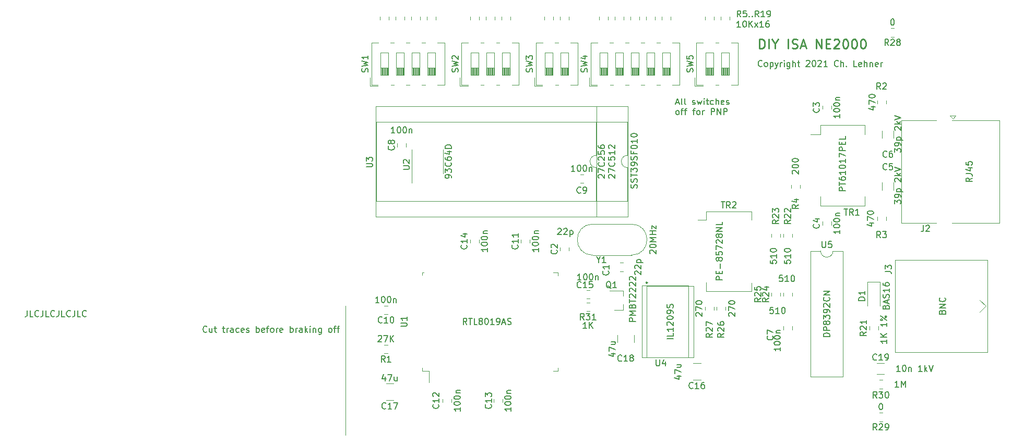
<source format=gbr>
G04 #@! TF.GenerationSoftware,KiCad,Pcbnew,(5.1.4)-1*
G04 #@! TF.CreationDate,2021-08-01T14:10:50+02:00*
G04 #@! TF.ProjectId,NE2000,4e453230-3030-42e6-9b69-6361645f7063,rev?*
G04 #@! TF.SameCoordinates,Original*
G04 #@! TF.FileFunction,Legend,Top*
G04 #@! TF.FilePolarity,Positive*
%FSLAX46Y46*%
G04 Gerber Fmt 4.6, Leading zero omitted, Abs format (unit mm)*
G04 Created by KiCad (PCBNEW (5.1.4)-1) date 2021-08-01 14:10:50*
%MOMM*%
%LPD*%
G04 APERTURE LIST*
%ADD10C,0.150000*%
%ADD11C,0.120000*%
%ADD12C,0.250000*%
%ADD13C,0.100000*%
G04 APERTURE END LIST*
D10*
X93735238Y-103227142D02*
X93687619Y-103274761D01*
X93544761Y-103322380D01*
X93449523Y-103322380D01*
X93306666Y-103274761D01*
X93211428Y-103179523D01*
X93163809Y-103084285D01*
X93116190Y-102893809D01*
X93116190Y-102750952D01*
X93163809Y-102560476D01*
X93211428Y-102465238D01*
X93306666Y-102370000D01*
X93449523Y-102322380D01*
X93544761Y-102322380D01*
X93687619Y-102370000D01*
X93735238Y-102417619D01*
X94592380Y-102655714D02*
X94592380Y-103322380D01*
X94163809Y-102655714D02*
X94163809Y-103179523D01*
X94211428Y-103274761D01*
X94306666Y-103322380D01*
X94449523Y-103322380D01*
X94544761Y-103274761D01*
X94592380Y-103227142D01*
X94925714Y-102655714D02*
X95306666Y-102655714D01*
X95068571Y-102322380D02*
X95068571Y-103179523D01*
X95116190Y-103274761D01*
X95211428Y-103322380D01*
X95306666Y-103322380D01*
X96259047Y-102655714D02*
X96640000Y-102655714D01*
X96401904Y-102322380D02*
X96401904Y-103179523D01*
X96449523Y-103274761D01*
X96544761Y-103322380D01*
X96640000Y-103322380D01*
X96973333Y-103322380D02*
X96973333Y-102655714D01*
X96973333Y-102846190D02*
X97020952Y-102750952D01*
X97068571Y-102703333D01*
X97163809Y-102655714D01*
X97259047Y-102655714D01*
X98020952Y-103322380D02*
X98020952Y-102798571D01*
X97973333Y-102703333D01*
X97878095Y-102655714D01*
X97687619Y-102655714D01*
X97592380Y-102703333D01*
X98020952Y-103274761D02*
X97925714Y-103322380D01*
X97687619Y-103322380D01*
X97592380Y-103274761D01*
X97544761Y-103179523D01*
X97544761Y-103084285D01*
X97592380Y-102989047D01*
X97687619Y-102941428D01*
X97925714Y-102941428D01*
X98020952Y-102893809D01*
X98925714Y-103274761D02*
X98830476Y-103322380D01*
X98640000Y-103322380D01*
X98544761Y-103274761D01*
X98497142Y-103227142D01*
X98449523Y-103131904D01*
X98449523Y-102846190D01*
X98497142Y-102750952D01*
X98544761Y-102703333D01*
X98640000Y-102655714D01*
X98830476Y-102655714D01*
X98925714Y-102703333D01*
X99735238Y-103274761D02*
X99640000Y-103322380D01*
X99449523Y-103322380D01*
X99354285Y-103274761D01*
X99306666Y-103179523D01*
X99306666Y-102798571D01*
X99354285Y-102703333D01*
X99449523Y-102655714D01*
X99640000Y-102655714D01*
X99735238Y-102703333D01*
X99782857Y-102798571D01*
X99782857Y-102893809D01*
X99306666Y-102989047D01*
X100163809Y-103274761D02*
X100259047Y-103322380D01*
X100449523Y-103322380D01*
X100544761Y-103274761D01*
X100592380Y-103179523D01*
X100592380Y-103131904D01*
X100544761Y-103036666D01*
X100449523Y-102989047D01*
X100306666Y-102989047D01*
X100211428Y-102941428D01*
X100163809Y-102846190D01*
X100163809Y-102798571D01*
X100211428Y-102703333D01*
X100306666Y-102655714D01*
X100449523Y-102655714D01*
X100544761Y-102703333D01*
X101782857Y-103322380D02*
X101782857Y-102322380D01*
X101782857Y-102703333D02*
X101878095Y-102655714D01*
X102068571Y-102655714D01*
X102163809Y-102703333D01*
X102211428Y-102750952D01*
X102259047Y-102846190D01*
X102259047Y-103131904D01*
X102211428Y-103227142D01*
X102163809Y-103274761D01*
X102068571Y-103322380D01*
X101878095Y-103322380D01*
X101782857Y-103274761D01*
X103068571Y-103274761D02*
X102973333Y-103322380D01*
X102782857Y-103322380D01*
X102687619Y-103274761D01*
X102640000Y-103179523D01*
X102640000Y-102798571D01*
X102687619Y-102703333D01*
X102782857Y-102655714D01*
X102973333Y-102655714D01*
X103068571Y-102703333D01*
X103116190Y-102798571D01*
X103116190Y-102893809D01*
X102640000Y-102989047D01*
X103401904Y-102655714D02*
X103782857Y-102655714D01*
X103544761Y-103322380D02*
X103544761Y-102465238D01*
X103592380Y-102370000D01*
X103687619Y-102322380D01*
X103782857Y-102322380D01*
X104259047Y-103322380D02*
X104163809Y-103274761D01*
X104116190Y-103227142D01*
X104068571Y-103131904D01*
X104068571Y-102846190D01*
X104116190Y-102750952D01*
X104163809Y-102703333D01*
X104259047Y-102655714D01*
X104401904Y-102655714D01*
X104497142Y-102703333D01*
X104544761Y-102750952D01*
X104592380Y-102846190D01*
X104592380Y-103131904D01*
X104544761Y-103227142D01*
X104497142Y-103274761D01*
X104401904Y-103322380D01*
X104259047Y-103322380D01*
X105020952Y-103322380D02*
X105020952Y-102655714D01*
X105020952Y-102846190D02*
X105068571Y-102750952D01*
X105116190Y-102703333D01*
X105211428Y-102655714D01*
X105306666Y-102655714D01*
X106020952Y-103274761D02*
X105925714Y-103322380D01*
X105735238Y-103322380D01*
X105640000Y-103274761D01*
X105592380Y-103179523D01*
X105592380Y-102798571D01*
X105640000Y-102703333D01*
X105735238Y-102655714D01*
X105925714Y-102655714D01*
X106020952Y-102703333D01*
X106068571Y-102798571D01*
X106068571Y-102893809D01*
X105592380Y-102989047D01*
X107259047Y-103322380D02*
X107259047Y-102322380D01*
X107259047Y-102703333D02*
X107354285Y-102655714D01*
X107544761Y-102655714D01*
X107640000Y-102703333D01*
X107687619Y-102750952D01*
X107735238Y-102846190D01*
X107735238Y-103131904D01*
X107687619Y-103227142D01*
X107640000Y-103274761D01*
X107544761Y-103322380D01*
X107354285Y-103322380D01*
X107259047Y-103274761D01*
X108163809Y-103322380D02*
X108163809Y-102655714D01*
X108163809Y-102846190D02*
X108211428Y-102750952D01*
X108259047Y-102703333D01*
X108354285Y-102655714D01*
X108449523Y-102655714D01*
X109211428Y-103322380D02*
X109211428Y-102798571D01*
X109163809Y-102703333D01*
X109068571Y-102655714D01*
X108878095Y-102655714D01*
X108782857Y-102703333D01*
X109211428Y-103274761D02*
X109116190Y-103322380D01*
X108878095Y-103322380D01*
X108782857Y-103274761D01*
X108735238Y-103179523D01*
X108735238Y-103084285D01*
X108782857Y-102989047D01*
X108878095Y-102941428D01*
X109116190Y-102941428D01*
X109211428Y-102893809D01*
X109687619Y-103322380D02*
X109687619Y-102322380D01*
X109782857Y-102941428D02*
X110068571Y-103322380D01*
X110068571Y-102655714D02*
X109687619Y-103036666D01*
X110497142Y-103322380D02*
X110497142Y-102655714D01*
X110497142Y-102322380D02*
X110449523Y-102370000D01*
X110497142Y-102417619D01*
X110544761Y-102370000D01*
X110497142Y-102322380D01*
X110497142Y-102417619D01*
X110973333Y-102655714D02*
X110973333Y-103322380D01*
X110973333Y-102750952D02*
X111020952Y-102703333D01*
X111116190Y-102655714D01*
X111259047Y-102655714D01*
X111354285Y-102703333D01*
X111401904Y-102798571D01*
X111401904Y-103322380D01*
X112306666Y-102655714D02*
X112306666Y-103465238D01*
X112259047Y-103560476D01*
X112211428Y-103608095D01*
X112116190Y-103655714D01*
X111973333Y-103655714D01*
X111878095Y-103608095D01*
X112306666Y-103274761D02*
X112211428Y-103322380D01*
X112020952Y-103322380D01*
X111925714Y-103274761D01*
X111878095Y-103227142D01*
X111830476Y-103131904D01*
X111830476Y-102846190D01*
X111878095Y-102750952D01*
X111925714Y-102703333D01*
X112020952Y-102655714D01*
X112211428Y-102655714D01*
X112306666Y-102703333D01*
X113687619Y-103322380D02*
X113592380Y-103274761D01*
X113544761Y-103227142D01*
X113497142Y-103131904D01*
X113497142Y-102846190D01*
X113544761Y-102750952D01*
X113592380Y-102703333D01*
X113687619Y-102655714D01*
X113830476Y-102655714D01*
X113925714Y-102703333D01*
X113973333Y-102750952D01*
X114020952Y-102846190D01*
X114020952Y-103131904D01*
X113973333Y-103227142D01*
X113925714Y-103274761D01*
X113830476Y-103322380D01*
X113687619Y-103322380D01*
X114306666Y-102655714D02*
X114687619Y-102655714D01*
X114449523Y-103322380D02*
X114449523Y-102465238D01*
X114497142Y-102370000D01*
X114592380Y-102322380D01*
X114687619Y-102322380D01*
X114878095Y-102655714D02*
X115259047Y-102655714D01*
X115020952Y-103322380D02*
X115020952Y-102465238D01*
X115068571Y-102370000D01*
X115163809Y-102322380D01*
X115259047Y-102322380D01*
D11*
X116205000Y-99060000D02*
X116205000Y-120015000D01*
D10*
X64595952Y-99782380D02*
X64595952Y-100496666D01*
X64548333Y-100639523D01*
X64453095Y-100734761D01*
X64310238Y-100782380D01*
X64215000Y-100782380D01*
X65548333Y-100782380D02*
X65072142Y-100782380D01*
X65072142Y-99782380D01*
X66453095Y-100687142D02*
X66405476Y-100734761D01*
X66262619Y-100782380D01*
X66167380Y-100782380D01*
X66024523Y-100734761D01*
X65929285Y-100639523D01*
X65881666Y-100544285D01*
X65834047Y-100353809D01*
X65834047Y-100210952D01*
X65881666Y-100020476D01*
X65929285Y-99925238D01*
X66024523Y-99830000D01*
X66167380Y-99782380D01*
X66262619Y-99782380D01*
X66405476Y-99830000D01*
X66453095Y-99877619D01*
X67167380Y-99782380D02*
X67167380Y-100496666D01*
X67119761Y-100639523D01*
X67024523Y-100734761D01*
X66881666Y-100782380D01*
X66786428Y-100782380D01*
X68119761Y-100782380D02*
X67643571Y-100782380D01*
X67643571Y-99782380D01*
X69024523Y-100687142D02*
X68976904Y-100734761D01*
X68834047Y-100782380D01*
X68738809Y-100782380D01*
X68595952Y-100734761D01*
X68500714Y-100639523D01*
X68453095Y-100544285D01*
X68405476Y-100353809D01*
X68405476Y-100210952D01*
X68453095Y-100020476D01*
X68500714Y-99925238D01*
X68595952Y-99830000D01*
X68738809Y-99782380D01*
X68834047Y-99782380D01*
X68976904Y-99830000D01*
X69024523Y-99877619D01*
X69738809Y-99782380D02*
X69738809Y-100496666D01*
X69691190Y-100639523D01*
X69595952Y-100734761D01*
X69453095Y-100782380D01*
X69357857Y-100782380D01*
X70691190Y-100782380D02*
X70215000Y-100782380D01*
X70215000Y-99782380D01*
X71595952Y-100687142D02*
X71548333Y-100734761D01*
X71405476Y-100782380D01*
X71310238Y-100782380D01*
X71167380Y-100734761D01*
X71072142Y-100639523D01*
X71024523Y-100544285D01*
X70976904Y-100353809D01*
X70976904Y-100210952D01*
X71024523Y-100020476D01*
X71072142Y-99925238D01*
X71167380Y-99830000D01*
X71310238Y-99782380D01*
X71405476Y-99782380D01*
X71548333Y-99830000D01*
X71595952Y-99877619D01*
X72310238Y-99782380D02*
X72310238Y-100496666D01*
X72262619Y-100639523D01*
X72167380Y-100734761D01*
X72024523Y-100782380D01*
X71929285Y-100782380D01*
X73262619Y-100782380D02*
X72786428Y-100782380D01*
X72786428Y-99782380D01*
X74167380Y-100687142D02*
X74119761Y-100734761D01*
X73976904Y-100782380D01*
X73881666Y-100782380D01*
X73738809Y-100734761D01*
X73643571Y-100639523D01*
X73595952Y-100544285D01*
X73548333Y-100353809D01*
X73548333Y-100210952D01*
X73595952Y-100020476D01*
X73643571Y-99925238D01*
X73738809Y-99830000D01*
X73881666Y-99782380D01*
X73976904Y-99782380D01*
X74119761Y-99830000D01*
X74167380Y-99877619D01*
X169832976Y-66016666D02*
X170309166Y-66016666D01*
X169737738Y-66302380D02*
X170071071Y-65302380D01*
X170404404Y-66302380D01*
X170880595Y-66302380D02*
X170785357Y-66254761D01*
X170737738Y-66159523D01*
X170737738Y-65302380D01*
X171404404Y-66302380D02*
X171309166Y-66254761D01*
X171261547Y-66159523D01*
X171261547Y-65302380D01*
X172499642Y-66254761D02*
X172594880Y-66302380D01*
X172785357Y-66302380D01*
X172880595Y-66254761D01*
X172928214Y-66159523D01*
X172928214Y-66111904D01*
X172880595Y-66016666D01*
X172785357Y-65969047D01*
X172642500Y-65969047D01*
X172547261Y-65921428D01*
X172499642Y-65826190D01*
X172499642Y-65778571D01*
X172547261Y-65683333D01*
X172642500Y-65635714D01*
X172785357Y-65635714D01*
X172880595Y-65683333D01*
X173261547Y-65635714D02*
X173452023Y-66302380D01*
X173642500Y-65826190D01*
X173832976Y-66302380D01*
X174023452Y-65635714D01*
X174404404Y-66302380D02*
X174404404Y-65635714D01*
X174404404Y-65302380D02*
X174356785Y-65350000D01*
X174404404Y-65397619D01*
X174452023Y-65350000D01*
X174404404Y-65302380D01*
X174404404Y-65397619D01*
X174737738Y-65635714D02*
X175118690Y-65635714D01*
X174880595Y-65302380D02*
X174880595Y-66159523D01*
X174928214Y-66254761D01*
X175023452Y-66302380D01*
X175118690Y-66302380D01*
X175880595Y-66254761D02*
X175785357Y-66302380D01*
X175594880Y-66302380D01*
X175499642Y-66254761D01*
X175452023Y-66207142D01*
X175404404Y-66111904D01*
X175404404Y-65826190D01*
X175452023Y-65730952D01*
X175499642Y-65683333D01*
X175594880Y-65635714D01*
X175785357Y-65635714D01*
X175880595Y-65683333D01*
X176309166Y-66302380D02*
X176309166Y-65302380D01*
X176737738Y-66302380D02*
X176737738Y-65778571D01*
X176690119Y-65683333D01*
X176594880Y-65635714D01*
X176452023Y-65635714D01*
X176356785Y-65683333D01*
X176309166Y-65730952D01*
X177594880Y-66254761D02*
X177499642Y-66302380D01*
X177309166Y-66302380D01*
X177213928Y-66254761D01*
X177166309Y-66159523D01*
X177166309Y-65778571D01*
X177213928Y-65683333D01*
X177309166Y-65635714D01*
X177499642Y-65635714D01*
X177594880Y-65683333D01*
X177642500Y-65778571D01*
X177642500Y-65873809D01*
X177166309Y-65969047D01*
X178023452Y-66254761D02*
X178118690Y-66302380D01*
X178309166Y-66302380D01*
X178404404Y-66254761D01*
X178452023Y-66159523D01*
X178452023Y-66111904D01*
X178404404Y-66016666D01*
X178309166Y-65969047D01*
X178166309Y-65969047D01*
X178071071Y-65921428D01*
X178023452Y-65826190D01*
X178023452Y-65778571D01*
X178071071Y-65683333D01*
X178166309Y-65635714D01*
X178309166Y-65635714D01*
X178404404Y-65683333D01*
X170023452Y-67952380D02*
X169928214Y-67904761D01*
X169880595Y-67857142D01*
X169832976Y-67761904D01*
X169832976Y-67476190D01*
X169880595Y-67380952D01*
X169928214Y-67333333D01*
X170023452Y-67285714D01*
X170166309Y-67285714D01*
X170261547Y-67333333D01*
X170309166Y-67380952D01*
X170356785Y-67476190D01*
X170356785Y-67761904D01*
X170309166Y-67857142D01*
X170261547Y-67904761D01*
X170166309Y-67952380D01*
X170023452Y-67952380D01*
X170642500Y-67285714D02*
X171023452Y-67285714D01*
X170785357Y-67952380D02*
X170785357Y-67095238D01*
X170832976Y-67000000D01*
X170928214Y-66952380D01*
X171023452Y-66952380D01*
X171213928Y-67285714D02*
X171594880Y-67285714D01*
X171356785Y-67952380D02*
X171356785Y-67095238D01*
X171404404Y-67000000D01*
X171499642Y-66952380D01*
X171594880Y-66952380D01*
X172547261Y-67285714D02*
X172928214Y-67285714D01*
X172690119Y-67952380D02*
X172690119Y-67095238D01*
X172737738Y-67000000D01*
X172832976Y-66952380D01*
X172928214Y-66952380D01*
X173404404Y-67952380D02*
X173309166Y-67904761D01*
X173261547Y-67857142D01*
X173213928Y-67761904D01*
X173213928Y-67476190D01*
X173261547Y-67380952D01*
X173309166Y-67333333D01*
X173404404Y-67285714D01*
X173547261Y-67285714D01*
X173642500Y-67333333D01*
X173690119Y-67380952D01*
X173737738Y-67476190D01*
X173737738Y-67761904D01*
X173690119Y-67857142D01*
X173642500Y-67904761D01*
X173547261Y-67952380D01*
X173404404Y-67952380D01*
X174166309Y-67952380D02*
X174166309Y-67285714D01*
X174166309Y-67476190D02*
X174213928Y-67380952D01*
X174261547Y-67333333D01*
X174356785Y-67285714D01*
X174452023Y-67285714D01*
X175547261Y-67952380D02*
X175547261Y-66952380D01*
X175928214Y-66952380D01*
X176023452Y-67000000D01*
X176071071Y-67047619D01*
X176118690Y-67142857D01*
X176118690Y-67285714D01*
X176071071Y-67380952D01*
X176023452Y-67428571D01*
X175928214Y-67476190D01*
X175547261Y-67476190D01*
X176547261Y-67952380D02*
X176547261Y-66952380D01*
X177118690Y-67952380D01*
X177118690Y-66952380D01*
X177594880Y-67952380D02*
X177594880Y-66952380D01*
X177975833Y-66952380D01*
X178071071Y-67000000D01*
X178118690Y-67047619D01*
X178166309Y-67142857D01*
X178166309Y-67285714D01*
X178118690Y-67380952D01*
X178071071Y-67428571D01*
X177975833Y-67476190D01*
X177594880Y-67476190D01*
X183787023Y-60047142D02*
X183739404Y-60094761D01*
X183596547Y-60142380D01*
X183501309Y-60142380D01*
X183358452Y-60094761D01*
X183263214Y-59999523D01*
X183215595Y-59904285D01*
X183167976Y-59713809D01*
X183167976Y-59570952D01*
X183215595Y-59380476D01*
X183263214Y-59285238D01*
X183358452Y-59190000D01*
X183501309Y-59142380D01*
X183596547Y-59142380D01*
X183739404Y-59190000D01*
X183787023Y-59237619D01*
X184358452Y-60142380D02*
X184263214Y-60094761D01*
X184215595Y-60047142D01*
X184167976Y-59951904D01*
X184167976Y-59666190D01*
X184215595Y-59570952D01*
X184263214Y-59523333D01*
X184358452Y-59475714D01*
X184501309Y-59475714D01*
X184596547Y-59523333D01*
X184644166Y-59570952D01*
X184691785Y-59666190D01*
X184691785Y-59951904D01*
X184644166Y-60047142D01*
X184596547Y-60094761D01*
X184501309Y-60142380D01*
X184358452Y-60142380D01*
X185120357Y-59475714D02*
X185120357Y-60475714D01*
X185120357Y-59523333D02*
X185215595Y-59475714D01*
X185406071Y-59475714D01*
X185501309Y-59523333D01*
X185548928Y-59570952D01*
X185596547Y-59666190D01*
X185596547Y-59951904D01*
X185548928Y-60047142D01*
X185501309Y-60094761D01*
X185406071Y-60142380D01*
X185215595Y-60142380D01*
X185120357Y-60094761D01*
X185929880Y-59475714D02*
X186167976Y-60142380D01*
X186406071Y-59475714D02*
X186167976Y-60142380D01*
X186072738Y-60380476D01*
X186025119Y-60428095D01*
X185929880Y-60475714D01*
X186787023Y-60142380D02*
X186787023Y-59475714D01*
X186787023Y-59666190D02*
X186834642Y-59570952D01*
X186882261Y-59523333D01*
X186977500Y-59475714D01*
X187072738Y-59475714D01*
X187406071Y-60142380D02*
X187406071Y-59475714D01*
X187406071Y-59142380D02*
X187358452Y-59190000D01*
X187406071Y-59237619D01*
X187453690Y-59190000D01*
X187406071Y-59142380D01*
X187406071Y-59237619D01*
X188310833Y-59475714D02*
X188310833Y-60285238D01*
X188263214Y-60380476D01*
X188215595Y-60428095D01*
X188120357Y-60475714D01*
X187977500Y-60475714D01*
X187882261Y-60428095D01*
X188310833Y-60094761D02*
X188215595Y-60142380D01*
X188025119Y-60142380D01*
X187929880Y-60094761D01*
X187882261Y-60047142D01*
X187834642Y-59951904D01*
X187834642Y-59666190D01*
X187882261Y-59570952D01*
X187929880Y-59523333D01*
X188025119Y-59475714D01*
X188215595Y-59475714D01*
X188310833Y-59523333D01*
X188787023Y-60142380D02*
X188787023Y-59142380D01*
X189215595Y-60142380D02*
X189215595Y-59618571D01*
X189167976Y-59523333D01*
X189072738Y-59475714D01*
X188929880Y-59475714D01*
X188834642Y-59523333D01*
X188787023Y-59570952D01*
X189548928Y-59475714D02*
X189929880Y-59475714D01*
X189691785Y-59142380D02*
X189691785Y-59999523D01*
X189739404Y-60094761D01*
X189834642Y-60142380D01*
X189929880Y-60142380D01*
X190977500Y-59237619D02*
X191025119Y-59190000D01*
X191120357Y-59142380D01*
X191358452Y-59142380D01*
X191453690Y-59190000D01*
X191501309Y-59237619D01*
X191548928Y-59332857D01*
X191548928Y-59428095D01*
X191501309Y-59570952D01*
X190929880Y-60142380D01*
X191548928Y-60142380D01*
X192167976Y-59142380D02*
X192263214Y-59142380D01*
X192358452Y-59190000D01*
X192406071Y-59237619D01*
X192453690Y-59332857D01*
X192501309Y-59523333D01*
X192501309Y-59761428D01*
X192453690Y-59951904D01*
X192406071Y-60047142D01*
X192358452Y-60094761D01*
X192263214Y-60142380D01*
X192167976Y-60142380D01*
X192072738Y-60094761D01*
X192025119Y-60047142D01*
X191977500Y-59951904D01*
X191929880Y-59761428D01*
X191929880Y-59523333D01*
X191977500Y-59332857D01*
X192025119Y-59237619D01*
X192072738Y-59190000D01*
X192167976Y-59142380D01*
X192882261Y-59237619D02*
X192929880Y-59190000D01*
X193025119Y-59142380D01*
X193263214Y-59142380D01*
X193358452Y-59190000D01*
X193406071Y-59237619D01*
X193453690Y-59332857D01*
X193453690Y-59428095D01*
X193406071Y-59570952D01*
X192834642Y-60142380D01*
X193453690Y-60142380D01*
X194406071Y-60142380D02*
X193834642Y-60142380D01*
X194120357Y-60142380D02*
X194120357Y-59142380D01*
X194025119Y-59285238D01*
X193929880Y-59380476D01*
X193834642Y-59428095D01*
X196167976Y-60047142D02*
X196120357Y-60094761D01*
X195977500Y-60142380D01*
X195882261Y-60142380D01*
X195739404Y-60094761D01*
X195644166Y-59999523D01*
X195596547Y-59904285D01*
X195548928Y-59713809D01*
X195548928Y-59570952D01*
X195596547Y-59380476D01*
X195644166Y-59285238D01*
X195739404Y-59190000D01*
X195882261Y-59142380D01*
X195977500Y-59142380D01*
X196120357Y-59190000D01*
X196167976Y-59237619D01*
X196596547Y-60142380D02*
X196596547Y-59142380D01*
X197025119Y-60142380D02*
X197025119Y-59618571D01*
X196977500Y-59523333D01*
X196882261Y-59475714D01*
X196739404Y-59475714D01*
X196644166Y-59523333D01*
X196596547Y-59570952D01*
X197501309Y-60047142D02*
X197548928Y-60094761D01*
X197501309Y-60142380D01*
X197453690Y-60094761D01*
X197501309Y-60047142D01*
X197501309Y-60142380D01*
X199215595Y-60142380D02*
X198739404Y-60142380D01*
X198739404Y-59142380D01*
X199929880Y-60094761D02*
X199834642Y-60142380D01*
X199644166Y-60142380D01*
X199548928Y-60094761D01*
X199501309Y-59999523D01*
X199501309Y-59618571D01*
X199548928Y-59523333D01*
X199644166Y-59475714D01*
X199834642Y-59475714D01*
X199929880Y-59523333D01*
X199977500Y-59618571D01*
X199977500Y-59713809D01*
X199501309Y-59809047D01*
X200406071Y-60142380D02*
X200406071Y-59142380D01*
X200834642Y-60142380D02*
X200834642Y-59618571D01*
X200787023Y-59523333D01*
X200691785Y-59475714D01*
X200548928Y-59475714D01*
X200453690Y-59523333D01*
X200406071Y-59570952D01*
X201310833Y-59475714D02*
X201310833Y-60142380D01*
X201310833Y-59570952D02*
X201358452Y-59523333D01*
X201453690Y-59475714D01*
X201596547Y-59475714D01*
X201691785Y-59523333D01*
X201739404Y-59618571D01*
X201739404Y-60142380D01*
X202596547Y-60094761D02*
X202501309Y-60142380D01*
X202310833Y-60142380D01*
X202215595Y-60094761D01*
X202167976Y-59999523D01*
X202167976Y-59618571D01*
X202215595Y-59523333D01*
X202310833Y-59475714D01*
X202501309Y-59475714D01*
X202596547Y-59523333D01*
X202644166Y-59618571D01*
X202644166Y-59713809D01*
X202167976Y-59809047D01*
X203072738Y-60142380D02*
X203072738Y-59475714D01*
X203072738Y-59666190D02*
X203120357Y-59570952D01*
X203167976Y-59523333D01*
X203263214Y-59475714D01*
X203358452Y-59475714D01*
D12*
X183399642Y-57193571D02*
X183399642Y-55693571D01*
X183756785Y-55693571D01*
X183971071Y-55765000D01*
X184113928Y-55907857D01*
X184185357Y-56050714D01*
X184256785Y-56336428D01*
X184256785Y-56550714D01*
X184185357Y-56836428D01*
X184113928Y-56979285D01*
X183971071Y-57122142D01*
X183756785Y-57193571D01*
X183399642Y-57193571D01*
X184899642Y-57193571D02*
X184899642Y-55693571D01*
X185899642Y-56479285D02*
X185899642Y-57193571D01*
X185399642Y-55693571D02*
X185899642Y-56479285D01*
X186399642Y-55693571D01*
X188042500Y-57193571D02*
X188042500Y-55693571D01*
X188685357Y-57122142D02*
X188899642Y-57193571D01*
X189256785Y-57193571D01*
X189399642Y-57122142D01*
X189471071Y-57050714D01*
X189542500Y-56907857D01*
X189542500Y-56765000D01*
X189471071Y-56622142D01*
X189399642Y-56550714D01*
X189256785Y-56479285D01*
X188971071Y-56407857D01*
X188828214Y-56336428D01*
X188756785Y-56265000D01*
X188685357Y-56122142D01*
X188685357Y-55979285D01*
X188756785Y-55836428D01*
X188828214Y-55765000D01*
X188971071Y-55693571D01*
X189328214Y-55693571D01*
X189542500Y-55765000D01*
X190113928Y-56765000D02*
X190828214Y-56765000D01*
X189971071Y-57193571D02*
X190471071Y-55693571D01*
X190971071Y-57193571D01*
X192613928Y-57193571D02*
X192613928Y-55693571D01*
X193471071Y-57193571D01*
X193471071Y-55693571D01*
X194185357Y-56407857D02*
X194685357Y-56407857D01*
X194899642Y-57193571D02*
X194185357Y-57193571D01*
X194185357Y-55693571D01*
X194899642Y-55693571D01*
X195471071Y-55836428D02*
X195542500Y-55765000D01*
X195685357Y-55693571D01*
X196042500Y-55693571D01*
X196185357Y-55765000D01*
X196256785Y-55836428D01*
X196328214Y-55979285D01*
X196328214Y-56122142D01*
X196256785Y-56336428D01*
X195399642Y-57193571D01*
X196328214Y-57193571D01*
X197256785Y-55693571D02*
X197399642Y-55693571D01*
X197542500Y-55765000D01*
X197613928Y-55836428D01*
X197685357Y-55979285D01*
X197756785Y-56265000D01*
X197756785Y-56622142D01*
X197685357Y-56907857D01*
X197613928Y-57050714D01*
X197542500Y-57122142D01*
X197399642Y-57193571D01*
X197256785Y-57193571D01*
X197113928Y-57122142D01*
X197042500Y-57050714D01*
X196971071Y-56907857D01*
X196899642Y-56622142D01*
X196899642Y-56265000D01*
X196971071Y-55979285D01*
X197042500Y-55836428D01*
X197113928Y-55765000D01*
X197256785Y-55693571D01*
X198685357Y-55693571D02*
X198828214Y-55693571D01*
X198971071Y-55765000D01*
X199042500Y-55836428D01*
X199113928Y-55979285D01*
X199185357Y-56265000D01*
X199185357Y-56622142D01*
X199113928Y-56907857D01*
X199042500Y-57050714D01*
X198971071Y-57122142D01*
X198828214Y-57193571D01*
X198685357Y-57193571D01*
X198542500Y-57122142D01*
X198471071Y-57050714D01*
X198399642Y-56907857D01*
X198328214Y-56622142D01*
X198328214Y-56265000D01*
X198399642Y-55979285D01*
X198471071Y-55836428D01*
X198542500Y-55765000D01*
X198685357Y-55693571D01*
X200113928Y-55693571D02*
X200256785Y-55693571D01*
X200399642Y-55765000D01*
X200471071Y-55836428D01*
X200542500Y-55979285D01*
X200613928Y-56265000D01*
X200613928Y-56622142D01*
X200542500Y-56907857D01*
X200471071Y-57050714D01*
X200399642Y-57122142D01*
X200256785Y-57193571D01*
X200113928Y-57193571D01*
X199971071Y-57122142D01*
X199899642Y-57050714D01*
X199828214Y-56907857D01*
X199756785Y-56622142D01*
X199756785Y-56265000D01*
X199828214Y-55979285D01*
X199899642Y-55836428D01*
X199971071Y-55765000D01*
X200113928Y-55693571D01*
D10*
X157345619Y-78255476D02*
X157298000Y-78207857D01*
X157250380Y-78112619D01*
X157250380Y-77874523D01*
X157298000Y-77779285D01*
X157345619Y-77731666D01*
X157440857Y-77684047D01*
X157536095Y-77684047D01*
X157678952Y-77731666D01*
X158250380Y-78303095D01*
X158250380Y-77684047D01*
X157250380Y-77350714D02*
X157250380Y-76684047D01*
X158250380Y-77112619D01*
X158155142Y-75731666D02*
X158202761Y-75779285D01*
X158250380Y-75922142D01*
X158250380Y-76017380D01*
X158202761Y-76160238D01*
X158107523Y-76255476D01*
X158012285Y-76303095D01*
X157821809Y-76350714D01*
X157678952Y-76350714D01*
X157488476Y-76303095D01*
X157393238Y-76255476D01*
X157298000Y-76160238D01*
X157250380Y-76017380D01*
X157250380Y-75922142D01*
X157298000Y-75779285D01*
X157345619Y-75731666D01*
X157345619Y-75350714D02*
X157298000Y-75303095D01*
X157250380Y-75207857D01*
X157250380Y-74969761D01*
X157298000Y-74874523D01*
X157345619Y-74826904D01*
X157440857Y-74779285D01*
X157536095Y-74779285D01*
X157678952Y-74826904D01*
X158250380Y-75398333D01*
X158250380Y-74779285D01*
X157250380Y-73874523D02*
X157250380Y-74350714D01*
X157726571Y-74398333D01*
X157678952Y-74350714D01*
X157631333Y-74255476D01*
X157631333Y-74017380D01*
X157678952Y-73922142D01*
X157726571Y-73874523D01*
X157821809Y-73826904D01*
X158059904Y-73826904D01*
X158155142Y-73874523D01*
X158202761Y-73922142D01*
X158250380Y-74017380D01*
X158250380Y-74255476D01*
X158202761Y-74350714D01*
X158155142Y-74398333D01*
X157250380Y-72969761D02*
X157250380Y-73160238D01*
X157298000Y-73255476D01*
X157345619Y-73303095D01*
X157488476Y-73398333D01*
X157678952Y-73445952D01*
X158059904Y-73445952D01*
X158155142Y-73398333D01*
X158202761Y-73350714D01*
X158250380Y-73255476D01*
X158250380Y-73065000D01*
X158202761Y-72969761D01*
X158155142Y-72922142D01*
X158059904Y-72874523D01*
X157821809Y-72874523D01*
X157726571Y-72922142D01*
X157678952Y-72969761D01*
X157631333Y-73065000D01*
X157631333Y-73255476D01*
X157678952Y-73350714D01*
X157726571Y-73398333D01*
X157821809Y-73445952D01*
X158995619Y-78255476D02*
X158948000Y-78207857D01*
X158900380Y-78112619D01*
X158900380Y-77874523D01*
X158948000Y-77779285D01*
X158995619Y-77731666D01*
X159090857Y-77684047D01*
X159186095Y-77684047D01*
X159328952Y-77731666D01*
X159900380Y-78303095D01*
X159900380Y-77684047D01*
X158900380Y-77350714D02*
X158900380Y-76684047D01*
X159900380Y-77112619D01*
X159805142Y-75731666D02*
X159852761Y-75779285D01*
X159900380Y-75922142D01*
X159900380Y-76017380D01*
X159852761Y-76160238D01*
X159757523Y-76255476D01*
X159662285Y-76303095D01*
X159471809Y-76350714D01*
X159328952Y-76350714D01*
X159138476Y-76303095D01*
X159043238Y-76255476D01*
X158948000Y-76160238D01*
X158900380Y-76017380D01*
X158900380Y-75922142D01*
X158948000Y-75779285D01*
X158995619Y-75731666D01*
X158900380Y-74826904D02*
X158900380Y-75303095D01*
X159376571Y-75350714D01*
X159328952Y-75303095D01*
X159281333Y-75207857D01*
X159281333Y-74969761D01*
X159328952Y-74874523D01*
X159376571Y-74826904D01*
X159471809Y-74779285D01*
X159709904Y-74779285D01*
X159805142Y-74826904D01*
X159852761Y-74874523D01*
X159900380Y-74969761D01*
X159900380Y-75207857D01*
X159852761Y-75303095D01*
X159805142Y-75350714D01*
X159900380Y-73826904D02*
X159900380Y-74398333D01*
X159900380Y-74112619D02*
X158900380Y-74112619D01*
X159043238Y-74207857D01*
X159138476Y-74303095D01*
X159186095Y-74398333D01*
X158995619Y-73445952D02*
X158948000Y-73398333D01*
X158900380Y-73303095D01*
X158900380Y-73065000D01*
X158948000Y-72969761D01*
X158995619Y-72922142D01*
X159090857Y-72874523D01*
X159186095Y-72874523D01*
X159328952Y-72922142D01*
X159900380Y-73493571D01*
X159900380Y-72874523D01*
X180358023Y-52078380D02*
X180024690Y-51602190D01*
X179786595Y-52078380D02*
X179786595Y-51078380D01*
X180167547Y-51078380D01*
X180262785Y-51126000D01*
X180310404Y-51173619D01*
X180358023Y-51268857D01*
X180358023Y-51411714D01*
X180310404Y-51506952D01*
X180262785Y-51554571D01*
X180167547Y-51602190D01*
X179786595Y-51602190D01*
X181262785Y-51078380D02*
X180786595Y-51078380D01*
X180738976Y-51554571D01*
X180786595Y-51506952D01*
X180881833Y-51459333D01*
X181119928Y-51459333D01*
X181215166Y-51506952D01*
X181262785Y-51554571D01*
X181310404Y-51649809D01*
X181310404Y-51887904D01*
X181262785Y-51983142D01*
X181215166Y-52030761D01*
X181119928Y-52078380D01*
X180881833Y-52078380D01*
X180786595Y-52030761D01*
X180738976Y-51983142D01*
X181738976Y-51983142D02*
X181786595Y-52030761D01*
X181738976Y-52078380D01*
X181691357Y-52030761D01*
X181738976Y-51983142D01*
X181738976Y-52078380D01*
X182215166Y-51983142D02*
X182262785Y-52030761D01*
X182215166Y-52078380D01*
X182167547Y-52030761D01*
X182215166Y-51983142D01*
X182215166Y-52078380D01*
X183262785Y-52078380D02*
X182929452Y-51602190D01*
X182691357Y-52078380D02*
X182691357Y-51078380D01*
X183072309Y-51078380D01*
X183167547Y-51126000D01*
X183215166Y-51173619D01*
X183262785Y-51268857D01*
X183262785Y-51411714D01*
X183215166Y-51506952D01*
X183167547Y-51554571D01*
X183072309Y-51602190D01*
X182691357Y-51602190D01*
X184215166Y-52078380D02*
X183643738Y-52078380D01*
X183929452Y-52078380D02*
X183929452Y-51078380D01*
X183834214Y-51221238D01*
X183738976Y-51316476D01*
X183643738Y-51364095D01*
X184691357Y-52078380D02*
X184881833Y-52078380D01*
X184977071Y-52030761D01*
X185024690Y-51983142D01*
X185119928Y-51840285D01*
X185167547Y-51649809D01*
X185167547Y-51268857D01*
X185119928Y-51173619D01*
X185072309Y-51126000D01*
X184977071Y-51078380D01*
X184786595Y-51078380D01*
X184691357Y-51126000D01*
X184643738Y-51173619D01*
X184596119Y-51268857D01*
X184596119Y-51506952D01*
X184643738Y-51602190D01*
X184691357Y-51649809D01*
X184786595Y-51697428D01*
X184977071Y-51697428D01*
X185072309Y-51649809D01*
X185119928Y-51602190D01*
X185167547Y-51506952D01*
X180310404Y-53728380D02*
X179738976Y-53728380D01*
X180024690Y-53728380D02*
X180024690Y-52728380D01*
X179929452Y-52871238D01*
X179834214Y-52966476D01*
X179738976Y-53014095D01*
X180929452Y-52728380D02*
X181024690Y-52728380D01*
X181119928Y-52776000D01*
X181167547Y-52823619D01*
X181215166Y-52918857D01*
X181262785Y-53109333D01*
X181262785Y-53347428D01*
X181215166Y-53537904D01*
X181167547Y-53633142D01*
X181119928Y-53680761D01*
X181024690Y-53728380D01*
X180929452Y-53728380D01*
X180834214Y-53680761D01*
X180786595Y-53633142D01*
X180738976Y-53537904D01*
X180691357Y-53347428D01*
X180691357Y-53109333D01*
X180738976Y-52918857D01*
X180786595Y-52823619D01*
X180834214Y-52776000D01*
X180929452Y-52728380D01*
X181691357Y-53728380D02*
X181691357Y-52728380D01*
X182262785Y-53728380D02*
X181834214Y-53156952D01*
X182262785Y-52728380D02*
X181691357Y-53299809D01*
X182596119Y-53728380D02*
X183119928Y-53061714D01*
X182596119Y-53061714D02*
X183119928Y-53728380D01*
X184024690Y-53728380D02*
X183453261Y-53728380D01*
X183738976Y-53728380D02*
X183738976Y-52728380D01*
X183643738Y-52871238D01*
X183548500Y-52966476D01*
X183453261Y-53014095D01*
X184881833Y-52728380D02*
X184691357Y-52728380D01*
X184596119Y-52776000D01*
X184548500Y-52823619D01*
X184453261Y-52966476D01*
X184405642Y-53156952D01*
X184405642Y-53537904D01*
X184453261Y-53633142D01*
X184500880Y-53680761D01*
X184596119Y-53728380D01*
X184786595Y-53728380D01*
X184881833Y-53680761D01*
X184929452Y-53633142D01*
X184977071Y-53537904D01*
X184977071Y-53299809D01*
X184929452Y-53204571D01*
X184881833Y-53156952D01*
X184786595Y-53109333D01*
X184596119Y-53109333D01*
X184500880Y-53156952D01*
X184453261Y-53204571D01*
X184405642Y-53299809D01*
D13*
X164340000Y-95760000D02*
X171840000Y-95760000D01*
X171840000Y-95760000D02*
X171840000Y-107440000D01*
X171840000Y-107440000D02*
X164340000Y-107440000D01*
X164340000Y-107440000D02*
X164340000Y-95760000D01*
D12*
X165200000Y-95250000D02*
G75*
G03X165200000Y-95250000I-100000J0D01*
G01*
D11*
X172700000Y-95790000D02*
X172700000Y-107410000D01*
X165100000Y-107410000D02*
X172700000Y-107410000D01*
X165100000Y-95790000D02*
X172700000Y-95790000D01*
X165100000Y-95790000D02*
X165100000Y-107410000D01*
X156905000Y-82025000D02*
X156905000Y-76565000D01*
X156905000Y-74565000D02*
X156905000Y-69105000D01*
X156905000Y-76565000D02*
G75*
G02X156905000Y-74565000I0J1000000D01*
G01*
X156965000Y-84515000D02*
X156965000Y-66615000D01*
X121165000Y-66615000D02*
X121165000Y-84515000D01*
X121165000Y-84515000D02*
X162045000Y-84515000D01*
X162045000Y-66615000D02*
X121165000Y-66615000D01*
X161985000Y-69105000D02*
X121225000Y-69105000D01*
X161985000Y-74565000D02*
X161985000Y-69105000D01*
X121225000Y-69105000D02*
X121225000Y-82025000D01*
X121225000Y-82025000D02*
X161985000Y-82025000D01*
X161985000Y-82025000D02*
X161985000Y-76565000D01*
X162045000Y-84515000D02*
X162045000Y-66615000D01*
X161985000Y-76565000D02*
G75*
G02X161985000Y-74565000I0J1000000D01*
G01*
X220345000Y-106560000D02*
X205345000Y-106560000D01*
X220145000Y-99060000D02*
X219145000Y-100060000D01*
X220345000Y-91560000D02*
X220345000Y-106560000D01*
X220145000Y-99060000D02*
X219145000Y-98060000D01*
X205345000Y-106560000D02*
X205345000Y-91560000D01*
X205345000Y-91560000D02*
X220345000Y-91560000D01*
X155845252Y-98477000D02*
X155322748Y-98477000D01*
X155845252Y-99897000D02*
X155322748Y-99897000D01*
X161272000Y-99690000D02*
X159812000Y-99690000D01*
X161272000Y-96530000D02*
X159112000Y-96530000D01*
X161272000Y-96530000D02*
X161272000Y-97460000D01*
X161272000Y-99690000D02*
X161272000Y-98760000D01*
X205126000Y-71758564D02*
X205126000Y-70554436D01*
X203306000Y-71758564D02*
X203306000Y-70554436D01*
X203306000Y-78990436D02*
X203306000Y-80194564D01*
X205126000Y-78990436D02*
X205126000Y-80194564D01*
X195020000Y-85868252D02*
X195020000Y-85345748D01*
X193600000Y-85868252D02*
X193600000Y-85345748D01*
X195020000Y-67054252D02*
X195020000Y-66531748D01*
X193600000Y-67054252D02*
X193600000Y-66531748D01*
X202820748Y-112470000D02*
X203343252Y-112470000D01*
X202820748Y-111050000D02*
X203343252Y-111050000D01*
X203343252Y-116384000D02*
X202820748Y-116384000D01*
X203343252Y-117804000D02*
X202820748Y-117804000D01*
X205230252Y-53900000D02*
X204707748Y-53900000D01*
X205230252Y-55320000D02*
X204707748Y-55320000D01*
X202434436Y-110130000D02*
X203638564Y-110130000D01*
X202434436Y-108310000D02*
X203638564Y-108310000D01*
X174550000Y-99188748D02*
X174550000Y-99711252D01*
X175970000Y-99188748D02*
X175970000Y-99711252D01*
X176455000Y-99188748D02*
X176455000Y-99711252D01*
X177875000Y-99188748D02*
X177875000Y-99711252D01*
X186765000Y-97416252D02*
X186765000Y-96893748D01*
X185345000Y-97416252D02*
X185345000Y-96893748D01*
X188670000Y-97416252D02*
X188670000Y-96893748D01*
X187250000Y-97416252D02*
X187250000Y-96893748D01*
X186765000Y-87368748D02*
X186765000Y-87891252D01*
X185345000Y-87368748D02*
X185345000Y-87891252D01*
X187250000Y-87368748D02*
X187250000Y-87891252D01*
X188670000Y-87368748D02*
X188670000Y-87891252D01*
X163031000Y-104959564D02*
X163031000Y-103755436D01*
X160311000Y-104959564D02*
X160311000Y-103755436D01*
X182105000Y-96630000D02*
X182105000Y-95260000D01*
X174765000Y-96630000D02*
X174765000Y-95250000D01*
X182105000Y-96630000D02*
X174765000Y-96630000D01*
X174765000Y-85080000D02*
X173360000Y-85080000D01*
X174765000Y-83710000D02*
X174765000Y-85080000D01*
X182105000Y-83710000D02*
X174765000Y-83710000D01*
X182105000Y-85080000D02*
X182105000Y-83710000D01*
X124009564Y-111670000D02*
X122805436Y-111670000D01*
X124009564Y-114390000D02*
X122805436Y-114390000D01*
X173866564Y-108368000D02*
X172662436Y-108368000D01*
X173866564Y-111088000D02*
X172662436Y-111088000D01*
X178510000Y-52576252D02*
X178510000Y-52053748D01*
X177090000Y-52576252D02*
X177090000Y-52053748D01*
X175970000Y-52576252D02*
X175970000Y-52053748D01*
X174550000Y-52576252D02*
X174550000Y-52053748D01*
X177165000Y-60293333D02*
X178435000Y-60293333D01*
X178365000Y-61500000D02*
X178365000Y-60293333D01*
X178245000Y-61500000D02*
X178245000Y-60293333D01*
X178125000Y-61500000D02*
X178125000Y-60293333D01*
X178005000Y-61500000D02*
X178005000Y-60293333D01*
X177885000Y-61500000D02*
X177885000Y-60293333D01*
X177765000Y-61500000D02*
X177765000Y-60293333D01*
X177645000Y-61500000D02*
X177645000Y-60293333D01*
X177525000Y-61500000D02*
X177525000Y-60293333D01*
X177405000Y-61500000D02*
X177405000Y-60293333D01*
X177285000Y-61500000D02*
X177285000Y-60293333D01*
X177165000Y-57880000D02*
X177165000Y-61500000D01*
X178435000Y-57880000D02*
X177165000Y-57880000D01*
X178435000Y-61500000D02*
X178435000Y-57880000D01*
X177165000Y-61500000D02*
X178435000Y-61500000D01*
X174625000Y-60293333D02*
X175895000Y-60293333D01*
X175825000Y-61500000D02*
X175825000Y-60293333D01*
X175705000Y-61500000D02*
X175705000Y-60293333D01*
X175585000Y-61500000D02*
X175585000Y-60293333D01*
X175465000Y-61500000D02*
X175465000Y-60293333D01*
X175345000Y-61500000D02*
X175345000Y-60293333D01*
X175225000Y-61500000D02*
X175225000Y-60293333D01*
X175105000Y-61500000D02*
X175105000Y-60293333D01*
X174985000Y-61500000D02*
X174985000Y-60293333D01*
X174865000Y-61500000D02*
X174865000Y-60293333D01*
X174745000Y-61500000D02*
X174745000Y-60293333D01*
X174625000Y-57880000D02*
X174625000Y-61500000D01*
X175895000Y-57880000D02*
X174625000Y-57880000D01*
X175895000Y-61500000D02*
X175895000Y-57880000D01*
X174625000Y-61500000D02*
X175895000Y-61500000D01*
X172910000Y-63340000D02*
X174220000Y-63340000D01*
X172910000Y-63340000D02*
X172910000Y-61957000D01*
X176250000Y-56279000D02*
X176811000Y-56279000D01*
X173150000Y-56279000D02*
X174270000Y-56279000D01*
X178790000Y-56279000D02*
X179910000Y-56279000D01*
X178790000Y-63100000D02*
X179910000Y-63100000D01*
X176300000Y-63100000D02*
X176811000Y-63100000D01*
X173150000Y-63100000D02*
X174220000Y-63100000D01*
X179910000Y-63100000D02*
X179910000Y-56279000D01*
X173150000Y-63100000D02*
X173150000Y-56279000D01*
X149935000Y-52576252D02*
X149935000Y-52053748D01*
X148515000Y-52576252D02*
X148515000Y-52053748D01*
X140410000Y-52576252D02*
X140410000Y-52053748D01*
X138990000Y-52576252D02*
X138990000Y-52053748D01*
X137870000Y-52576252D02*
X137870000Y-52053748D01*
X136450000Y-52576252D02*
X136450000Y-52053748D01*
X168985000Y-52576252D02*
X168985000Y-52053748D01*
X167565000Y-52576252D02*
X167565000Y-52053748D01*
X129540000Y-60293333D02*
X130810000Y-60293333D01*
X130740000Y-61500000D02*
X130740000Y-60293333D01*
X130620000Y-61500000D02*
X130620000Y-60293333D01*
X130500000Y-61500000D02*
X130500000Y-60293333D01*
X130380000Y-61500000D02*
X130380000Y-60293333D01*
X130260000Y-61500000D02*
X130260000Y-60293333D01*
X130140000Y-61500000D02*
X130140000Y-60293333D01*
X130020000Y-61500000D02*
X130020000Y-60293333D01*
X129900000Y-61500000D02*
X129900000Y-60293333D01*
X129780000Y-61500000D02*
X129780000Y-60293333D01*
X129660000Y-61500000D02*
X129660000Y-60293333D01*
X129540000Y-57880000D02*
X129540000Y-61500000D01*
X130810000Y-57880000D02*
X129540000Y-57880000D01*
X130810000Y-61500000D02*
X130810000Y-57880000D01*
X129540000Y-61500000D02*
X130810000Y-61500000D01*
X127000000Y-60293333D02*
X128270000Y-60293333D01*
X128200000Y-61500000D02*
X128200000Y-60293333D01*
X128080000Y-61500000D02*
X128080000Y-60293333D01*
X127960000Y-61500000D02*
X127960000Y-60293333D01*
X127840000Y-61500000D02*
X127840000Y-60293333D01*
X127720000Y-61500000D02*
X127720000Y-60293333D01*
X127600000Y-61500000D02*
X127600000Y-60293333D01*
X127480000Y-61500000D02*
X127480000Y-60293333D01*
X127360000Y-61500000D02*
X127360000Y-60293333D01*
X127240000Y-61500000D02*
X127240000Y-60293333D01*
X127120000Y-61500000D02*
X127120000Y-60293333D01*
X127000000Y-57880000D02*
X127000000Y-61500000D01*
X128270000Y-57880000D02*
X127000000Y-57880000D01*
X128270000Y-61500000D02*
X128270000Y-57880000D01*
X127000000Y-61500000D02*
X128270000Y-61500000D01*
X124460000Y-60293333D02*
X125730000Y-60293333D01*
X125660000Y-61500000D02*
X125660000Y-60293333D01*
X125540000Y-61500000D02*
X125540000Y-60293333D01*
X125420000Y-61500000D02*
X125420000Y-60293333D01*
X125300000Y-61500000D02*
X125300000Y-60293333D01*
X125180000Y-61500000D02*
X125180000Y-60293333D01*
X125060000Y-61500000D02*
X125060000Y-60293333D01*
X124940000Y-61500000D02*
X124940000Y-60293333D01*
X124820000Y-61500000D02*
X124820000Y-60293333D01*
X124700000Y-61500000D02*
X124700000Y-60293333D01*
X124580000Y-61500000D02*
X124580000Y-60293333D01*
X124460000Y-57880000D02*
X124460000Y-61500000D01*
X125730000Y-57880000D02*
X124460000Y-57880000D01*
X125730000Y-61500000D02*
X125730000Y-57880000D01*
X124460000Y-61500000D02*
X125730000Y-61500000D01*
X121920000Y-60293333D02*
X123190000Y-60293333D01*
X123120000Y-61500000D02*
X123120000Y-60293333D01*
X123000000Y-61500000D02*
X123000000Y-60293333D01*
X122880000Y-61500000D02*
X122880000Y-60293333D01*
X122760000Y-61500000D02*
X122760000Y-60293333D01*
X122640000Y-61500000D02*
X122640000Y-60293333D01*
X122520000Y-61500000D02*
X122520000Y-60293333D01*
X122400000Y-61500000D02*
X122400000Y-60293333D01*
X122280000Y-61500000D02*
X122280000Y-60293333D01*
X122160000Y-61500000D02*
X122160000Y-60293333D01*
X122040000Y-61500000D02*
X122040000Y-60293333D01*
X121920000Y-57880000D02*
X121920000Y-61500000D01*
X123190000Y-57880000D02*
X121920000Y-57880000D01*
X123190000Y-61500000D02*
X123190000Y-57880000D01*
X121920000Y-61500000D02*
X123190000Y-61500000D01*
X120205000Y-63340000D02*
X121515000Y-63340000D01*
X120205000Y-63340000D02*
X120205000Y-61957000D01*
X123545000Y-56279000D02*
X124106000Y-56279000D01*
X120445000Y-56279000D02*
X121565000Y-56279000D01*
X126085000Y-56279000D02*
X126646000Y-56279000D01*
X128625000Y-56279000D02*
X129186000Y-56279000D01*
X131165000Y-56279000D02*
X132285000Y-56279000D01*
X131165000Y-63100000D02*
X132285000Y-63100000D01*
X128625000Y-63100000D02*
X129186000Y-63100000D01*
X126085000Y-63100000D02*
X126646000Y-63100000D01*
X123595000Y-63100000D02*
X124106000Y-63100000D01*
X120445000Y-63100000D02*
X121515000Y-63100000D01*
X132285000Y-63100000D02*
X132285000Y-56279000D01*
X120445000Y-63100000D02*
X120445000Y-56279000D01*
X152475000Y-52576252D02*
X152475000Y-52053748D01*
X151055000Y-52576252D02*
X151055000Y-52053748D01*
X142950000Y-52576252D02*
X142950000Y-52053748D01*
X141530000Y-52576252D02*
X141530000Y-52053748D01*
X167640000Y-60293333D02*
X168910000Y-60293333D01*
X168840000Y-61500000D02*
X168840000Y-60293333D01*
X168720000Y-61500000D02*
X168720000Y-60293333D01*
X168600000Y-61500000D02*
X168600000Y-60293333D01*
X168480000Y-61500000D02*
X168480000Y-60293333D01*
X168360000Y-61500000D02*
X168360000Y-60293333D01*
X168240000Y-61500000D02*
X168240000Y-60293333D01*
X168120000Y-61500000D02*
X168120000Y-60293333D01*
X168000000Y-61500000D02*
X168000000Y-60293333D01*
X167880000Y-61500000D02*
X167880000Y-60293333D01*
X167760000Y-61500000D02*
X167760000Y-60293333D01*
X167640000Y-57880000D02*
X167640000Y-61500000D01*
X168910000Y-57880000D02*
X167640000Y-57880000D01*
X168910000Y-61500000D02*
X168910000Y-57880000D01*
X167640000Y-61500000D02*
X168910000Y-61500000D01*
X165100000Y-60293333D02*
X166370000Y-60293333D01*
X166300000Y-61500000D02*
X166300000Y-60293333D01*
X166180000Y-61500000D02*
X166180000Y-60293333D01*
X166060000Y-61500000D02*
X166060000Y-60293333D01*
X165940000Y-61500000D02*
X165940000Y-60293333D01*
X165820000Y-61500000D02*
X165820000Y-60293333D01*
X165700000Y-61500000D02*
X165700000Y-60293333D01*
X165580000Y-61500000D02*
X165580000Y-60293333D01*
X165460000Y-61500000D02*
X165460000Y-60293333D01*
X165340000Y-61500000D02*
X165340000Y-60293333D01*
X165220000Y-61500000D02*
X165220000Y-60293333D01*
X165100000Y-57880000D02*
X165100000Y-61500000D01*
X166370000Y-57880000D02*
X165100000Y-57880000D01*
X166370000Y-61500000D02*
X166370000Y-57880000D01*
X165100000Y-61500000D02*
X166370000Y-61500000D01*
X162560000Y-60293333D02*
X163830000Y-60293333D01*
X163760000Y-61500000D02*
X163760000Y-60293333D01*
X163640000Y-61500000D02*
X163640000Y-60293333D01*
X163520000Y-61500000D02*
X163520000Y-60293333D01*
X163400000Y-61500000D02*
X163400000Y-60293333D01*
X163280000Y-61500000D02*
X163280000Y-60293333D01*
X163160000Y-61500000D02*
X163160000Y-60293333D01*
X163040000Y-61500000D02*
X163040000Y-60293333D01*
X162920000Y-61500000D02*
X162920000Y-60293333D01*
X162800000Y-61500000D02*
X162800000Y-60293333D01*
X162680000Y-61500000D02*
X162680000Y-60293333D01*
X162560000Y-57880000D02*
X162560000Y-61500000D01*
X163830000Y-57880000D02*
X162560000Y-57880000D01*
X163830000Y-61500000D02*
X163830000Y-57880000D01*
X162560000Y-61500000D02*
X163830000Y-61500000D01*
X160020000Y-60293333D02*
X161290000Y-60293333D01*
X161220000Y-61500000D02*
X161220000Y-60293333D01*
X161100000Y-61500000D02*
X161100000Y-60293333D01*
X160980000Y-61500000D02*
X160980000Y-60293333D01*
X160860000Y-61500000D02*
X160860000Y-60293333D01*
X160740000Y-61500000D02*
X160740000Y-60293333D01*
X160620000Y-61500000D02*
X160620000Y-60293333D01*
X160500000Y-61500000D02*
X160500000Y-60293333D01*
X160380000Y-61500000D02*
X160380000Y-60293333D01*
X160260000Y-61500000D02*
X160260000Y-60293333D01*
X160140000Y-61500000D02*
X160140000Y-60293333D01*
X160020000Y-57880000D02*
X160020000Y-61500000D01*
X161290000Y-57880000D02*
X160020000Y-57880000D01*
X161290000Y-61500000D02*
X161290000Y-57880000D01*
X160020000Y-61500000D02*
X161290000Y-61500000D01*
X157480000Y-60293333D02*
X158750000Y-60293333D01*
X158680000Y-61500000D02*
X158680000Y-60293333D01*
X158560000Y-61500000D02*
X158560000Y-60293333D01*
X158440000Y-61500000D02*
X158440000Y-60293333D01*
X158320000Y-61500000D02*
X158320000Y-60293333D01*
X158200000Y-61500000D02*
X158200000Y-60293333D01*
X158080000Y-61500000D02*
X158080000Y-60293333D01*
X157960000Y-61500000D02*
X157960000Y-60293333D01*
X157840000Y-61500000D02*
X157840000Y-60293333D01*
X157720000Y-61500000D02*
X157720000Y-60293333D01*
X157600000Y-61500000D02*
X157600000Y-60293333D01*
X157480000Y-57880000D02*
X157480000Y-61500000D01*
X158750000Y-57880000D02*
X157480000Y-57880000D01*
X158750000Y-61500000D02*
X158750000Y-57880000D01*
X157480000Y-61500000D02*
X158750000Y-61500000D01*
X155765000Y-63340000D02*
X157075000Y-63340000D01*
X155765000Y-63340000D02*
X155765000Y-61957000D01*
X159105000Y-56279000D02*
X159666000Y-56279000D01*
X156005000Y-56279000D02*
X157125000Y-56279000D01*
X161645000Y-56279000D02*
X162206000Y-56279000D01*
X164185000Y-56279000D02*
X164746000Y-56279000D01*
X166725000Y-56279000D02*
X167285000Y-56279000D01*
X169265000Y-56279000D02*
X170386000Y-56279000D01*
X169265000Y-63100000D02*
X170386000Y-63100000D01*
X166725000Y-63100000D02*
X167285000Y-63100000D01*
X164185000Y-63100000D02*
X164746000Y-63100000D01*
X161645000Y-63100000D02*
X162206000Y-63100000D01*
X159155000Y-63100000D02*
X159666000Y-63100000D01*
X156005000Y-63100000D02*
X157075000Y-63100000D01*
X170386000Y-63100000D02*
X170386000Y-56279000D01*
X156005000Y-63100000D02*
X156005000Y-56279000D01*
X141605000Y-60293333D02*
X142875000Y-60293333D01*
X142805000Y-61500000D02*
X142805000Y-60293333D01*
X142685000Y-61500000D02*
X142685000Y-60293333D01*
X142565000Y-61500000D02*
X142565000Y-60293333D01*
X142445000Y-61500000D02*
X142445000Y-60293333D01*
X142325000Y-61500000D02*
X142325000Y-60293333D01*
X142205000Y-61500000D02*
X142205000Y-60293333D01*
X142085000Y-61500000D02*
X142085000Y-60293333D01*
X141965000Y-61500000D02*
X141965000Y-60293333D01*
X141845000Y-61500000D02*
X141845000Y-60293333D01*
X141725000Y-61500000D02*
X141725000Y-60293333D01*
X141605000Y-57880000D02*
X141605000Y-61500000D01*
X142875000Y-57880000D02*
X141605000Y-57880000D01*
X142875000Y-61500000D02*
X142875000Y-57880000D01*
X141605000Y-61500000D02*
X142875000Y-61500000D01*
X139065000Y-60293333D02*
X140335000Y-60293333D01*
X140265000Y-61500000D02*
X140265000Y-60293333D01*
X140145000Y-61500000D02*
X140145000Y-60293333D01*
X140025000Y-61500000D02*
X140025000Y-60293333D01*
X139905000Y-61500000D02*
X139905000Y-60293333D01*
X139785000Y-61500000D02*
X139785000Y-60293333D01*
X139665000Y-61500000D02*
X139665000Y-60293333D01*
X139545000Y-61500000D02*
X139545000Y-60293333D01*
X139425000Y-61500000D02*
X139425000Y-60293333D01*
X139305000Y-61500000D02*
X139305000Y-60293333D01*
X139185000Y-61500000D02*
X139185000Y-60293333D01*
X139065000Y-57880000D02*
X139065000Y-61500000D01*
X140335000Y-57880000D02*
X139065000Y-57880000D01*
X140335000Y-61500000D02*
X140335000Y-57880000D01*
X139065000Y-61500000D02*
X140335000Y-61500000D01*
X136525000Y-60293333D02*
X137795000Y-60293333D01*
X137725000Y-61500000D02*
X137725000Y-60293333D01*
X137605000Y-61500000D02*
X137605000Y-60293333D01*
X137485000Y-61500000D02*
X137485000Y-60293333D01*
X137365000Y-61500000D02*
X137365000Y-60293333D01*
X137245000Y-61500000D02*
X137245000Y-60293333D01*
X137125000Y-61500000D02*
X137125000Y-60293333D01*
X137005000Y-61500000D02*
X137005000Y-60293333D01*
X136885000Y-61500000D02*
X136885000Y-60293333D01*
X136765000Y-61500000D02*
X136765000Y-60293333D01*
X136645000Y-61500000D02*
X136645000Y-60293333D01*
X136525000Y-57880000D02*
X136525000Y-61500000D01*
X137795000Y-57880000D02*
X136525000Y-57880000D01*
X137795000Y-61500000D02*
X137795000Y-57880000D01*
X136525000Y-61500000D02*
X137795000Y-61500000D01*
X134810000Y-63340000D02*
X136120000Y-63340000D01*
X134810000Y-63340000D02*
X134810000Y-61957000D01*
X138150000Y-56279000D02*
X138711000Y-56279000D01*
X135050000Y-56279000D02*
X136170000Y-56279000D01*
X140690000Y-56279000D02*
X141251000Y-56279000D01*
X143230000Y-56279000D02*
X144350000Y-56279000D01*
X143230000Y-63100000D02*
X144350000Y-63100000D01*
X140690000Y-63100000D02*
X141251000Y-63100000D01*
X138200000Y-63100000D02*
X138711000Y-63100000D01*
X135050000Y-63100000D02*
X136120000Y-63100000D01*
X144350000Y-63100000D02*
X144350000Y-56279000D01*
X135050000Y-63100000D02*
X135050000Y-56279000D01*
X151130000Y-60293333D02*
X152400000Y-60293333D01*
X152330000Y-61500000D02*
X152330000Y-60293333D01*
X152210000Y-61500000D02*
X152210000Y-60293333D01*
X152090000Y-61500000D02*
X152090000Y-60293333D01*
X151970000Y-61500000D02*
X151970000Y-60293333D01*
X151850000Y-61500000D02*
X151850000Y-60293333D01*
X151730000Y-61500000D02*
X151730000Y-60293333D01*
X151610000Y-61500000D02*
X151610000Y-60293333D01*
X151490000Y-61500000D02*
X151490000Y-60293333D01*
X151370000Y-61500000D02*
X151370000Y-60293333D01*
X151250000Y-61500000D02*
X151250000Y-60293333D01*
X151130000Y-57880000D02*
X151130000Y-61500000D01*
X152400000Y-57880000D02*
X151130000Y-57880000D01*
X152400000Y-61500000D02*
X152400000Y-57880000D01*
X151130000Y-61500000D02*
X152400000Y-61500000D01*
X148590000Y-60293333D02*
X149860000Y-60293333D01*
X149790000Y-61500000D02*
X149790000Y-60293333D01*
X149670000Y-61500000D02*
X149670000Y-60293333D01*
X149550000Y-61500000D02*
X149550000Y-60293333D01*
X149430000Y-61500000D02*
X149430000Y-60293333D01*
X149310000Y-61500000D02*
X149310000Y-60293333D01*
X149190000Y-61500000D02*
X149190000Y-60293333D01*
X149070000Y-61500000D02*
X149070000Y-60293333D01*
X148950000Y-61500000D02*
X148950000Y-60293333D01*
X148830000Y-61500000D02*
X148830000Y-60293333D01*
X148710000Y-61500000D02*
X148710000Y-60293333D01*
X148590000Y-57880000D02*
X148590000Y-61500000D01*
X149860000Y-57880000D02*
X148590000Y-57880000D01*
X149860000Y-61500000D02*
X149860000Y-57880000D01*
X148590000Y-61500000D02*
X149860000Y-61500000D01*
X146875000Y-63340000D02*
X148185000Y-63340000D01*
X146875000Y-63340000D02*
X146875000Y-61957000D01*
X150215000Y-56279000D02*
X150776000Y-56279000D01*
X147115000Y-56279000D02*
X148235000Y-56279000D01*
X152755000Y-56279000D02*
X153875000Y-56279000D01*
X152755000Y-63100000D02*
X153875000Y-63100000D01*
X150265000Y-63100000D02*
X150776000Y-63100000D01*
X147115000Y-63100000D02*
X148185000Y-63100000D01*
X153875000Y-63100000D02*
X153875000Y-56279000D01*
X147115000Y-63100000D02*
X147115000Y-56279000D01*
X158825000Y-52576252D02*
X158825000Y-52053748D01*
X157405000Y-52576252D02*
X157405000Y-52053748D01*
X128345000Y-52576252D02*
X128345000Y-52053748D01*
X126925000Y-52576252D02*
X126925000Y-52053748D01*
X163905000Y-52576252D02*
X163905000Y-52053748D01*
X162485000Y-52576252D02*
X162485000Y-52053748D01*
X166445000Y-52576252D02*
X166445000Y-52053748D01*
X165025000Y-52576252D02*
X165025000Y-52053748D01*
X161365000Y-52576252D02*
X161365000Y-52053748D01*
X159945000Y-52576252D02*
X159945000Y-52053748D01*
X130885000Y-52576252D02*
X130885000Y-52053748D01*
X129465000Y-52576252D02*
X129465000Y-52053748D01*
X125805000Y-52576252D02*
X125805000Y-52053748D01*
X124385000Y-52576252D02*
X124385000Y-52053748D01*
X123265000Y-52576252D02*
X123265000Y-52053748D01*
X121845000Y-52576252D02*
X121845000Y-52053748D01*
X155322748Y-97865000D02*
X155845252Y-97865000D01*
X155322748Y-96445000D02*
X155845252Y-96445000D01*
X137870000Y-88771252D02*
X137870000Y-88248748D01*
X136450000Y-88771252D02*
X136450000Y-88248748D01*
X140260000Y-114174748D02*
X140260000Y-114697252D01*
X141680000Y-114174748D02*
X141680000Y-114697252D01*
X132005000Y-114165748D02*
X132005000Y-114688252D01*
X133425000Y-114165748D02*
X133425000Y-114688252D01*
X146125000Y-88771252D02*
X146125000Y-88248748D01*
X144705000Y-88771252D02*
X144705000Y-88248748D01*
X123061252Y-98985000D02*
X122538748Y-98985000D01*
X123061252Y-100405000D02*
X122538748Y-100405000D01*
X154820252Y-77649000D02*
X154297748Y-77649000D01*
X154820252Y-79069000D02*
X154297748Y-79069000D01*
X126059000Y-73168252D02*
X126059000Y-72645748D01*
X124639000Y-73168252D02*
X124639000Y-72645748D01*
X187250000Y-102363748D02*
X187250000Y-102886252D01*
X188670000Y-102363748D02*
X188670000Y-102886252D01*
X202930000Y-95160000D02*
X202930000Y-99060000D01*
X200930000Y-95160000D02*
X200930000Y-99060000D01*
X202930000Y-95160000D02*
X200930000Y-95160000D01*
X196960000Y-90110000D02*
X195310000Y-90110000D01*
X196960000Y-110550000D02*
X196960000Y-90110000D01*
X191660000Y-110550000D02*
X196960000Y-110550000D01*
X191660000Y-90110000D02*
X191660000Y-110550000D01*
X193310000Y-90110000D02*
X191660000Y-90110000D01*
X195310000Y-90110000D02*
G75*
G02X193310000Y-90110000I-1000000J0D01*
G01*
X202640000Y-102886252D02*
X202640000Y-102363748D01*
X201220000Y-102886252D02*
X201220000Y-102363748D01*
X189940000Y-79881252D02*
X189940000Y-79358748D01*
X188520000Y-79881252D02*
X188520000Y-79358748D01*
X203910000Y-85106252D02*
X203910000Y-84583748D01*
X202490000Y-85106252D02*
X202490000Y-84583748D01*
X202490000Y-65660748D02*
X202490000Y-66183252D01*
X203910000Y-65660748D02*
X203910000Y-66183252D01*
X123061252Y-105335000D02*
X122538748Y-105335000D01*
X123061252Y-106755000D02*
X122538748Y-106755000D01*
X156360000Y-85740000D02*
G75*
G03X156360000Y-90790000I0J-2525000D01*
G01*
X162610000Y-85740000D02*
G75*
G02X162610000Y-90790000I0J-2525000D01*
G01*
X162610000Y-85740000D02*
X156360000Y-85740000D01*
X162610000Y-90790000D02*
X156360000Y-90790000D01*
X126980000Y-75565000D02*
X126980000Y-79015000D01*
X126980000Y-75565000D02*
X126980000Y-73615000D01*
X132100000Y-75565000D02*
X132100000Y-77515000D01*
X132100000Y-75565000D02*
X132100000Y-73615000D01*
X128690000Y-94065000D02*
X128690000Y-93590000D01*
X128690000Y-109610000D02*
X129815000Y-109610000D01*
X128690000Y-109135000D02*
X128690000Y-109610000D01*
X150710000Y-109135000D02*
X150710000Y-109610000D01*
X150710000Y-109610000D02*
X149900000Y-109610000D01*
X150710000Y-94100000D02*
X150710000Y-93590000D01*
X129815000Y-109610000D02*
X129815000Y-111500000D01*
X150710000Y-93590000D02*
X149900000Y-93590000D01*
X128690000Y-93590000D02*
X128915000Y-93590000D01*
X200450000Y-82750000D02*
X200450000Y-81225000D01*
X193250000Y-82750000D02*
X200450000Y-82750000D01*
X193250000Y-81225000D02*
X193250000Y-82750000D01*
X200450000Y-69650000D02*
X200450000Y-71175000D01*
X193250000Y-69650000D02*
X200450000Y-69650000D01*
X193250000Y-71175000D02*
X193250000Y-69650000D01*
X191650000Y-71175000D02*
X193250000Y-71175000D01*
X215249000Y-68160000D02*
X214749000Y-68660000D01*
X214249000Y-68160000D02*
X215249000Y-68160000D01*
X214749000Y-68660000D02*
X214249000Y-68160000D01*
X206434000Y-85540000D02*
X212109000Y-85540000D01*
X206434000Y-68900000D02*
X212109000Y-68900000D01*
X206434000Y-68900000D02*
X206434000Y-85540000D01*
X222314000Y-85540000D02*
X214609000Y-85540000D01*
X222314000Y-68900000D02*
X214609000Y-68900000D01*
X222314000Y-68900000D02*
X222314000Y-85540000D01*
X152475000Y-90041252D02*
X152475000Y-89518748D01*
X151055000Y-90041252D02*
X151055000Y-89518748D01*
X160783748Y-93420000D02*
X161306252Y-93420000D01*
X160783748Y-92000000D02*
X161306252Y-92000000D01*
D10*
X166624095Y-107783380D02*
X166624095Y-108592904D01*
X166671714Y-108688142D01*
X166719333Y-108735761D01*
X166814571Y-108783380D01*
X167005047Y-108783380D01*
X167100285Y-108735761D01*
X167147904Y-108688142D01*
X167195523Y-108592904D01*
X167195523Y-107783380D01*
X168100285Y-108116714D02*
X168100285Y-108783380D01*
X167862190Y-107735761D02*
X167624095Y-108450047D01*
X168243142Y-108450047D01*
X169362380Y-104385714D02*
X168362380Y-104385714D01*
X169362380Y-103433333D02*
X169362380Y-103909523D01*
X168362380Y-103909523D01*
X169362380Y-102576190D02*
X169362380Y-103147619D01*
X169362380Y-102861904D02*
X168362380Y-102861904D01*
X168505238Y-102957142D01*
X168600476Y-103052380D01*
X168648095Y-103147619D01*
X168457619Y-102195238D02*
X168410000Y-102147619D01*
X168362380Y-102052380D01*
X168362380Y-101814285D01*
X168410000Y-101719047D01*
X168457619Y-101671428D01*
X168552857Y-101623809D01*
X168648095Y-101623809D01*
X168790952Y-101671428D01*
X169362380Y-102242857D01*
X169362380Y-101623809D01*
X168362380Y-101004761D02*
X168362380Y-100909523D01*
X168410000Y-100814285D01*
X168457619Y-100766666D01*
X168552857Y-100719047D01*
X168743333Y-100671428D01*
X168981428Y-100671428D01*
X169171904Y-100719047D01*
X169267142Y-100766666D01*
X169314761Y-100814285D01*
X169362380Y-100909523D01*
X169362380Y-101004761D01*
X169314761Y-101100000D01*
X169267142Y-101147619D01*
X169171904Y-101195238D01*
X168981428Y-101242857D01*
X168743333Y-101242857D01*
X168552857Y-101195238D01*
X168457619Y-101147619D01*
X168410000Y-101100000D01*
X168362380Y-101004761D01*
X169362380Y-100195238D02*
X169362380Y-100004761D01*
X169314761Y-99909523D01*
X169267142Y-99861904D01*
X169124285Y-99766666D01*
X168933809Y-99719047D01*
X168552857Y-99719047D01*
X168457619Y-99766666D01*
X168410000Y-99814285D01*
X168362380Y-99909523D01*
X168362380Y-100100000D01*
X168410000Y-100195238D01*
X168457619Y-100242857D01*
X168552857Y-100290476D01*
X168790952Y-100290476D01*
X168886190Y-100242857D01*
X168933809Y-100195238D01*
X168981428Y-100100000D01*
X168981428Y-99909523D01*
X168933809Y-99814285D01*
X168886190Y-99766666D01*
X168790952Y-99719047D01*
X169314761Y-99338095D02*
X169362380Y-99195238D01*
X169362380Y-98957142D01*
X169314761Y-98861904D01*
X169267142Y-98814285D01*
X169171904Y-98766666D01*
X169076666Y-98766666D01*
X168981428Y-98814285D01*
X168933809Y-98861904D01*
X168886190Y-98957142D01*
X168838571Y-99147619D01*
X168790952Y-99242857D01*
X168743333Y-99290476D01*
X168648095Y-99338095D01*
X168552857Y-99338095D01*
X168457619Y-99290476D01*
X168410000Y-99242857D01*
X168362380Y-99147619D01*
X168362380Y-98909523D01*
X168410000Y-98766666D01*
X119594380Y-76453904D02*
X120403904Y-76453904D01*
X120499142Y-76406285D01*
X120546761Y-76358666D01*
X120594380Y-76263428D01*
X120594380Y-76072952D01*
X120546761Y-75977714D01*
X120499142Y-75930095D01*
X120403904Y-75882476D01*
X119594380Y-75882476D01*
X119594380Y-75501523D02*
X119594380Y-74882476D01*
X119975333Y-75215809D01*
X119975333Y-75072952D01*
X120022952Y-74977714D01*
X120070571Y-74930095D01*
X120165809Y-74882476D01*
X120403904Y-74882476D01*
X120499142Y-74930095D01*
X120546761Y-74977714D01*
X120594380Y-75072952D01*
X120594380Y-75358666D01*
X120546761Y-75453904D01*
X120499142Y-75501523D01*
X163472761Y-79873571D02*
X163520380Y-79730714D01*
X163520380Y-79492619D01*
X163472761Y-79397380D01*
X163425142Y-79349761D01*
X163329904Y-79302142D01*
X163234666Y-79302142D01*
X163139428Y-79349761D01*
X163091809Y-79397380D01*
X163044190Y-79492619D01*
X162996571Y-79683095D01*
X162948952Y-79778333D01*
X162901333Y-79825952D01*
X162806095Y-79873571D01*
X162710857Y-79873571D01*
X162615619Y-79825952D01*
X162568000Y-79778333D01*
X162520380Y-79683095D01*
X162520380Y-79445000D01*
X162568000Y-79302142D01*
X163472761Y-78921190D02*
X163520380Y-78778333D01*
X163520380Y-78540238D01*
X163472761Y-78445000D01*
X163425142Y-78397380D01*
X163329904Y-78349761D01*
X163234666Y-78349761D01*
X163139428Y-78397380D01*
X163091809Y-78445000D01*
X163044190Y-78540238D01*
X162996571Y-78730714D01*
X162948952Y-78825952D01*
X162901333Y-78873571D01*
X162806095Y-78921190D01*
X162710857Y-78921190D01*
X162615619Y-78873571D01*
X162568000Y-78825952D01*
X162520380Y-78730714D01*
X162520380Y-78492619D01*
X162568000Y-78349761D01*
X162520380Y-78064047D02*
X162520380Y-77492619D01*
X163520380Y-77778333D02*
X162520380Y-77778333D01*
X162520380Y-77254523D02*
X162520380Y-76635476D01*
X162901333Y-76968809D01*
X162901333Y-76825952D01*
X162948952Y-76730714D01*
X162996571Y-76683095D01*
X163091809Y-76635476D01*
X163329904Y-76635476D01*
X163425142Y-76683095D01*
X163472761Y-76730714D01*
X163520380Y-76825952D01*
X163520380Y-77111666D01*
X163472761Y-77206904D01*
X163425142Y-77254523D01*
X163520380Y-76159285D02*
X163520380Y-75968809D01*
X163472761Y-75873571D01*
X163425142Y-75825952D01*
X163282285Y-75730714D01*
X163091809Y-75683095D01*
X162710857Y-75683095D01*
X162615619Y-75730714D01*
X162568000Y-75778333D01*
X162520380Y-75873571D01*
X162520380Y-76064047D01*
X162568000Y-76159285D01*
X162615619Y-76206904D01*
X162710857Y-76254523D01*
X162948952Y-76254523D01*
X163044190Y-76206904D01*
X163091809Y-76159285D01*
X163139428Y-76064047D01*
X163139428Y-75873571D01*
X163091809Y-75778333D01*
X163044190Y-75730714D01*
X162948952Y-75683095D01*
X163472761Y-75302142D02*
X163520380Y-75159285D01*
X163520380Y-74921190D01*
X163472761Y-74825952D01*
X163425142Y-74778333D01*
X163329904Y-74730714D01*
X163234666Y-74730714D01*
X163139428Y-74778333D01*
X163091809Y-74825952D01*
X163044190Y-74921190D01*
X162996571Y-75111666D01*
X162948952Y-75206904D01*
X162901333Y-75254523D01*
X162806095Y-75302142D01*
X162710857Y-75302142D01*
X162615619Y-75254523D01*
X162568000Y-75206904D01*
X162520380Y-75111666D01*
X162520380Y-74873571D01*
X162568000Y-74730714D01*
X162996571Y-73968809D02*
X162996571Y-74302142D01*
X163520380Y-74302142D02*
X162520380Y-74302142D01*
X162520380Y-73825952D01*
X162520380Y-73254523D02*
X162520380Y-73159285D01*
X162568000Y-73064047D01*
X162615619Y-73016428D01*
X162710857Y-72968809D01*
X162901333Y-72921190D01*
X163139428Y-72921190D01*
X163329904Y-72968809D01*
X163425142Y-73016428D01*
X163472761Y-73064047D01*
X163520380Y-73159285D01*
X163520380Y-73254523D01*
X163472761Y-73349761D01*
X163425142Y-73397380D01*
X163329904Y-73445000D01*
X163139428Y-73492619D01*
X162901333Y-73492619D01*
X162710857Y-73445000D01*
X162615619Y-73397380D01*
X162568000Y-73349761D01*
X162520380Y-73254523D01*
X163520380Y-71968809D02*
X163520380Y-72540238D01*
X163520380Y-72254523D02*
X162520380Y-72254523D01*
X162663238Y-72349761D01*
X162758476Y-72445000D01*
X162806095Y-72540238D01*
X162520380Y-71349761D02*
X162520380Y-71254523D01*
X162568000Y-71159285D01*
X162615619Y-71111666D01*
X162710857Y-71064047D01*
X162901333Y-71016428D01*
X163139428Y-71016428D01*
X163329904Y-71064047D01*
X163425142Y-71111666D01*
X163472761Y-71159285D01*
X163520380Y-71254523D01*
X163520380Y-71349761D01*
X163472761Y-71445000D01*
X163425142Y-71492619D01*
X163329904Y-71540238D01*
X163139428Y-71587857D01*
X162901333Y-71587857D01*
X162710857Y-71540238D01*
X162615619Y-71492619D01*
X162568000Y-71445000D01*
X162520380Y-71349761D01*
X203795380Y-93424333D02*
X204509666Y-93424333D01*
X204652523Y-93471952D01*
X204747761Y-93567190D01*
X204795380Y-93710047D01*
X204795380Y-93805285D01*
X203795380Y-93043380D02*
X203795380Y-92424333D01*
X204176333Y-92757666D01*
X204176333Y-92614809D01*
X204223952Y-92519571D01*
X204271571Y-92471952D01*
X204366809Y-92424333D01*
X204604904Y-92424333D01*
X204700142Y-92471952D01*
X204747761Y-92519571D01*
X204795380Y-92614809D01*
X204795380Y-92900523D01*
X204747761Y-92995761D01*
X204700142Y-93043380D01*
X213034571Y-100012380D02*
X213082190Y-99869523D01*
X213129809Y-99821904D01*
X213225047Y-99774285D01*
X213367904Y-99774285D01*
X213463142Y-99821904D01*
X213510761Y-99869523D01*
X213558380Y-99964761D01*
X213558380Y-100345714D01*
X212558380Y-100345714D01*
X212558380Y-100012380D01*
X212606000Y-99917142D01*
X212653619Y-99869523D01*
X212748857Y-99821904D01*
X212844095Y-99821904D01*
X212939333Y-99869523D01*
X212986952Y-99917142D01*
X213034571Y-100012380D01*
X213034571Y-100345714D01*
X213558380Y-99345714D02*
X212558380Y-99345714D01*
X213558380Y-98774285D01*
X212558380Y-98774285D01*
X213463142Y-97726666D02*
X213510761Y-97774285D01*
X213558380Y-97917142D01*
X213558380Y-98012380D01*
X213510761Y-98155238D01*
X213415523Y-98250476D01*
X213320285Y-98298095D01*
X213129809Y-98345714D01*
X212986952Y-98345714D01*
X212796476Y-98298095D01*
X212701238Y-98250476D01*
X212606000Y-98155238D01*
X212558380Y-98012380D01*
X212558380Y-97917142D01*
X212606000Y-97774285D01*
X212653619Y-97726666D01*
X154941142Y-101289380D02*
X154607809Y-100813190D01*
X154369714Y-101289380D02*
X154369714Y-100289380D01*
X154750666Y-100289380D01*
X154845904Y-100337000D01*
X154893523Y-100384619D01*
X154941142Y-100479857D01*
X154941142Y-100622714D01*
X154893523Y-100717952D01*
X154845904Y-100765571D01*
X154750666Y-100813190D01*
X154369714Y-100813190D01*
X155274476Y-100289380D02*
X155893523Y-100289380D01*
X155560190Y-100670333D01*
X155703047Y-100670333D01*
X155798285Y-100717952D01*
X155845904Y-100765571D01*
X155893523Y-100860809D01*
X155893523Y-101098904D01*
X155845904Y-101194142D01*
X155798285Y-101241761D01*
X155703047Y-101289380D01*
X155417333Y-101289380D01*
X155322095Y-101241761D01*
X155274476Y-101194142D01*
X156845904Y-101289380D02*
X156274476Y-101289380D01*
X156560190Y-101289380D02*
X156560190Y-100289380D01*
X156464952Y-100432238D01*
X156369714Y-100527476D01*
X156274476Y-100575095D01*
X155369714Y-102687380D02*
X154798285Y-102687380D01*
X155084000Y-102687380D02*
X155084000Y-101687380D01*
X154988761Y-101830238D01*
X154893523Y-101925476D01*
X154798285Y-101973095D01*
X155798285Y-102687380D02*
X155798285Y-101687380D01*
X156369714Y-102687380D02*
X155941142Y-102115952D01*
X156369714Y-101687380D02*
X155798285Y-102258809D01*
X159289761Y-96178619D02*
X159194523Y-96131000D01*
X159099285Y-96035761D01*
X158956428Y-95892904D01*
X158861190Y-95845285D01*
X158765952Y-95845285D01*
X158813571Y-96083380D02*
X158718333Y-96035761D01*
X158623095Y-95940523D01*
X158575476Y-95750047D01*
X158575476Y-95416714D01*
X158623095Y-95226238D01*
X158718333Y-95131000D01*
X158813571Y-95083380D01*
X159004047Y-95083380D01*
X159099285Y-95131000D01*
X159194523Y-95226238D01*
X159242142Y-95416714D01*
X159242142Y-95750047D01*
X159194523Y-95940523D01*
X159099285Y-96035761D01*
X159004047Y-96083380D01*
X158813571Y-96083380D01*
X160194523Y-96083380D02*
X159623095Y-96083380D01*
X159908809Y-96083380D02*
X159908809Y-95083380D01*
X159813571Y-95226238D01*
X159718333Y-95321476D01*
X159623095Y-95369095D01*
X163266380Y-101536047D02*
X162266380Y-101536047D01*
X162266380Y-101155095D01*
X162314000Y-101059857D01*
X162361619Y-101012238D01*
X162456857Y-100964619D01*
X162599714Y-100964619D01*
X162694952Y-101012238D01*
X162742571Y-101059857D01*
X162790190Y-101155095D01*
X162790190Y-101536047D01*
X163266380Y-100536047D02*
X162266380Y-100536047D01*
X162980666Y-100202714D01*
X162266380Y-99869380D01*
X163266380Y-99869380D01*
X162742571Y-99059857D02*
X162790190Y-98917000D01*
X162837809Y-98869380D01*
X162933047Y-98821761D01*
X163075904Y-98821761D01*
X163171142Y-98869380D01*
X163218761Y-98917000D01*
X163266380Y-99012238D01*
X163266380Y-99393190D01*
X162266380Y-99393190D01*
X162266380Y-99059857D01*
X162314000Y-98964619D01*
X162361619Y-98917000D01*
X162456857Y-98869380D01*
X162552095Y-98869380D01*
X162647333Y-98917000D01*
X162694952Y-98964619D01*
X162742571Y-99059857D01*
X162742571Y-99393190D01*
X162266380Y-98536047D02*
X162266380Y-97964619D01*
X163266380Y-98250333D02*
X162266380Y-98250333D01*
X162361619Y-97678904D02*
X162314000Y-97631285D01*
X162266380Y-97536047D01*
X162266380Y-97297952D01*
X162314000Y-97202714D01*
X162361619Y-97155095D01*
X162456857Y-97107476D01*
X162552095Y-97107476D01*
X162694952Y-97155095D01*
X163266380Y-97726523D01*
X163266380Y-97107476D01*
X162361619Y-96726523D02*
X162314000Y-96678904D01*
X162266380Y-96583666D01*
X162266380Y-96345571D01*
X162314000Y-96250333D01*
X162361619Y-96202714D01*
X162456857Y-96155095D01*
X162552095Y-96155095D01*
X162694952Y-96202714D01*
X163266380Y-96774142D01*
X163266380Y-96155095D01*
X162361619Y-95774142D02*
X162314000Y-95726523D01*
X162266380Y-95631285D01*
X162266380Y-95393190D01*
X162314000Y-95297952D01*
X162361619Y-95250333D01*
X162456857Y-95202714D01*
X162552095Y-95202714D01*
X162694952Y-95250333D01*
X163266380Y-95821761D01*
X163266380Y-95202714D01*
X162361619Y-94821761D02*
X162314000Y-94774142D01*
X162266380Y-94678904D01*
X162266380Y-94440809D01*
X162314000Y-94345571D01*
X162361619Y-94297952D01*
X162456857Y-94250333D01*
X162552095Y-94250333D01*
X162694952Y-94297952D01*
X163266380Y-94869380D01*
X163266380Y-94250333D01*
X204049333Y-74779142D02*
X204001714Y-74826761D01*
X203858857Y-74874380D01*
X203763619Y-74874380D01*
X203620761Y-74826761D01*
X203525523Y-74731523D01*
X203477904Y-74636285D01*
X203430285Y-74445809D01*
X203430285Y-74302952D01*
X203477904Y-74112476D01*
X203525523Y-74017238D01*
X203620761Y-73922000D01*
X203763619Y-73874380D01*
X203858857Y-73874380D01*
X204001714Y-73922000D01*
X204049333Y-73969619D01*
X204906476Y-73874380D02*
X204716000Y-73874380D01*
X204620761Y-73922000D01*
X204573142Y-73969619D01*
X204477904Y-74112476D01*
X204430285Y-74302952D01*
X204430285Y-74683904D01*
X204477904Y-74779142D01*
X204525523Y-74826761D01*
X204620761Y-74874380D01*
X204811238Y-74874380D01*
X204906476Y-74826761D01*
X204954095Y-74779142D01*
X205001714Y-74683904D01*
X205001714Y-74445809D01*
X204954095Y-74350571D01*
X204906476Y-74302952D01*
X204811238Y-74255333D01*
X204620761Y-74255333D01*
X204525523Y-74302952D01*
X204477904Y-74350571D01*
X204430285Y-74445809D01*
X205319380Y-74072380D02*
X205319380Y-73453333D01*
X205700333Y-73786666D01*
X205700333Y-73643809D01*
X205747952Y-73548571D01*
X205795571Y-73500952D01*
X205890809Y-73453333D01*
X206128904Y-73453333D01*
X206224142Y-73500952D01*
X206271761Y-73548571D01*
X206319380Y-73643809D01*
X206319380Y-73929523D01*
X206271761Y-74024761D01*
X206224142Y-74072380D01*
X206319380Y-72977142D02*
X206319380Y-72786666D01*
X206271761Y-72691428D01*
X206224142Y-72643809D01*
X206081285Y-72548571D01*
X205890809Y-72500952D01*
X205509857Y-72500952D01*
X205414619Y-72548571D01*
X205367000Y-72596190D01*
X205319380Y-72691428D01*
X205319380Y-72881904D01*
X205367000Y-72977142D01*
X205414619Y-73024761D01*
X205509857Y-73072380D01*
X205747952Y-73072380D01*
X205843190Y-73024761D01*
X205890809Y-72977142D01*
X205938428Y-72881904D01*
X205938428Y-72691428D01*
X205890809Y-72596190D01*
X205843190Y-72548571D01*
X205747952Y-72500952D01*
X205652714Y-72072380D02*
X206652714Y-72072380D01*
X205700333Y-72072380D02*
X205652714Y-71977142D01*
X205652714Y-71786666D01*
X205700333Y-71691428D01*
X205747952Y-71643809D01*
X205843190Y-71596190D01*
X206128904Y-71596190D01*
X206224142Y-71643809D01*
X206271761Y-71691428D01*
X206319380Y-71786666D01*
X206319380Y-71977142D01*
X206271761Y-72072380D01*
X205414619Y-70453333D02*
X205367000Y-70405714D01*
X205319380Y-70310476D01*
X205319380Y-70072380D01*
X205367000Y-69977142D01*
X205414619Y-69929523D01*
X205509857Y-69881904D01*
X205605095Y-69881904D01*
X205747952Y-69929523D01*
X206319380Y-70500952D01*
X206319380Y-69881904D01*
X206319380Y-69453333D02*
X205319380Y-69453333D01*
X205938428Y-69358095D02*
X206319380Y-69072380D01*
X205652714Y-69072380D02*
X206033666Y-69453333D01*
X205319380Y-68786666D02*
X206319380Y-68453333D01*
X205319380Y-68120000D01*
X204049333Y-76811142D02*
X204001714Y-76858761D01*
X203858857Y-76906380D01*
X203763619Y-76906380D01*
X203620761Y-76858761D01*
X203525523Y-76763523D01*
X203477904Y-76668285D01*
X203430285Y-76477809D01*
X203430285Y-76334952D01*
X203477904Y-76144476D01*
X203525523Y-76049238D01*
X203620761Y-75954000D01*
X203763619Y-75906380D01*
X203858857Y-75906380D01*
X204001714Y-75954000D01*
X204049333Y-76001619D01*
X204954095Y-75906380D02*
X204477904Y-75906380D01*
X204430285Y-76382571D01*
X204477904Y-76334952D01*
X204573142Y-76287333D01*
X204811238Y-76287333D01*
X204906476Y-76334952D01*
X204954095Y-76382571D01*
X205001714Y-76477809D01*
X205001714Y-76715904D01*
X204954095Y-76811142D01*
X204906476Y-76858761D01*
X204811238Y-76906380D01*
X204573142Y-76906380D01*
X204477904Y-76858761D01*
X204430285Y-76811142D01*
X205319380Y-82454380D02*
X205319380Y-81835333D01*
X205700333Y-82168666D01*
X205700333Y-82025809D01*
X205747952Y-81930571D01*
X205795571Y-81882952D01*
X205890809Y-81835333D01*
X206128904Y-81835333D01*
X206224142Y-81882952D01*
X206271761Y-81930571D01*
X206319380Y-82025809D01*
X206319380Y-82311523D01*
X206271761Y-82406761D01*
X206224142Y-82454380D01*
X206319380Y-81359142D02*
X206319380Y-81168666D01*
X206271761Y-81073428D01*
X206224142Y-81025809D01*
X206081285Y-80930571D01*
X205890809Y-80882952D01*
X205509857Y-80882952D01*
X205414619Y-80930571D01*
X205367000Y-80978190D01*
X205319380Y-81073428D01*
X205319380Y-81263904D01*
X205367000Y-81359142D01*
X205414619Y-81406761D01*
X205509857Y-81454380D01*
X205747952Y-81454380D01*
X205843190Y-81406761D01*
X205890809Y-81359142D01*
X205938428Y-81263904D01*
X205938428Y-81073428D01*
X205890809Y-80978190D01*
X205843190Y-80930571D01*
X205747952Y-80882952D01*
X205652714Y-80454380D02*
X206652714Y-80454380D01*
X205700333Y-80454380D02*
X205652714Y-80359142D01*
X205652714Y-80168666D01*
X205700333Y-80073428D01*
X205747952Y-80025809D01*
X205843190Y-79978190D01*
X206128904Y-79978190D01*
X206224142Y-80025809D01*
X206271761Y-80073428D01*
X206319380Y-80168666D01*
X206319380Y-80359142D01*
X206271761Y-80454380D01*
X205414619Y-78835333D02*
X205367000Y-78787714D01*
X205319380Y-78692476D01*
X205319380Y-78454380D01*
X205367000Y-78359142D01*
X205414619Y-78311523D01*
X205509857Y-78263904D01*
X205605095Y-78263904D01*
X205747952Y-78311523D01*
X206319380Y-78882952D01*
X206319380Y-78263904D01*
X206319380Y-77835333D02*
X205319380Y-77835333D01*
X205938428Y-77740095D02*
X206319380Y-77454380D01*
X205652714Y-77454380D02*
X206033666Y-77835333D01*
X205319380Y-77168666D02*
X206319380Y-76835333D01*
X205319380Y-76502000D01*
X193017142Y-85773666D02*
X193064761Y-85821285D01*
X193112380Y-85964142D01*
X193112380Y-86059380D01*
X193064761Y-86202238D01*
X192969523Y-86297476D01*
X192874285Y-86345095D01*
X192683809Y-86392714D01*
X192540952Y-86392714D01*
X192350476Y-86345095D01*
X192255238Y-86297476D01*
X192160000Y-86202238D01*
X192112380Y-86059380D01*
X192112380Y-85964142D01*
X192160000Y-85821285D01*
X192207619Y-85773666D01*
X192445714Y-84916523D02*
X193112380Y-84916523D01*
X192064761Y-85154619D02*
X192779047Y-85392714D01*
X192779047Y-84773666D01*
X196412380Y-86726047D02*
X196412380Y-87297476D01*
X196412380Y-87011761D02*
X195412380Y-87011761D01*
X195555238Y-87107000D01*
X195650476Y-87202238D01*
X195698095Y-87297476D01*
X195412380Y-86107000D02*
X195412380Y-86011761D01*
X195460000Y-85916523D01*
X195507619Y-85868904D01*
X195602857Y-85821285D01*
X195793333Y-85773666D01*
X196031428Y-85773666D01*
X196221904Y-85821285D01*
X196317142Y-85868904D01*
X196364761Y-85916523D01*
X196412380Y-86011761D01*
X196412380Y-86107000D01*
X196364761Y-86202238D01*
X196317142Y-86249857D01*
X196221904Y-86297476D01*
X196031428Y-86345095D01*
X195793333Y-86345095D01*
X195602857Y-86297476D01*
X195507619Y-86249857D01*
X195460000Y-86202238D01*
X195412380Y-86107000D01*
X195412380Y-85154619D02*
X195412380Y-85059380D01*
X195460000Y-84964142D01*
X195507619Y-84916523D01*
X195602857Y-84868904D01*
X195793333Y-84821285D01*
X196031428Y-84821285D01*
X196221904Y-84868904D01*
X196317142Y-84916523D01*
X196364761Y-84964142D01*
X196412380Y-85059380D01*
X196412380Y-85154619D01*
X196364761Y-85249857D01*
X196317142Y-85297476D01*
X196221904Y-85345095D01*
X196031428Y-85392714D01*
X195793333Y-85392714D01*
X195602857Y-85345095D01*
X195507619Y-85297476D01*
X195460000Y-85249857D01*
X195412380Y-85154619D01*
X195745714Y-84392714D02*
X196412380Y-84392714D01*
X195840952Y-84392714D02*
X195793333Y-84345095D01*
X195745714Y-84249857D01*
X195745714Y-84107000D01*
X195793333Y-84011761D01*
X195888571Y-83964142D01*
X196412380Y-83964142D01*
X193017142Y-66959666D02*
X193064761Y-67007285D01*
X193112380Y-67150142D01*
X193112380Y-67245380D01*
X193064761Y-67388238D01*
X192969523Y-67483476D01*
X192874285Y-67531095D01*
X192683809Y-67578714D01*
X192540952Y-67578714D01*
X192350476Y-67531095D01*
X192255238Y-67483476D01*
X192160000Y-67388238D01*
X192112380Y-67245380D01*
X192112380Y-67150142D01*
X192160000Y-67007285D01*
X192207619Y-66959666D01*
X192112380Y-66626333D02*
X192112380Y-66007285D01*
X192493333Y-66340619D01*
X192493333Y-66197761D01*
X192540952Y-66102523D01*
X192588571Y-66054904D01*
X192683809Y-66007285D01*
X192921904Y-66007285D01*
X193017142Y-66054904D01*
X193064761Y-66102523D01*
X193112380Y-66197761D01*
X193112380Y-66483476D01*
X193064761Y-66578714D01*
X193017142Y-66626333D01*
X196412380Y-67912047D02*
X196412380Y-68483476D01*
X196412380Y-68197761D02*
X195412380Y-68197761D01*
X195555238Y-68293000D01*
X195650476Y-68388238D01*
X195698095Y-68483476D01*
X195412380Y-67293000D02*
X195412380Y-67197761D01*
X195460000Y-67102523D01*
X195507619Y-67054904D01*
X195602857Y-67007285D01*
X195793333Y-66959666D01*
X196031428Y-66959666D01*
X196221904Y-67007285D01*
X196317142Y-67054904D01*
X196364761Y-67102523D01*
X196412380Y-67197761D01*
X196412380Y-67293000D01*
X196364761Y-67388238D01*
X196317142Y-67435857D01*
X196221904Y-67483476D01*
X196031428Y-67531095D01*
X195793333Y-67531095D01*
X195602857Y-67483476D01*
X195507619Y-67435857D01*
X195460000Y-67388238D01*
X195412380Y-67293000D01*
X195412380Y-66340619D02*
X195412380Y-66245380D01*
X195460000Y-66150142D01*
X195507619Y-66102523D01*
X195602857Y-66054904D01*
X195793333Y-66007285D01*
X196031428Y-66007285D01*
X196221904Y-66054904D01*
X196317142Y-66102523D01*
X196364761Y-66150142D01*
X196412380Y-66245380D01*
X196412380Y-66340619D01*
X196364761Y-66435857D01*
X196317142Y-66483476D01*
X196221904Y-66531095D01*
X196031428Y-66578714D01*
X195793333Y-66578714D01*
X195602857Y-66531095D01*
X195507619Y-66483476D01*
X195460000Y-66435857D01*
X195412380Y-66340619D01*
X195745714Y-65578714D02*
X196412380Y-65578714D01*
X195840952Y-65578714D02*
X195793333Y-65531095D01*
X195745714Y-65435857D01*
X195745714Y-65293000D01*
X195793333Y-65197761D01*
X195888571Y-65150142D01*
X196412380Y-65150142D01*
X202439142Y-113990380D02*
X202105809Y-113514190D01*
X201867714Y-113990380D02*
X201867714Y-112990380D01*
X202248666Y-112990380D01*
X202343904Y-113038000D01*
X202391523Y-113085619D01*
X202439142Y-113180857D01*
X202439142Y-113323714D01*
X202391523Y-113418952D01*
X202343904Y-113466571D01*
X202248666Y-113514190D01*
X201867714Y-113514190D01*
X202772476Y-112990380D02*
X203391523Y-112990380D01*
X203058190Y-113371333D01*
X203201047Y-113371333D01*
X203296285Y-113418952D01*
X203343904Y-113466571D01*
X203391523Y-113561809D01*
X203391523Y-113799904D01*
X203343904Y-113895142D01*
X203296285Y-113942761D01*
X203201047Y-113990380D01*
X202915333Y-113990380D01*
X202820095Y-113942761D01*
X202772476Y-113895142D01*
X204010571Y-112990380D02*
X204105809Y-112990380D01*
X204201047Y-113038000D01*
X204248666Y-113085619D01*
X204296285Y-113180857D01*
X204343904Y-113371333D01*
X204343904Y-113609428D01*
X204296285Y-113799904D01*
X204248666Y-113895142D01*
X204201047Y-113942761D01*
X204105809Y-113990380D01*
X204010571Y-113990380D01*
X203915333Y-113942761D01*
X203867714Y-113895142D01*
X203820095Y-113799904D01*
X203772476Y-113609428D01*
X203772476Y-113371333D01*
X203820095Y-113180857D01*
X203867714Y-113085619D01*
X203915333Y-113038000D01*
X204010571Y-112990380D01*
X205962285Y-112212380D02*
X205390857Y-112212380D01*
X205676571Y-112212380D02*
X205676571Y-111212380D01*
X205581333Y-111355238D01*
X205486095Y-111450476D01*
X205390857Y-111498095D01*
X206390857Y-112212380D02*
X206390857Y-111212380D01*
X206724190Y-111926666D01*
X207057523Y-111212380D01*
X207057523Y-112212380D01*
X202439142Y-119196380D02*
X202105809Y-118720190D01*
X201867714Y-119196380D02*
X201867714Y-118196380D01*
X202248666Y-118196380D01*
X202343904Y-118244000D01*
X202391523Y-118291619D01*
X202439142Y-118386857D01*
X202439142Y-118529714D01*
X202391523Y-118624952D01*
X202343904Y-118672571D01*
X202248666Y-118720190D01*
X201867714Y-118720190D01*
X202820095Y-118291619D02*
X202867714Y-118244000D01*
X202962952Y-118196380D01*
X203201047Y-118196380D01*
X203296285Y-118244000D01*
X203343904Y-118291619D01*
X203391523Y-118386857D01*
X203391523Y-118482095D01*
X203343904Y-118624952D01*
X202772476Y-119196380D01*
X203391523Y-119196380D01*
X203867714Y-119196380D02*
X204058190Y-119196380D01*
X204153428Y-119148761D01*
X204201047Y-119101142D01*
X204296285Y-118958285D01*
X204343904Y-118767809D01*
X204343904Y-118386857D01*
X204296285Y-118291619D01*
X204248666Y-118244000D01*
X204153428Y-118196380D01*
X203962952Y-118196380D01*
X203867714Y-118244000D01*
X203820095Y-118291619D01*
X203772476Y-118386857D01*
X203772476Y-118624952D01*
X203820095Y-118720190D01*
X203867714Y-118767809D01*
X203962952Y-118815428D01*
X204153428Y-118815428D01*
X204248666Y-118767809D01*
X204296285Y-118720190D01*
X204343904Y-118624952D01*
X203034380Y-114896380D02*
X203129619Y-114896380D01*
X203224857Y-114944000D01*
X203272476Y-114991619D01*
X203320095Y-115086857D01*
X203367714Y-115277333D01*
X203367714Y-115515428D01*
X203320095Y-115705904D01*
X203272476Y-115801142D01*
X203224857Y-115848761D01*
X203129619Y-115896380D01*
X203034380Y-115896380D01*
X202939142Y-115848761D01*
X202891523Y-115801142D01*
X202843904Y-115705904D01*
X202796285Y-115515428D01*
X202796285Y-115277333D01*
X202843904Y-115086857D01*
X202891523Y-114991619D01*
X202939142Y-114944000D01*
X203034380Y-114896380D01*
X204326142Y-56712380D02*
X203992809Y-56236190D01*
X203754714Y-56712380D02*
X203754714Y-55712380D01*
X204135666Y-55712380D01*
X204230904Y-55760000D01*
X204278523Y-55807619D01*
X204326142Y-55902857D01*
X204326142Y-56045714D01*
X204278523Y-56140952D01*
X204230904Y-56188571D01*
X204135666Y-56236190D01*
X203754714Y-56236190D01*
X204707095Y-55807619D02*
X204754714Y-55760000D01*
X204849952Y-55712380D01*
X205088047Y-55712380D01*
X205183285Y-55760000D01*
X205230904Y-55807619D01*
X205278523Y-55902857D01*
X205278523Y-55998095D01*
X205230904Y-56140952D01*
X204659476Y-56712380D01*
X205278523Y-56712380D01*
X205849952Y-56140952D02*
X205754714Y-56093333D01*
X205707095Y-56045714D01*
X205659476Y-55950476D01*
X205659476Y-55902857D01*
X205707095Y-55807619D01*
X205754714Y-55760000D01*
X205849952Y-55712380D01*
X206040428Y-55712380D01*
X206135666Y-55760000D01*
X206183285Y-55807619D01*
X206230904Y-55902857D01*
X206230904Y-55950476D01*
X206183285Y-56045714D01*
X206135666Y-56093333D01*
X206040428Y-56140952D01*
X205849952Y-56140952D01*
X205754714Y-56188571D01*
X205707095Y-56236190D01*
X205659476Y-56331428D01*
X205659476Y-56521904D01*
X205707095Y-56617142D01*
X205754714Y-56664761D01*
X205849952Y-56712380D01*
X206040428Y-56712380D01*
X206135666Y-56664761D01*
X206183285Y-56617142D01*
X206230904Y-56521904D01*
X206230904Y-56331428D01*
X206183285Y-56236190D01*
X206135666Y-56188571D01*
X206040428Y-56140952D01*
X204921380Y-52412380D02*
X205016619Y-52412380D01*
X205111857Y-52460000D01*
X205159476Y-52507619D01*
X205207095Y-52602857D01*
X205254714Y-52793333D01*
X205254714Y-53031428D01*
X205207095Y-53221904D01*
X205159476Y-53317142D01*
X205111857Y-53364761D01*
X205016619Y-53412380D01*
X204921380Y-53412380D01*
X204826142Y-53364761D01*
X204778523Y-53317142D01*
X204730904Y-53221904D01*
X204683285Y-53031428D01*
X204683285Y-52793333D01*
X204730904Y-52602857D01*
X204778523Y-52507619D01*
X204826142Y-52460000D01*
X204921380Y-52412380D01*
X202393642Y-107757142D02*
X202346023Y-107804761D01*
X202203166Y-107852380D01*
X202107928Y-107852380D01*
X201965071Y-107804761D01*
X201869833Y-107709523D01*
X201822214Y-107614285D01*
X201774595Y-107423809D01*
X201774595Y-107280952D01*
X201822214Y-107090476D01*
X201869833Y-106995238D01*
X201965071Y-106900000D01*
X202107928Y-106852380D01*
X202203166Y-106852380D01*
X202346023Y-106900000D01*
X202393642Y-106947619D01*
X203346023Y-107852380D02*
X202774595Y-107852380D01*
X203060309Y-107852380D02*
X203060309Y-106852380D01*
X202965071Y-106995238D01*
X202869833Y-107090476D01*
X202774595Y-107138095D01*
X203822214Y-107852380D02*
X204012690Y-107852380D01*
X204107928Y-107804761D01*
X204155547Y-107757142D01*
X204250785Y-107614285D01*
X204298404Y-107423809D01*
X204298404Y-107042857D01*
X204250785Y-106947619D01*
X204203166Y-106900000D01*
X204107928Y-106852380D01*
X203917452Y-106852380D01*
X203822214Y-106900000D01*
X203774595Y-106947619D01*
X203726976Y-107042857D01*
X203726976Y-107280952D01*
X203774595Y-107376190D01*
X203822214Y-107423809D01*
X203917452Y-107471428D01*
X204107928Y-107471428D01*
X204203166Y-107423809D01*
X204250785Y-107376190D01*
X204298404Y-107280952D01*
X206200666Y-109672380D02*
X205629238Y-109672380D01*
X205914952Y-109672380D02*
X205914952Y-108672380D01*
X205819714Y-108815238D01*
X205724476Y-108910476D01*
X205629238Y-108958095D01*
X206819714Y-108672380D02*
X206914952Y-108672380D01*
X207010190Y-108720000D01*
X207057809Y-108767619D01*
X207105428Y-108862857D01*
X207153047Y-109053333D01*
X207153047Y-109291428D01*
X207105428Y-109481904D01*
X207057809Y-109577142D01*
X207010190Y-109624761D01*
X206914952Y-109672380D01*
X206819714Y-109672380D01*
X206724476Y-109624761D01*
X206676857Y-109577142D01*
X206629238Y-109481904D01*
X206581619Y-109291428D01*
X206581619Y-109053333D01*
X206629238Y-108862857D01*
X206676857Y-108767619D01*
X206724476Y-108720000D01*
X206819714Y-108672380D01*
X207581619Y-109005714D02*
X207581619Y-109672380D01*
X207581619Y-109100952D02*
X207629238Y-109053333D01*
X207724476Y-109005714D01*
X207867333Y-109005714D01*
X207962571Y-109053333D01*
X208010190Y-109148571D01*
X208010190Y-109672380D01*
X209772095Y-109672380D02*
X209200666Y-109672380D01*
X209486380Y-109672380D02*
X209486380Y-108672380D01*
X209391142Y-108815238D01*
X209295904Y-108910476D01*
X209200666Y-108958095D01*
X210200666Y-109672380D02*
X210200666Y-108672380D01*
X210295904Y-109291428D02*
X210581619Y-109672380D01*
X210581619Y-109005714D02*
X210200666Y-109386666D01*
X210867333Y-108672380D02*
X211200666Y-109672380D01*
X211534000Y-108672380D01*
X175712380Y-103512857D02*
X175236190Y-103846190D01*
X175712380Y-104084285D02*
X174712380Y-104084285D01*
X174712380Y-103703333D01*
X174760000Y-103608095D01*
X174807619Y-103560476D01*
X174902857Y-103512857D01*
X175045714Y-103512857D01*
X175140952Y-103560476D01*
X175188571Y-103608095D01*
X175236190Y-103703333D01*
X175236190Y-104084285D01*
X174807619Y-103131904D02*
X174760000Y-103084285D01*
X174712380Y-102989047D01*
X174712380Y-102750952D01*
X174760000Y-102655714D01*
X174807619Y-102608095D01*
X174902857Y-102560476D01*
X174998095Y-102560476D01*
X175140952Y-102608095D01*
X175712380Y-103179523D01*
X175712380Y-102560476D01*
X174712380Y-102227142D02*
X174712380Y-101560476D01*
X175712380Y-101989047D01*
X173157619Y-100688095D02*
X173110000Y-100640476D01*
X173062380Y-100545238D01*
X173062380Y-100307142D01*
X173110000Y-100211904D01*
X173157619Y-100164285D01*
X173252857Y-100116666D01*
X173348095Y-100116666D01*
X173490952Y-100164285D01*
X174062380Y-100735714D01*
X174062380Y-100116666D01*
X173062380Y-99783333D02*
X173062380Y-99116666D01*
X174062380Y-99545238D01*
X173062380Y-98545238D02*
X173062380Y-98450000D01*
X173110000Y-98354761D01*
X173157619Y-98307142D01*
X173252857Y-98259523D01*
X173443333Y-98211904D01*
X173681428Y-98211904D01*
X173871904Y-98259523D01*
X173967142Y-98307142D01*
X174014761Y-98354761D01*
X174062380Y-98450000D01*
X174062380Y-98545238D01*
X174014761Y-98640476D01*
X173967142Y-98688095D01*
X173871904Y-98735714D01*
X173681428Y-98783333D01*
X173443333Y-98783333D01*
X173252857Y-98735714D01*
X173157619Y-98688095D01*
X173110000Y-98640476D01*
X173062380Y-98545238D01*
X177617380Y-103512857D02*
X177141190Y-103846190D01*
X177617380Y-104084285D02*
X176617380Y-104084285D01*
X176617380Y-103703333D01*
X176665000Y-103608095D01*
X176712619Y-103560476D01*
X176807857Y-103512857D01*
X176950714Y-103512857D01*
X177045952Y-103560476D01*
X177093571Y-103608095D01*
X177141190Y-103703333D01*
X177141190Y-104084285D01*
X176712619Y-103131904D02*
X176665000Y-103084285D01*
X176617380Y-102989047D01*
X176617380Y-102750952D01*
X176665000Y-102655714D01*
X176712619Y-102608095D01*
X176807857Y-102560476D01*
X176903095Y-102560476D01*
X177045952Y-102608095D01*
X177617380Y-103179523D01*
X177617380Y-102560476D01*
X176617380Y-101703333D02*
X176617380Y-101893809D01*
X176665000Y-101989047D01*
X176712619Y-102036666D01*
X176855476Y-102131904D01*
X177045952Y-102179523D01*
X177426904Y-102179523D01*
X177522142Y-102131904D01*
X177569761Y-102084285D01*
X177617380Y-101989047D01*
X177617380Y-101798571D01*
X177569761Y-101703333D01*
X177522142Y-101655714D01*
X177426904Y-101608095D01*
X177188809Y-101608095D01*
X177093571Y-101655714D01*
X177045952Y-101703333D01*
X176998333Y-101798571D01*
X176998333Y-101989047D01*
X177045952Y-102084285D01*
X177093571Y-102131904D01*
X177188809Y-102179523D01*
X178490619Y-100679095D02*
X178443000Y-100631476D01*
X178395380Y-100536238D01*
X178395380Y-100298142D01*
X178443000Y-100202904D01*
X178490619Y-100155285D01*
X178585857Y-100107666D01*
X178681095Y-100107666D01*
X178823952Y-100155285D01*
X179395380Y-100726714D01*
X179395380Y-100107666D01*
X178395380Y-99774333D02*
X178395380Y-99107666D01*
X179395380Y-99536238D01*
X178395380Y-98536238D02*
X178395380Y-98441000D01*
X178443000Y-98345761D01*
X178490619Y-98298142D01*
X178585857Y-98250523D01*
X178776333Y-98202904D01*
X179014428Y-98202904D01*
X179204904Y-98250523D01*
X179300142Y-98298142D01*
X179347761Y-98345761D01*
X179395380Y-98441000D01*
X179395380Y-98536238D01*
X179347761Y-98631476D01*
X179300142Y-98679095D01*
X179204904Y-98726714D01*
X179014428Y-98774333D01*
X178776333Y-98774333D01*
X178585857Y-98726714D01*
X178490619Y-98679095D01*
X178443000Y-98631476D01*
X178395380Y-98536238D01*
X183586380Y-97797857D02*
X183110190Y-98131190D01*
X183586380Y-98369285D02*
X182586380Y-98369285D01*
X182586380Y-97988333D01*
X182634000Y-97893095D01*
X182681619Y-97845476D01*
X182776857Y-97797857D01*
X182919714Y-97797857D01*
X183014952Y-97845476D01*
X183062571Y-97893095D01*
X183110190Y-97988333D01*
X183110190Y-98369285D01*
X182681619Y-97416904D02*
X182634000Y-97369285D01*
X182586380Y-97274047D01*
X182586380Y-97035952D01*
X182634000Y-96940714D01*
X182681619Y-96893095D01*
X182776857Y-96845476D01*
X182872095Y-96845476D01*
X183014952Y-96893095D01*
X183586380Y-97464523D01*
X183586380Y-96845476D01*
X182586380Y-95940714D02*
X182586380Y-96416904D01*
X183062571Y-96464523D01*
X183014952Y-96416904D01*
X182967333Y-96321666D01*
X182967333Y-96083571D01*
X183014952Y-95988333D01*
X183062571Y-95940714D01*
X183157809Y-95893095D01*
X183395904Y-95893095D01*
X183491142Y-95940714D01*
X183538761Y-95988333D01*
X183586380Y-96083571D01*
X183586380Y-96321666D01*
X183538761Y-96416904D01*
X183491142Y-96464523D01*
X185594714Y-99274380D02*
X185118523Y-99274380D01*
X185070904Y-99750571D01*
X185118523Y-99702952D01*
X185213761Y-99655333D01*
X185451857Y-99655333D01*
X185547095Y-99702952D01*
X185594714Y-99750571D01*
X185642333Y-99845809D01*
X185642333Y-100083904D01*
X185594714Y-100179142D01*
X185547095Y-100226761D01*
X185451857Y-100274380D01*
X185213761Y-100274380D01*
X185118523Y-100226761D01*
X185070904Y-100179142D01*
X186594714Y-100274380D02*
X186023285Y-100274380D01*
X186309000Y-100274380D02*
X186309000Y-99274380D01*
X186213761Y-99417238D01*
X186118523Y-99512476D01*
X186023285Y-99560095D01*
X187213761Y-99274380D02*
X187309000Y-99274380D01*
X187404238Y-99322000D01*
X187451857Y-99369619D01*
X187499476Y-99464857D01*
X187547095Y-99655333D01*
X187547095Y-99893428D01*
X187499476Y-100083904D01*
X187451857Y-100179142D01*
X187404238Y-100226761D01*
X187309000Y-100274380D01*
X187213761Y-100274380D01*
X187118523Y-100226761D01*
X187070904Y-100179142D01*
X187023285Y-100083904D01*
X186975666Y-99893428D01*
X186975666Y-99655333D01*
X187023285Y-99464857D01*
X187070904Y-99369619D01*
X187118523Y-99322000D01*
X187213761Y-99274380D01*
X184856380Y-97797857D02*
X184380190Y-98131190D01*
X184856380Y-98369285D02*
X183856380Y-98369285D01*
X183856380Y-97988333D01*
X183904000Y-97893095D01*
X183951619Y-97845476D01*
X184046857Y-97797857D01*
X184189714Y-97797857D01*
X184284952Y-97845476D01*
X184332571Y-97893095D01*
X184380190Y-97988333D01*
X184380190Y-98369285D01*
X183951619Y-97416904D02*
X183904000Y-97369285D01*
X183856380Y-97274047D01*
X183856380Y-97035952D01*
X183904000Y-96940714D01*
X183951619Y-96893095D01*
X184046857Y-96845476D01*
X184142095Y-96845476D01*
X184284952Y-96893095D01*
X184856380Y-97464523D01*
X184856380Y-96845476D01*
X184189714Y-95988333D02*
X184856380Y-95988333D01*
X183808761Y-96226428D02*
X184523047Y-96464523D01*
X184523047Y-95845476D01*
X187118714Y-94067380D02*
X186642523Y-94067380D01*
X186594904Y-94543571D01*
X186642523Y-94495952D01*
X186737761Y-94448333D01*
X186975857Y-94448333D01*
X187071095Y-94495952D01*
X187118714Y-94543571D01*
X187166333Y-94638809D01*
X187166333Y-94876904D01*
X187118714Y-94972142D01*
X187071095Y-95019761D01*
X186975857Y-95067380D01*
X186737761Y-95067380D01*
X186642523Y-95019761D01*
X186594904Y-94972142D01*
X188118714Y-95067380D02*
X187547285Y-95067380D01*
X187833000Y-95067380D02*
X187833000Y-94067380D01*
X187737761Y-94210238D01*
X187642523Y-94305476D01*
X187547285Y-94353095D01*
X188737761Y-94067380D02*
X188833000Y-94067380D01*
X188928238Y-94115000D01*
X188975857Y-94162619D01*
X189023476Y-94257857D01*
X189071095Y-94448333D01*
X189071095Y-94686428D01*
X189023476Y-94876904D01*
X188975857Y-94972142D01*
X188928238Y-95019761D01*
X188833000Y-95067380D01*
X188737761Y-95067380D01*
X188642523Y-95019761D01*
X188594904Y-94972142D01*
X188547285Y-94876904D01*
X188499666Y-94686428D01*
X188499666Y-94448333D01*
X188547285Y-94257857D01*
X188594904Y-94162619D01*
X188642523Y-94115000D01*
X188737761Y-94067380D01*
X186507380Y-85097857D02*
X186031190Y-85431190D01*
X186507380Y-85669285D02*
X185507380Y-85669285D01*
X185507380Y-85288333D01*
X185555000Y-85193095D01*
X185602619Y-85145476D01*
X185697857Y-85097857D01*
X185840714Y-85097857D01*
X185935952Y-85145476D01*
X185983571Y-85193095D01*
X186031190Y-85288333D01*
X186031190Y-85669285D01*
X185602619Y-84716904D02*
X185555000Y-84669285D01*
X185507380Y-84574047D01*
X185507380Y-84335952D01*
X185555000Y-84240714D01*
X185602619Y-84193095D01*
X185697857Y-84145476D01*
X185793095Y-84145476D01*
X185935952Y-84193095D01*
X186507380Y-84764523D01*
X186507380Y-84145476D01*
X185507380Y-83812142D02*
X185507380Y-83193095D01*
X185888333Y-83526428D01*
X185888333Y-83383571D01*
X185935952Y-83288333D01*
X185983571Y-83240714D01*
X186078809Y-83193095D01*
X186316904Y-83193095D01*
X186412142Y-83240714D01*
X186459761Y-83288333D01*
X186507380Y-83383571D01*
X186507380Y-83669285D01*
X186459761Y-83764523D01*
X186412142Y-83812142D01*
X185126380Y-91646285D02*
X185126380Y-92122476D01*
X185602571Y-92170095D01*
X185554952Y-92122476D01*
X185507333Y-92027238D01*
X185507333Y-91789142D01*
X185554952Y-91693904D01*
X185602571Y-91646285D01*
X185697809Y-91598666D01*
X185935904Y-91598666D01*
X186031142Y-91646285D01*
X186078761Y-91693904D01*
X186126380Y-91789142D01*
X186126380Y-92027238D01*
X186078761Y-92122476D01*
X186031142Y-92170095D01*
X186126380Y-90646285D02*
X186126380Y-91217714D01*
X186126380Y-90932000D02*
X185126380Y-90932000D01*
X185269238Y-91027238D01*
X185364476Y-91122476D01*
X185412095Y-91217714D01*
X185126380Y-90027238D02*
X185126380Y-89932000D01*
X185174000Y-89836761D01*
X185221619Y-89789142D01*
X185316857Y-89741523D01*
X185507333Y-89693904D01*
X185745428Y-89693904D01*
X185935904Y-89741523D01*
X186031142Y-89789142D01*
X186078761Y-89836761D01*
X186126380Y-89932000D01*
X186126380Y-90027238D01*
X186078761Y-90122476D01*
X186031142Y-90170095D01*
X185935904Y-90217714D01*
X185745428Y-90265333D01*
X185507333Y-90265333D01*
X185316857Y-90217714D01*
X185221619Y-90170095D01*
X185174000Y-90122476D01*
X185126380Y-90027238D01*
X188412380Y-85097857D02*
X187936190Y-85431190D01*
X188412380Y-85669285D02*
X187412380Y-85669285D01*
X187412380Y-85288333D01*
X187460000Y-85193095D01*
X187507619Y-85145476D01*
X187602857Y-85097857D01*
X187745714Y-85097857D01*
X187840952Y-85145476D01*
X187888571Y-85193095D01*
X187936190Y-85288333D01*
X187936190Y-85669285D01*
X187507619Y-84716904D02*
X187460000Y-84669285D01*
X187412380Y-84574047D01*
X187412380Y-84335952D01*
X187460000Y-84240714D01*
X187507619Y-84193095D01*
X187602857Y-84145476D01*
X187698095Y-84145476D01*
X187840952Y-84193095D01*
X188412380Y-84764523D01*
X188412380Y-84145476D01*
X187507619Y-83764523D02*
X187460000Y-83716904D01*
X187412380Y-83621666D01*
X187412380Y-83383571D01*
X187460000Y-83288333D01*
X187507619Y-83240714D01*
X187602857Y-83193095D01*
X187698095Y-83193095D01*
X187840952Y-83240714D01*
X188412380Y-83812142D01*
X188412380Y-83193095D01*
X187412380Y-91646285D02*
X187412380Y-92122476D01*
X187888571Y-92170095D01*
X187840952Y-92122476D01*
X187793333Y-92027238D01*
X187793333Y-91789142D01*
X187840952Y-91693904D01*
X187888571Y-91646285D01*
X187983809Y-91598666D01*
X188221904Y-91598666D01*
X188317142Y-91646285D01*
X188364761Y-91693904D01*
X188412380Y-91789142D01*
X188412380Y-92027238D01*
X188364761Y-92122476D01*
X188317142Y-92170095D01*
X188412380Y-90646285D02*
X188412380Y-91217714D01*
X188412380Y-90932000D02*
X187412380Y-90932000D01*
X187555238Y-91027238D01*
X187650476Y-91122476D01*
X187698095Y-91217714D01*
X187412380Y-90027238D02*
X187412380Y-89932000D01*
X187460000Y-89836761D01*
X187507619Y-89789142D01*
X187602857Y-89741523D01*
X187793333Y-89693904D01*
X188031428Y-89693904D01*
X188221904Y-89741523D01*
X188317142Y-89789142D01*
X188364761Y-89836761D01*
X188412380Y-89932000D01*
X188412380Y-90027238D01*
X188364761Y-90122476D01*
X188317142Y-90170095D01*
X188221904Y-90217714D01*
X188031428Y-90265333D01*
X187793333Y-90265333D01*
X187602857Y-90217714D01*
X187507619Y-90170095D01*
X187460000Y-90122476D01*
X187412380Y-90027238D01*
X161028142Y-107926142D02*
X160980523Y-107973761D01*
X160837666Y-108021380D01*
X160742428Y-108021380D01*
X160599571Y-107973761D01*
X160504333Y-107878523D01*
X160456714Y-107783285D01*
X160409095Y-107592809D01*
X160409095Y-107449952D01*
X160456714Y-107259476D01*
X160504333Y-107164238D01*
X160599571Y-107069000D01*
X160742428Y-107021380D01*
X160837666Y-107021380D01*
X160980523Y-107069000D01*
X161028142Y-107116619D01*
X161980523Y-108021380D02*
X161409095Y-108021380D01*
X161694809Y-108021380D02*
X161694809Y-107021380D01*
X161599571Y-107164238D01*
X161504333Y-107259476D01*
X161409095Y-107307095D01*
X162551952Y-107449952D02*
X162456714Y-107402333D01*
X162409095Y-107354714D01*
X162361476Y-107259476D01*
X162361476Y-107211857D01*
X162409095Y-107116619D01*
X162456714Y-107069000D01*
X162551952Y-107021380D01*
X162742428Y-107021380D01*
X162837666Y-107069000D01*
X162885285Y-107116619D01*
X162932904Y-107211857D01*
X162932904Y-107259476D01*
X162885285Y-107354714D01*
X162837666Y-107402333D01*
X162742428Y-107449952D01*
X162551952Y-107449952D01*
X162456714Y-107497571D01*
X162409095Y-107545190D01*
X162361476Y-107640428D01*
X162361476Y-107830904D01*
X162409095Y-107926142D01*
X162456714Y-107973761D01*
X162551952Y-108021380D01*
X162742428Y-108021380D01*
X162837666Y-107973761D01*
X162885285Y-107926142D01*
X162932904Y-107830904D01*
X162932904Y-107640428D01*
X162885285Y-107545190D01*
X162837666Y-107497571D01*
X162742428Y-107449952D01*
X159297714Y-106783095D02*
X159964380Y-106783095D01*
X158916761Y-107021190D02*
X159631047Y-107259285D01*
X159631047Y-106640238D01*
X158964380Y-106354523D02*
X158964380Y-105687857D01*
X159964380Y-106116428D01*
X159297714Y-104878333D02*
X159964380Y-104878333D01*
X159297714Y-105306904D02*
X159821523Y-105306904D01*
X159916761Y-105259285D01*
X159964380Y-105164047D01*
X159964380Y-105021190D01*
X159916761Y-104925952D01*
X159869142Y-104878333D01*
X177173095Y-82122380D02*
X177744523Y-82122380D01*
X177458809Y-83122380D02*
X177458809Y-82122380D01*
X178649285Y-83122380D02*
X178315952Y-82646190D01*
X178077857Y-83122380D02*
X178077857Y-82122380D01*
X178458809Y-82122380D01*
X178554047Y-82170000D01*
X178601666Y-82217619D01*
X178649285Y-82312857D01*
X178649285Y-82455714D01*
X178601666Y-82550952D01*
X178554047Y-82598571D01*
X178458809Y-82646190D01*
X178077857Y-82646190D01*
X179030238Y-82217619D02*
X179077857Y-82170000D01*
X179173095Y-82122380D01*
X179411190Y-82122380D01*
X179506428Y-82170000D01*
X179554047Y-82217619D01*
X179601666Y-82312857D01*
X179601666Y-82408095D01*
X179554047Y-82550952D01*
X178982619Y-83122380D01*
X179601666Y-83122380D01*
X177363380Y-94812857D02*
X176363380Y-94812857D01*
X176363380Y-94431904D01*
X176411000Y-94336666D01*
X176458619Y-94289047D01*
X176553857Y-94241428D01*
X176696714Y-94241428D01*
X176791952Y-94289047D01*
X176839571Y-94336666D01*
X176887190Y-94431904D01*
X176887190Y-94812857D01*
X176839571Y-93812857D02*
X176839571Y-93479523D01*
X177363380Y-93336666D02*
X177363380Y-93812857D01*
X176363380Y-93812857D01*
X176363380Y-93336666D01*
X176982428Y-92908095D02*
X176982428Y-92146190D01*
X176791952Y-91527142D02*
X176744333Y-91622380D01*
X176696714Y-91670000D01*
X176601476Y-91717619D01*
X176553857Y-91717619D01*
X176458619Y-91670000D01*
X176411000Y-91622380D01*
X176363380Y-91527142D01*
X176363380Y-91336666D01*
X176411000Y-91241428D01*
X176458619Y-91193809D01*
X176553857Y-91146190D01*
X176601476Y-91146190D01*
X176696714Y-91193809D01*
X176744333Y-91241428D01*
X176791952Y-91336666D01*
X176791952Y-91527142D01*
X176839571Y-91622380D01*
X176887190Y-91670000D01*
X176982428Y-91717619D01*
X177172904Y-91717619D01*
X177268142Y-91670000D01*
X177315761Y-91622380D01*
X177363380Y-91527142D01*
X177363380Y-91336666D01*
X177315761Y-91241428D01*
X177268142Y-91193809D01*
X177172904Y-91146190D01*
X176982428Y-91146190D01*
X176887190Y-91193809D01*
X176839571Y-91241428D01*
X176791952Y-91336666D01*
X176363380Y-90241428D02*
X176363380Y-90717619D01*
X176839571Y-90765238D01*
X176791952Y-90717619D01*
X176744333Y-90622380D01*
X176744333Y-90384285D01*
X176791952Y-90289047D01*
X176839571Y-90241428D01*
X176934809Y-90193809D01*
X177172904Y-90193809D01*
X177268142Y-90241428D01*
X177315761Y-90289047D01*
X177363380Y-90384285D01*
X177363380Y-90622380D01*
X177315761Y-90717619D01*
X177268142Y-90765238D01*
X176363380Y-89860476D02*
X176363380Y-89193809D01*
X177363380Y-89622380D01*
X176458619Y-88860476D02*
X176411000Y-88812857D01*
X176363380Y-88717619D01*
X176363380Y-88479523D01*
X176411000Y-88384285D01*
X176458619Y-88336666D01*
X176553857Y-88289047D01*
X176649095Y-88289047D01*
X176791952Y-88336666D01*
X177363380Y-88908095D01*
X177363380Y-88289047D01*
X176791952Y-87717619D02*
X176744333Y-87812857D01*
X176696714Y-87860476D01*
X176601476Y-87908095D01*
X176553857Y-87908095D01*
X176458619Y-87860476D01*
X176411000Y-87812857D01*
X176363380Y-87717619D01*
X176363380Y-87527142D01*
X176411000Y-87431904D01*
X176458619Y-87384285D01*
X176553857Y-87336666D01*
X176601476Y-87336666D01*
X176696714Y-87384285D01*
X176744333Y-87431904D01*
X176791952Y-87527142D01*
X176791952Y-87717619D01*
X176839571Y-87812857D01*
X176887190Y-87860476D01*
X176982428Y-87908095D01*
X177172904Y-87908095D01*
X177268142Y-87860476D01*
X177315761Y-87812857D01*
X177363380Y-87717619D01*
X177363380Y-87527142D01*
X177315761Y-87431904D01*
X177268142Y-87384285D01*
X177172904Y-87336666D01*
X176982428Y-87336666D01*
X176887190Y-87384285D01*
X176839571Y-87431904D01*
X176791952Y-87527142D01*
X177363380Y-86908095D02*
X176363380Y-86908095D01*
X177363380Y-86336666D01*
X176363380Y-86336666D01*
X177363380Y-85384285D02*
X177363380Y-85860476D01*
X176363380Y-85860476D01*
X122764642Y-115667142D02*
X122717023Y-115714761D01*
X122574166Y-115762380D01*
X122478928Y-115762380D01*
X122336071Y-115714761D01*
X122240833Y-115619523D01*
X122193214Y-115524285D01*
X122145595Y-115333809D01*
X122145595Y-115190952D01*
X122193214Y-115000476D01*
X122240833Y-114905238D01*
X122336071Y-114810000D01*
X122478928Y-114762380D01*
X122574166Y-114762380D01*
X122717023Y-114810000D01*
X122764642Y-114857619D01*
X123717023Y-115762380D02*
X123145595Y-115762380D01*
X123431309Y-115762380D02*
X123431309Y-114762380D01*
X123336071Y-114905238D01*
X123240833Y-115000476D01*
X123145595Y-115048095D01*
X124050357Y-114762380D02*
X124717023Y-114762380D01*
X124288452Y-115762380D01*
X122669404Y-110535714D02*
X122669404Y-111202380D01*
X122431309Y-110154761D02*
X122193214Y-110869047D01*
X122812261Y-110869047D01*
X123097976Y-110202380D02*
X123764642Y-110202380D01*
X123336071Y-111202380D01*
X124574166Y-110535714D02*
X124574166Y-111202380D01*
X124145595Y-110535714D02*
X124145595Y-111059523D01*
X124193214Y-111154761D01*
X124288452Y-111202380D01*
X124431309Y-111202380D01*
X124526547Y-111154761D01*
X124574166Y-111107142D01*
X172585142Y-112371142D02*
X172537523Y-112418761D01*
X172394666Y-112466380D01*
X172299428Y-112466380D01*
X172156571Y-112418761D01*
X172061333Y-112323523D01*
X172013714Y-112228285D01*
X171966095Y-112037809D01*
X171966095Y-111894952D01*
X172013714Y-111704476D01*
X172061333Y-111609238D01*
X172156571Y-111514000D01*
X172299428Y-111466380D01*
X172394666Y-111466380D01*
X172537523Y-111514000D01*
X172585142Y-111561619D01*
X173537523Y-112466380D02*
X172966095Y-112466380D01*
X173251809Y-112466380D02*
X173251809Y-111466380D01*
X173156571Y-111609238D01*
X173061333Y-111704476D01*
X172966095Y-111752095D01*
X174394666Y-111466380D02*
X174204190Y-111466380D01*
X174108952Y-111514000D01*
X174061333Y-111561619D01*
X173966095Y-111704476D01*
X173918476Y-111894952D01*
X173918476Y-112275904D01*
X173966095Y-112371142D01*
X174013714Y-112418761D01*
X174108952Y-112466380D01*
X174299428Y-112466380D01*
X174394666Y-112418761D01*
X174442285Y-112371142D01*
X174489904Y-112275904D01*
X174489904Y-112037809D01*
X174442285Y-111942571D01*
X174394666Y-111894952D01*
X174299428Y-111847333D01*
X174108952Y-111847333D01*
X174013714Y-111894952D01*
X173966095Y-111942571D01*
X173918476Y-112037809D01*
X169965714Y-110466095D02*
X170632380Y-110466095D01*
X169584761Y-110704190D02*
X170299047Y-110942285D01*
X170299047Y-110323238D01*
X169632380Y-110037523D02*
X169632380Y-109370857D01*
X170632380Y-109799428D01*
X169965714Y-108561333D02*
X170632380Y-108561333D01*
X169965714Y-108989904D02*
X170489523Y-108989904D01*
X170584761Y-108942285D01*
X170632380Y-108847047D01*
X170632380Y-108704190D01*
X170584761Y-108608952D01*
X170537142Y-108561333D01*
X172554761Y-61023333D02*
X172602380Y-60880476D01*
X172602380Y-60642380D01*
X172554761Y-60547142D01*
X172507142Y-60499523D01*
X172411904Y-60451904D01*
X172316666Y-60451904D01*
X172221428Y-60499523D01*
X172173809Y-60547142D01*
X172126190Y-60642380D01*
X172078571Y-60832857D01*
X172030952Y-60928095D01*
X171983333Y-60975714D01*
X171888095Y-61023333D01*
X171792857Y-61023333D01*
X171697619Y-60975714D01*
X171650000Y-60928095D01*
X171602380Y-60832857D01*
X171602380Y-60594761D01*
X171650000Y-60451904D01*
X171602380Y-60118571D02*
X172602380Y-59880476D01*
X171888095Y-59690000D01*
X172602380Y-59499523D01*
X171602380Y-59261428D01*
X171602380Y-58404285D02*
X171602380Y-58880476D01*
X172078571Y-58928095D01*
X172030952Y-58880476D01*
X171983333Y-58785238D01*
X171983333Y-58547142D01*
X172030952Y-58451904D01*
X172078571Y-58404285D01*
X172173809Y-58356666D01*
X172411904Y-58356666D01*
X172507142Y-58404285D01*
X172554761Y-58451904D01*
X172602380Y-58547142D01*
X172602380Y-58785238D01*
X172554761Y-58880476D01*
X172507142Y-58928095D01*
X119849761Y-61023333D02*
X119897380Y-60880476D01*
X119897380Y-60642380D01*
X119849761Y-60547142D01*
X119802142Y-60499523D01*
X119706904Y-60451904D01*
X119611666Y-60451904D01*
X119516428Y-60499523D01*
X119468809Y-60547142D01*
X119421190Y-60642380D01*
X119373571Y-60832857D01*
X119325952Y-60928095D01*
X119278333Y-60975714D01*
X119183095Y-61023333D01*
X119087857Y-61023333D01*
X118992619Y-60975714D01*
X118945000Y-60928095D01*
X118897380Y-60832857D01*
X118897380Y-60594761D01*
X118945000Y-60451904D01*
X118897380Y-60118571D02*
X119897380Y-59880476D01*
X119183095Y-59690000D01*
X119897380Y-59499523D01*
X118897380Y-59261428D01*
X119897380Y-58356666D02*
X119897380Y-58928095D01*
X119897380Y-58642380D02*
X118897380Y-58642380D01*
X119040238Y-58737619D01*
X119135476Y-58832857D01*
X119183095Y-58928095D01*
X155409761Y-61023333D02*
X155457380Y-60880476D01*
X155457380Y-60642380D01*
X155409761Y-60547142D01*
X155362142Y-60499523D01*
X155266904Y-60451904D01*
X155171666Y-60451904D01*
X155076428Y-60499523D01*
X155028809Y-60547142D01*
X154981190Y-60642380D01*
X154933571Y-60832857D01*
X154885952Y-60928095D01*
X154838333Y-60975714D01*
X154743095Y-61023333D01*
X154647857Y-61023333D01*
X154552619Y-60975714D01*
X154505000Y-60928095D01*
X154457380Y-60832857D01*
X154457380Y-60594761D01*
X154505000Y-60451904D01*
X154457380Y-60118571D02*
X155457380Y-59880476D01*
X154743095Y-59690000D01*
X155457380Y-59499523D01*
X154457380Y-59261428D01*
X154790714Y-58451904D02*
X155457380Y-58451904D01*
X154409761Y-58690000D02*
X155124047Y-58928095D01*
X155124047Y-58309047D01*
X134454761Y-61023333D02*
X134502380Y-60880476D01*
X134502380Y-60642380D01*
X134454761Y-60547142D01*
X134407142Y-60499523D01*
X134311904Y-60451904D01*
X134216666Y-60451904D01*
X134121428Y-60499523D01*
X134073809Y-60547142D01*
X134026190Y-60642380D01*
X133978571Y-60832857D01*
X133930952Y-60928095D01*
X133883333Y-60975714D01*
X133788095Y-61023333D01*
X133692857Y-61023333D01*
X133597619Y-60975714D01*
X133550000Y-60928095D01*
X133502380Y-60832857D01*
X133502380Y-60594761D01*
X133550000Y-60451904D01*
X133502380Y-60118571D02*
X134502380Y-59880476D01*
X133788095Y-59690000D01*
X134502380Y-59499523D01*
X133502380Y-59261428D01*
X133597619Y-58928095D02*
X133550000Y-58880476D01*
X133502380Y-58785238D01*
X133502380Y-58547142D01*
X133550000Y-58451904D01*
X133597619Y-58404285D01*
X133692857Y-58356666D01*
X133788095Y-58356666D01*
X133930952Y-58404285D01*
X134502380Y-58975714D01*
X134502380Y-58356666D01*
X146519761Y-61023333D02*
X146567380Y-60880476D01*
X146567380Y-60642380D01*
X146519761Y-60547142D01*
X146472142Y-60499523D01*
X146376904Y-60451904D01*
X146281666Y-60451904D01*
X146186428Y-60499523D01*
X146138809Y-60547142D01*
X146091190Y-60642380D01*
X146043571Y-60832857D01*
X145995952Y-60928095D01*
X145948333Y-60975714D01*
X145853095Y-61023333D01*
X145757857Y-61023333D01*
X145662619Y-60975714D01*
X145615000Y-60928095D01*
X145567380Y-60832857D01*
X145567380Y-60594761D01*
X145615000Y-60451904D01*
X145567380Y-60118571D02*
X146567380Y-59880476D01*
X145853095Y-59690000D01*
X146567380Y-59499523D01*
X145567380Y-59261428D01*
X145567380Y-58975714D02*
X145567380Y-58356666D01*
X145948333Y-58690000D01*
X145948333Y-58547142D01*
X145995952Y-58451904D01*
X146043571Y-58404285D01*
X146138809Y-58356666D01*
X146376904Y-58356666D01*
X146472142Y-58404285D01*
X146519761Y-58451904D01*
X146567380Y-58547142D01*
X146567380Y-58832857D01*
X146519761Y-58928095D01*
X146472142Y-58975714D01*
X154424142Y-95988142D02*
X154376523Y-96035761D01*
X154233666Y-96083380D01*
X154138428Y-96083380D01*
X153995571Y-96035761D01*
X153900333Y-95940523D01*
X153852714Y-95845285D01*
X153805095Y-95654809D01*
X153805095Y-95511952D01*
X153852714Y-95321476D01*
X153900333Y-95226238D01*
X153995571Y-95131000D01*
X154138428Y-95083380D01*
X154233666Y-95083380D01*
X154376523Y-95131000D01*
X154424142Y-95178619D01*
X155376523Y-96083380D02*
X154805095Y-96083380D01*
X155090809Y-96083380D02*
X155090809Y-95083380D01*
X154995571Y-95226238D01*
X154900333Y-95321476D01*
X154805095Y-95369095D01*
X156281285Y-95083380D02*
X155805095Y-95083380D01*
X155757476Y-95559571D01*
X155805095Y-95511952D01*
X155900333Y-95464333D01*
X156138428Y-95464333D01*
X156233666Y-95511952D01*
X156281285Y-95559571D01*
X156328904Y-95654809D01*
X156328904Y-95892904D01*
X156281285Y-95988142D01*
X156233666Y-96035761D01*
X156138428Y-96083380D01*
X155900333Y-96083380D01*
X155805095Y-96035761D01*
X155757476Y-95988142D01*
X154455952Y-94813380D02*
X153884523Y-94813380D01*
X154170238Y-94813380D02*
X154170238Y-93813380D01*
X154075000Y-93956238D01*
X153979761Y-94051476D01*
X153884523Y-94099095D01*
X155075000Y-93813380D02*
X155170238Y-93813380D01*
X155265476Y-93861000D01*
X155313095Y-93908619D01*
X155360714Y-94003857D01*
X155408333Y-94194333D01*
X155408333Y-94432428D01*
X155360714Y-94622904D01*
X155313095Y-94718142D01*
X155265476Y-94765761D01*
X155170238Y-94813380D01*
X155075000Y-94813380D01*
X154979761Y-94765761D01*
X154932142Y-94718142D01*
X154884523Y-94622904D01*
X154836904Y-94432428D01*
X154836904Y-94194333D01*
X154884523Y-94003857D01*
X154932142Y-93908619D01*
X154979761Y-93861000D01*
X155075000Y-93813380D01*
X156027380Y-93813380D02*
X156122619Y-93813380D01*
X156217857Y-93861000D01*
X156265476Y-93908619D01*
X156313095Y-94003857D01*
X156360714Y-94194333D01*
X156360714Y-94432428D01*
X156313095Y-94622904D01*
X156265476Y-94718142D01*
X156217857Y-94765761D01*
X156122619Y-94813380D01*
X156027380Y-94813380D01*
X155932142Y-94765761D01*
X155884523Y-94718142D01*
X155836904Y-94622904D01*
X155789285Y-94432428D01*
X155789285Y-94194333D01*
X155836904Y-94003857D01*
X155884523Y-93908619D01*
X155932142Y-93861000D01*
X156027380Y-93813380D01*
X156789285Y-94146714D02*
X156789285Y-94813380D01*
X156789285Y-94241952D02*
X156836904Y-94194333D01*
X156932142Y-94146714D01*
X157075000Y-94146714D01*
X157170238Y-94194333D01*
X157217857Y-94289571D01*
X157217857Y-94813380D01*
X135867142Y-89152857D02*
X135914761Y-89200476D01*
X135962380Y-89343333D01*
X135962380Y-89438571D01*
X135914761Y-89581428D01*
X135819523Y-89676666D01*
X135724285Y-89724285D01*
X135533809Y-89771904D01*
X135390952Y-89771904D01*
X135200476Y-89724285D01*
X135105238Y-89676666D01*
X135010000Y-89581428D01*
X134962380Y-89438571D01*
X134962380Y-89343333D01*
X135010000Y-89200476D01*
X135057619Y-89152857D01*
X135962380Y-88200476D02*
X135962380Y-88771904D01*
X135962380Y-88486190D02*
X134962380Y-88486190D01*
X135105238Y-88581428D01*
X135200476Y-88676666D01*
X135248095Y-88771904D01*
X135295714Y-87343333D02*
X135962380Y-87343333D01*
X134914761Y-87581428D02*
X135629047Y-87819523D01*
X135629047Y-87200476D01*
X139262380Y-89629047D02*
X139262380Y-90200476D01*
X139262380Y-89914761D02*
X138262380Y-89914761D01*
X138405238Y-90010000D01*
X138500476Y-90105238D01*
X138548095Y-90200476D01*
X138262380Y-89010000D02*
X138262380Y-88914761D01*
X138310000Y-88819523D01*
X138357619Y-88771904D01*
X138452857Y-88724285D01*
X138643333Y-88676666D01*
X138881428Y-88676666D01*
X139071904Y-88724285D01*
X139167142Y-88771904D01*
X139214761Y-88819523D01*
X139262380Y-88914761D01*
X139262380Y-89010000D01*
X139214761Y-89105238D01*
X139167142Y-89152857D01*
X139071904Y-89200476D01*
X138881428Y-89248095D01*
X138643333Y-89248095D01*
X138452857Y-89200476D01*
X138357619Y-89152857D01*
X138310000Y-89105238D01*
X138262380Y-89010000D01*
X138262380Y-88057619D02*
X138262380Y-87962380D01*
X138310000Y-87867142D01*
X138357619Y-87819523D01*
X138452857Y-87771904D01*
X138643333Y-87724285D01*
X138881428Y-87724285D01*
X139071904Y-87771904D01*
X139167142Y-87819523D01*
X139214761Y-87867142D01*
X139262380Y-87962380D01*
X139262380Y-88057619D01*
X139214761Y-88152857D01*
X139167142Y-88200476D01*
X139071904Y-88248095D01*
X138881428Y-88295714D01*
X138643333Y-88295714D01*
X138452857Y-88248095D01*
X138357619Y-88200476D01*
X138310000Y-88152857D01*
X138262380Y-88057619D01*
X138595714Y-87295714D02*
X139262380Y-87295714D01*
X138690952Y-87295714D02*
X138643333Y-87248095D01*
X138595714Y-87152857D01*
X138595714Y-87010000D01*
X138643333Y-86914761D01*
X138738571Y-86867142D01*
X139262380Y-86867142D01*
X139803142Y-115069857D02*
X139850761Y-115117476D01*
X139898380Y-115260333D01*
X139898380Y-115355571D01*
X139850761Y-115498428D01*
X139755523Y-115593666D01*
X139660285Y-115641285D01*
X139469809Y-115688904D01*
X139326952Y-115688904D01*
X139136476Y-115641285D01*
X139041238Y-115593666D01*
X138946000Y-115498428D01*
X138898380Y-115355571D01*
X138898380Y-115260333D01*
X138946000Y-115117476D01*
X138993619Y-115069857D01*
X139898380Y-114117476D02*
X139898380Y-114688904D01*
X139898380Y-114403190D02*
X138898380Y-114403190D01*
X139041238Y-114498428D01*
X139136476Y-114593666D01*
X139184095Y-114688904D01*
X138898380Y-113784142D02*
X138898380Y-113165095D01*
X139279333Y-113498428D01*
X139279333Y-113355571D01*
X139326952Y-113260333D01*
X139374571Y-113212714D01*
X139469809Y-113165095D01*
X139707904Y-113165095D01*
X139803142Y-113212714D01*
X139850761Y-113260333D01*
X139898380Y-113355571D01*
X139898380Y-113641285D01*
X139850761Y-113736523D01*
X139803142Y-113784142D01*
X143073380Y-115546047D02*
X143073380Y-116117476D01*
X143073380Y-115831761D02*
X142073380Y-115831761D01*
X142216238Y-115927000D01*
X142311476Y-116022238D01*
X142359095Y-116117476D01*
X142073380Y-114927000D02*
X142073380Y-114831761D01*
X142121000Y-114736523D01*
X142168619Y-114688904D01*
X142263857Y-114641285D01*
X142454333Y-114593666D01*
X142692428Y-114593666D01*
X142882904Y-114641285D01*
X142978142Y-114688904D01*
X143025761Y-114736523D01*
X143073380Y-114831761D01*
X143073380Y-114927000D01*
X143025761Y-115022238D01*
X142978142Y-115069857D01*
X142882904Y-115117476D01*
X142692428Y-115165095D01*
X142454333Y-115165095D01*
X142263857Y-115117476D01*
X142168619Y-115069857D01*
X142121000Y-115022238D01*
X142073380Y-114927000D01*
X142073380Y-113974619D02*
X142073380Y-113879380D01*
X142121000Y-113784142D01*
X142168619Y-113736523D01*
X142263857Y-113688904D01*
X142454333Y-113641285D01*
X142692428Y-113641285D01*
X142882904Y-113688904D01*
X142978142Y-113736523D01*
X143025761Y-113784142D01*
X143073380Y-113879380D01*
X143073380Y-113974619D01*
X143025761Y-114069857D01*
X142978142Y-114117476D01*
X142882904Y-114165095D01*
X142692428Y-114212714D01*
X142454333Y-114212714D01*
X142263857Y-114165095D01*
X142168619Y-114117476D01*
X142121000Y-114069857D01*
X142073380Y-113974619D01*
X142406714Y-113212714D02*
X143073380Y-113212714D01*
X142501952Y-113212714D02*
X142454333Y-113165095D01*
X142406714Y-113069857D01*
X142406714Y-112927000D01*
X142454333Y-112831761D01*
X142549571Y-112784142D01*
X143073380Y-112784142D01*
X131294142Y-115060857D02*
X131341761Y-115108476D01*
X131389380Y-115251333D01*
X131389380Y-115346571D01*
X131341761Y-115489428D01*
X131246523Y-115584666D01*
X131151285Y-115632285D01*
X130960809Y-115679904D01*
X130817952Y-115679904D01*
X130627476Y-115632285D01*
X130532238Y-115584666D01*
X130437000Y-115489428D01*
X130389380Y-115346571D01*
X130389380Y-115251333D01*
X130437000Y-115108476D01*
X130484619Y-115060857D01*
X131389380Y-114108476D02*
X131389380Y-114679904D01*
X131389380Y-114394190D02*
X130389380Y-114394190D01*
X130532238Y-114489428D01*
X130627476Y-114584666D01*
X130675095Y-114679904D01*
X130484619Y-113727523D02*
X130437000Y-113679904D01*
X130389380Y-113584666D01*
X130389380Y-113346571D01*
X130437000Y-113251333D01*
X130484619Y-113203714D01*
X130579857Y-113156095D01*
X130675095Y-113156095D01*
X130817952Y-113203714D01*
X131389380Y-113775142D01*
X131389380Y-113156095D01*
X134818380Y-115537047D02*
X134818380Y-116108476D01*
X134818380Y-115822761D02*
X133818380Y-115822761D01*
X133961238Y-115918000D01*
X134056476Y-116013238D01*
X134104095Y-116108476D01*
X133818380Y-114918000D02*
X133818380Y-114822761D01*
X133866000Y-114727523D01*
X133913619Y-114679904D01*
X134008857Y-114632285D01*
X134199333Y-114584666D01*
X134437428Y-114584666D01*
X134627904Y-114632285D01*
X134723142Y-114679904D01*
X134770761Y-114727523D01*
X134818380Y-114822761D01*
X134818380Y-114918000D01*
X134770761Y-115013238D01*
X134723142Y-115060857D01*
X134627904Y-115108476D01*
X134437428Y-115156095D01*
X134199333Y-115156095D01*
X134008857Y-115108476D01*
X133913619Y-115060857D01*
X133866000Y-115013238D01*
X133818380Y-114918000D01*
X133818380Y-113965619D02*
X133818380Y-113870380D01*
X133866000Y-113775142D01*
X133913619Y-113727523D01*
X134008857Y-113679904D01*
X134199333Y-113632285D01*
X134437428Y-113632285D01*
X134627904Y-113679904D01*
X134723142Y-113727523D01*
X134770761Y-113775142D01*
X134818380Y-113870380D01*
X134818380Y-113965619D01*
X134770761Y-114060857D01*
X134723142Y-114108476D01*
X134627904Y-114156095D01*
X134437428Y-114203714D01*
X134199333Y-114203714D01*
X134008857Y-114156095D01*
X133913619Y-114108476D01*
X133866000Y-114060857D01*
X133818380Y-113965619D01*
X134151714Y-113203714D02*
X134818380Y-113203714D01*
X134246952Y-113203714D02*
X134199333Y-113156095D01*
X134151714Y-113060857D01*
X134151714Y-112918000D01*
X134199333Y-112822761D01*
X134294571Y-112775142D01*
X134818380Y-112775142D01*
X144122142Y-89152857D02*
X144169761Y-89200476D01*
X144217380Y-89343333D01*
X144217380Y-89438571D01*
X144169761Y-89581428D01*
X144074523Y-89676666D01*
X143979285Y-89724285D01*
X143788809Y-89771904D01*
X143645952Y-89771904D01*
X143455476Y-89724285D01*
X143360238Y-89676666D01*
X143265000Y-89581428D01*
X143217380Y-89438571D01*
X143217380Y-89343333D01*
X143265000Y-89200476D01*
X143312619Y-89152857D01*
X144217380Y-88200476D02*
X144217380Y-88771904D01*
X144217380Y-88486190D02*
X143217380Y-88486190D01*
X143360238Y-88581428D01*
X143455476Y-88676666D01*
X143503095Y-88771904D01*
X144217380Y-87248095D02*
X144217380Y-87819523D01*
X144217380Y-87533809D02*
X143217380Y-87533809D01*
X143360238Y-87629047D01*
X143455476Y-87724285D01*
X143503095Y-87819523D01*
X147517380Y-89629047D02*
X147517380Y-90200476D01*
X147517380Y-89914761D02*
X146517380Y-89914761D01*
X146660238Y-90010000D01*
X146755476Y-90105238D01*
X146803095Y-90200476D01*
X146517380Y-89010000D02*
X146517380Y-88914761D01*
X146565000Y-88819523D01*
X146612619Y-88771904D01*
X146707857Y-88724285D01*
X146898333Y-88676666D01*
X147136428Y-88676666D01*
X147326904Y-88724285D01*
X147422142Y-88771904D01*
X147469761Y-88819523D01*
X147517380Y-88914761D01*
X147517380Y-89010000D01*
X147469761Y-89105238D01*
X147422142Y-89152857D01*
X147326904Y-89200476D01*
X147136428Y-89248095D01*
X146898333Y-89248095D01*
X146707857Y-89200476D01*
X146612619Y-89152857D01*
X146565000Y-89105238D01*
X146517380Y-89010000D01*
X146517380Y-88057619D02*
X146517380Y-87962380D01*
X146565000Y-87867142D01*
X146612619Y-87819523D01*
X146707857Y-87771904D01*
X146898333Y-87724285D01*
X147136428Y-87724285D01*
X147326904Y-87771904D01*
X147422142Y-87819523D01*
X147469761Y-87867142D01*
X147517380Y-87962380D01*
X147517380Y-88057619D01*
X147469761Y-88152857D01*
X147422142Y-88200476D01*
X147326904Y-88248095D01*
X147136428Y-88295714D01*
X146898333Y-88295714D01*
X146707857Y-88248095D01*
X146612619Y-88200476D01*
X146565000Y-88152857D01*
X146517380Y-88057619D01*
X146850714Y-87295714D02*
X147517380Y-87295714D01*
X146945952Y-87295714D02*
X146898333Y-87248095D01*
X146850714Y-87152857D01*
X146850714Y-87010000D01*
X146898333Y-86914761D01*
X146993571Y-86867142D01*
X147517380Y-86867142D01*
X122157142Y-101702142D02*
X122109523Y-101749761D01*
X121966666Y-101797380D01*
X121871428Y-101797380D01*
X121728571Y-101749761D01*
X121633333Y-101654523D01*
X121585714Y-101559285D01*
X121538095Y-101368809D01*
X121538095Y-101225952D01*
X121585714Y-101035476D01*
X121633333Y-100940238D01*
X121728571Y-100845000D01*
X121871428Y-100797380D01*
X121966666Y-100797380D01*
X122109523Y-100845000D01*
X122157142Y-100892619D01*
X123109523Y-101797380D02*
X122538095Y-101797380D01*
X122823809Y-101797380D02*
X122823809Y-100797380D01*
X122728571Y-100940238D01*
X122633333Y-101035476D01*
X122538095Y-101083095D01*
X123728571Y-100797380D02*
X123823809Y-100797380D01*
X123919047Y-100845000D01*
X123966666Y-100892619D01*
X124014285Y-100987857D01*
X124061904Y-101178333D01*
X124061904Y-101416428D01*
X124014285Y-101606904D01*
X123966666Y-101702142D01*
X123919047Y-101749761D01*
X123823809Y-101797380D01*
X123728571Y-101797380D01*
X123633333Y-101749761D01*
X123585714Y-101702142D01*
X123538095Y-101606904D01*
X123490476Y-101416428D01*
X123490476Y-101178333D01*
X123538095Y-100987857D01*
X123585714Y-100892619D01*
X123633333Y-100845000D01*
X123728571Y-100797380D01*
X121680952Y-98497380D02*
X121109523Y-98497380D01*
X121395238Y-98497380D02*
X121395238Y-97497380D01*
X121300000Y-97640238D01*
X121204761Y-97735476D01*
X121109523Y-97783095D01*
X122300000Y-97497380D02*
X122395238Y-97497380D01*
X122490476Y-97545000D01*
X122538095Y-97592619D01*
X122585714Y-97687857D01*
X122633333Y-97878333D01*
X122633333Y-98116428D01*
X122585714Y-98306904D01*
X122538095Y-98402142D01*
X122490476Y-98449761D01*
X122395238Y-98497380D01*
X122300000Y-98497380D01*
X122204761Y-98449761D01*
X122157142Y-98402142D01*
X122109523Y-98306904D01*
X122061904Y-98116428D01*
X122061904Y-97878333D01*
X122109523Y-97687857D01*
X122157142Y-97592619D01*
X122204761Y-97545000D01*
X122300000Y-97497380D01*
X123252380Y-97497380D02*
X123347619Y-97497380D01*
X123442857Y-97545000D01*
X123490476Y-97592619D01*
X123538095Y-97687857D01*
X123585714Y-97878333D01*
X123585714Y-98116428D01*
X123538095Y-98306904D01*
X123490476Y-98402142D01*
X123442857Y-98449761D01*
X123347619Y-98497380D01*
X123252380Y-98497380D01*
X123157142Y-98449761D01*
X123109523Y-98402142D01*
X123061904Y-98306904D01*
X123014285Y-98116428D01*
X123014285Y-97878333D01*
X123061904Y-97687857D01*
X123109523Y-97592619D01*
X123157142Y-97545000D01*
X123252380Y-97497380D01*
X124014285Y-97830714D02*
X124014285Y-98497380D01*
X124014285Y-97925952D02*
X124061904Y-97878333D01*
X124157142Y-97830714D01*
X124300000Y-97830714D01*
X124395238Y-97878333D01*
X124442857Y-97973571D01*
X124442857Y-98497380D01*
X154392333Y-80621142D02*
X154344714Y-80668761D01*
X154201857Y-80716380D01*
X154106619Y-80716380D01*
X153963761Y-80668761D01*
X153868523Y-80573523D01*
X153820904Y-80478285D01*
X153773285Y-80287809D01*
X153773285Y-80144952D01*
X153820904Y-79954476D01*
X153868523Y-79859238D01*
X153963761Y-79764000D01*
X154106619Y-79716380D01*
X154201857Y-79716380D01*
X154344714Y-79764000D01*
X154392333Y-79811619D01*
X154868523Y-80716380D02*
X155059000Y-80716380D01*
X155154238Y-80668761D01*
X155201857Y-80621142D01*
X155297095Y-80478285D01*
X155344714Y-80287809D01*
X155344714Y-79906857D01*
X155297095Y-79811619D01*
X155249476Y-79764000D01*
X155154238Y-79716380D01*
X154963761Y-79716380D01*
X154868523Y-79764000D01*
X154820904Y-79811619D01*
X154773285Y-79906857D01*
X154773285Y-80144952D01*
X154820904Y-80240190D01*
X154868523Y-80287809D01*
X154963761Y-80335428D01*
X155154238Y-80335428D01*
X155249476Y-80287809D01*
X155297095Y-80240190D01*
X155344714Y-80144952D01*
X153439952Y-77161380D02*
X152868523Y-77161380D01*
X153154238Y-77161380D02*
X153154238Y-76161380D01*
X153059000Y-76304238D01*
X152963761Y-76399476D01*
X152868523Y-76447095D01*
X154059000Y-76161380D02*
X154154238Y-76161380D01*
X154249476Y-76209000D01*
X154297095Y-76256619D01*
X154344714Y-76351857D01*
X154392333Y-76542333D01*
X154392333Y-76780428D01*
X154344714Y-76970904D01*
X154297095Y-77066142D01*
X154249476Y-77113761D01*
X154154238Y-77161380D01*
X154059000Y-77161380D01*
X153963761Y-77113761D01*
X153916142Y-77066142D01*
X153868523Y-76970904D01*
X153820904Y-76780428D01*
X153820904Y-76542333D01*
X153868523Y-76351857D01*
X153916142Y-76256619D01*
X153963761Y-76209000D01*
X154059000Y-76161380D01*
X155011380Y-76161380D02*
X155106619Y-76161380D01*
X155201857Y-76209000D01*
X155249476Y-76256619D01*
X155297095Y-76351857D01*
X155344714Y-76542333D01*
X155344714Y-76780428D01*
X155297095Y-76970904D01*
X155249476Y-77066142D01*
X155201857Y-77113761D01*
X155106619Y-77161380D01*
X155011380Y-77161380D01*
X154916142Y-77113761D01*
X154868523Y-77066142D01*
X154820904Y-76970904D01*
X154773285Y-76780428D01*
X154773285Y-76542333D01*
X154820904Y-76351857D01*
X154868523Y-76256619D01*
X154916142Y-76209000D01*
X155011380Y-76161380D01*
X155773285Y-76494714D02*
X155773285Y-77161380D01*
X155773285Y-76589952D02*
X155820904Y-76542333D01*
X155916142Y-76494714D01*
X156059000Y-76494714D01*
X156154238Y-76542333D01*
X156201857Y-76637571D01*
X156201857Y-77161380D01*
X124056142Y-73073666D02*
X124103761Y-73121285D01*
X124151380Y-73264142D01*
X124151380Y-73359380D01*
X124103761Y-73502238D01*
X124008523Y-73597476D01*
X123913285Y-73645095D01*
X123722809Y-73692714D01*
X123579952Y-73692714D01*
X123389476Y-73645095D01*
X123294238Y-73597476D01*
X123199000Y-73502238D01*
X123151380Y-73359380D01*
X123151380Y-73264142D01*
X123199000Y-73121285D01*
X123246619Y-73073666D01*
X123579952Y-72502238D02*
X123532333Y-72597476D01*
X123484714Y-72645095D01*
X123389476Y-72692714D01*
X123341857Y-72692714D01*
X123246619Y-72645095D01*
X123199000Y-72597476D01*
X123151380Y-72502238D01*
X123151380Y-72311761D01*
X123199000Y-72216523D01*
X123246619Y-72168904D01*
X123341857Y-72121285D01*
X123389476Y-72121285D01*
X123484714Y-72168904D01*
X123532333Y-72216523D01*
X123579952Y-72311761D01*
X123579952Y-72502238D01*
X123627571Y-72597476D01*
X123675190Y-72645095D01*
X123770428Y-72692714D01*
X123960904Y-72692714D01*
X124056142Y-72645095D01*
X124103761Y-72597476D01*
X124151380Y-72502238D01*
X124151380Y-72311761D01*
X124103761Y-72216523D01*
X124056142Y-72168904D01*
X123960904Y-72121285D01*
X123770428Y-72121285D01*
X123675190Y-72168904D01*
X123627571Y-72216523D01*
X123579952Y-72311761D01*
X124229952Y-70937380D02*
X123658523Y-70937380D01*
X123944238Y-70937380D02*
X123944238Y-69937380D01*
X123849000Y-70080238D01*
X123753761Y-70175476D01*
X123658523Y-70223095D01*
X124849000Y-69937380D02*
X124944238Y-69937380D01*
X125039476Y-69985000D01*
X125087095Y-70032619D01*
X125134714Y-70127857D01*
X125182333Y-70318333D01*
X125182333Y-70556428D01*
X125134714Y-70746904D01*
X125087095Y-70842142D01*
X125039476Y-70889761D01*
X124944238Y-70937380D01*
X124849000Y-70937380D01*
X124753761Y-70889761D01*
X124706142Y-70842142D01*
X124658523Y-70746904D01*
X124610904Y-70556428D01*
X124610904Y-70318333D01*
X124658523Y-70127857D01*
X124706142Y-70032619D01*
X124753761Y-69985000D01*
X124849000Y-69937380D01*
X125801380Y-69937380D02*
X125896619Y-69937380D01*
X125991857Y-69985000D01*
X126039476Y-70032619D01*
X126087095Y-70127857D01*
X126134714Y-70318333D01*
X126134714Y-70556428D01*
X126087095Y-70746904D01*
X126039476Y-70842142D01*
X125991857Y-70889761D01*
X125896619Y-70937380D01*
X125801380Y-70937380D01*
X125706142Y-70889761D01*
X125658523Y-70842142D01*
X125610904Y-70746904D01*
X125563285Y-70556428D01*
X125563285Y-70318333D01*
X125610904Y-70127857D01*
X125658523Y-70032619D01*
X125706142Y-69985000D01*
X125801380Y-69937380D01*
X126563285Y-70270714D02*
X126563285Y-70937380D01*
X126563285Y-70365952D02*
X126610904Y-70318333D01*
X126706142Y-70270714D01*
X126849000Y-70270714D01*
X126944238Y-70318333D01*
X126991857Y-70413571D01*
X126991857Y-70937380D01*
X185514142Y-103925666D02*
X185561761Y-103973285D01*
X185609380Y-104116142D01*
X185609380Y-104211380D01*
X185561761Y-104354238D01*
X185466523Y-104449476D01*
X185371285Y-104497095D01*
X185180809Y-104544714D01*
X185037952Y-104544714D01*
X184847476Y-104497095D01*
X184752238Y-104449476D01*
X184657000Y-104354238D01*
X184609380Y-104211380D01*
X184609380Y-104116142D01*
X184657000Y-103973285D01*
X184704619Y-103925666D01*
X184609380Y-103592333D02*
X184609380Y-102925666D01*
X185609380Y-103354238D01*
X186752380Y-105767047D02*
X186752380Y-106338476D01*
X186752380Y-106052761D02*
X185752380Y-106052761D01*
X185895238Y-106148000D01*
X185990476Y-106243238D01*
X186038095Y-106338476D01*
X185752380Y-105148000D02*
X185752380Y-105052761D01*
X185800000Y-104957523D01*
X185847619Y-104909904D01*
X185942857Y-104862285D01*
X186133333Y-104814666D01*
X186371428Y-104814666D01*
X186561904Y-104862285D01*
X186657142Y-104909904D01*
X186704761Y-104957523D01*
X186752380Y-105052761D01*
X186752380Y-105148000D01*
X186704761Y-105243238D01*
X186657142Y-105290857D01*
X186561904Y-105338476D01*
X186371428Y-105386095D01*
X186133333Y-105386095D01*
X185942857Y-105338476D01*
X185847619Y-105290857D01*
X185800000Y-105243238D01*
X185752380Y-105148000D01*
X185752380Y-104195619D02*
X185752380Y-104100380D01*
X185800000Y-104005142D01*
X185847619Y-103957523D01*
X185942857Y-103909904D01*
X186133333Y-103862285D01*
X186371428Y-103862285D01*
X186561904Y-103909904D01*
X186657142Y-103957523D01*
X186704761Y-104005142D01*
X186752380Y-104100380D01*
X186752380Y-104195619D01*
X186704761Y-104290857D01*
X186657142Y-104338476D01*
X186561904Y-104386095D01*
X186371428Y-104433714D01*
X186133333Y-104433714D01*
X185942857Y-104386095D01*
X185847619Y-104338476D01*
X185800000Y-104290857D01*
X185752380Y-104195619D01*
X186085714Y-103433714D02*
X186752380Y-103433714D01*
X186180952Y-103433714D02*
X186133333Y-103386095D01*
X186085714Y-103290857D01*
X186085714Y-103148000D01*
X186133333Y-103052761D01*
X186228571Y-103005142D01*
X186752380Y-103005142D01*
X200477380Y-98147095D02*
X199477380Y-98147095D01*
X199477380Y-97909000D01*
X199525000Y-97766142D01*
X199620238Y-97670904D01*
X199715476Y-97623285D01*
X199905952Y-97575666D01*
X200048809Y-97575666D01*
X200239285Y-97623285D01*
X200334523Y-97670904D01*
X200429761Y-97766142D01*
X200477380Y-97909000D01*
X200477380Y-98147095D01*
X200477380Y-96623285D02*
X200477380Y-97194714D01*
X200477380Y-96909000D02*
X199477380Y-96909000D01*
X199620238Y-97004238D01*
X199715476Y-97099476D01*
X199763095Y-97194714D01*
X203890571Y-99194714D02*
X203938190Y-99051857D01*
X203985809Y-99004238D01*
X204081047Y-98956619D01*
X204223904Y-98956619D01*
X204319142Y-99004238D01*
X204366761Y-99051857D01*
X204414380Y-99147095D01*
X204414380Y-99528047D01*
X203414380Y-99528047D01*
X203414380Y-99194714D01*
X203462000Y-99099476D01*
X203509619Y-99051857D01*
X203604857Y-99004238D01*
X203700095Y-99004238D01*
X203795333Y-99051857D01*
X203842952Y-99099476D01*
X203890571Y-99194714D01*
X203890571Y-99528047D01*
X204128666Y-98575666D02*
X204128666Y-98099476D01*
X204414380Y-98670904D02*
X203414380Y-98337571D01*
X204414380Y-98004238D01*
X204366761Y-97718523D02*
X204414380Y-97575666D01*
X204414380Y-97337571D01*
X204366761Y-97242333D01*
X204319142Y-97194714D01*
X204223904Y-97147095D01*
X204128666Y-97147095D01*
X204033428Y-97194714D01*
X203985809Y-97242333D01*
X203938190Y-97337571D01*
X203890571Y-97528047D01*
X203842952Y-97623285D01*
X203795333Y-97670904D01*
X203700095Y-97718523D01*
X203604857Y-97718523D01*
X203509619Y-97670904D01*
X203462000Y-97623285D01*
X203414380Y-97528047D01*
X203414380Y-97289952D01*
X203462000Y-97147095D01*
X204414380Y-96194714D02*
X204414380Y-96766142D01*
X204414380Y-96480428D02*
X203414380Y-96480428D01*
X203557238Y-96575666D01*
X203652476Y-96670904D01*
X203700095Y-96766142D01*
X203414380Y-95337571D02*
X203414380Y-95528047D01*
X203462000Y-95623285D01*
X203509619Y-95670904D01*
X203652476Y-95766142D01*
X203842952Y-95813761D01*
X204223904Y-95813761D01*
X204319142Y-95766142D01*
X204366761Y-95718523D01*
X204414380Y-95623285D01*
X204414380Y-95432809D01*
X204366761Y-95337571D01*
X204319142Y-95289952D01*
X204223904Y-95242333D01*
X203985809Y-95242333D01*
X203890571Y-95289952D01*
X203842952Y-95337571D01*
X203795333Y-95432809D01*
X203795333Y-95623285D01*
X203842952Y-95718523D01*
X203890571Y-95766142D01*
X203985809Y-95813761D01*
X193548095Y-88562380D02*
X193548095Y-89371904D01*
X193595714Y-89467142D01*
X193643333Y-89514761D01*
X193738571Y-89562380D01*
X193929047Y-89562380D01*
X194024285Y-89514761D01*
X194071904Y-89467142D01*
X194119523Y-89371904D01*
X194119523Y-88562380D01*
X195071904Y-88562380D02*
X194595714Y-88562380D01*
X194548095Y-89038571D01*
X194595714Y-88990952D01*
X194690952Y-88943333D01*
X194929047Y-88943333D01*
X195024285Y-88990952D01*
X195071904Y-89038571D01*
X195119523Y-89133809D01*
X195119523Y-89371904D01*
X195071904Y-89467142D01*
X195024285Y-89514761D01*
X194929047Y-89562380D01*
X194690952Y-89562380D01*
X194595714Y-89514761D01*
X194548095Y-89467142D01*
X194762380Y-104020476D02*
X193762380Y-104020476D01*
X193762380Y-103782380D01*
X193810000Y-103639523D01*
X193905238Y-103544285D01*
X194000476Y-103496666D01*
X194190952Y-103449047D01*
X194333809Y-103449047D01*
X194524285Y-103496666D01*
X194619523Y-103544285D01*
X194714761Y-103639523D01*
X194762380Y-103782380D01*
X194762380Y-104020476D01*
X194762380Y-103020476D02*
X193762380Y-103020476D01*
X193762380Y-102639523D01*
X193810000Y-102544285D01*
X193857619Y-102496666D01*
X193952857Y-102449047D01*
X194095714Y-102449047D01*
X194190952Y-102496666D01*
X194238571Y-102544285D01*
X194286190Y-102639523D01*
X194286190Y-103020476D01*
X194190952Y-101877619D02*
X194143333Y-101972857D01*
X194095714Y-102020476D01*
X194000476Y-102068095D01*
X193952857Y-102068095D01*
X193857619Y-102020476D01*
X193810000Y-101972857D01*
X193762380Y-101877619D01*
X193762380Y-101687142D01*
X193810000Y-101591904D01*
X193857619Y-101544285D01*
X193952857Y-101496666D01*
X194000476Y-101496666D01*
X194095714Y-101544285D01*
X194143333Y-101591904D01*
X194190952Y-101687142D01*
X194190952Y-101877619D01*
X194238571Y-101972857D01*
X194286190Y-102020476D01*
X194381428Y-102068095D01*
X194571904Y-102068095D01*
X194667142Y-102020476D01*
X194714761Y-101972857D01*
X194762380Y-101877619D01*
X194762380Y-101687142D01*
X194714761Y-101591904D01*
X194667142Y-101544285D01*
X194571904Y-101496666D01*
X194381428Y-101496666D01*
X194286190Y-101544285D01*
X194238571Y-101591904D01*
X194190952Y-101687142D01*
X193762380Y-101163333D02*
X193762380Y-100544285D01*
X194143333Y-100877619D01*
X194143333Y-100734761D01*
X194190952Y-100639523D01*
X194238571Y-100591904D01*
X194333809Y-100544285D01*
X194571904Y-100544285D01*
X194667142Y-100591904D01*
X194714761Y-100639523D01*
X194762380Y-100734761D01*
X194762380Y-101020476D01*
X194714761Y-101115714D01*
X194667142Y-101163333D01*
X194762380Y-100068095D02*
X194762380Y-99877619D01*
X194714761Y-99782380D01*
X194667142Y-99734761D01*
X194524285Y-99639523D01*
X194333809Y-99591904D01*
X193952857Y-99591904D01*
X193857619Y-99639523D01*
X193810000Y-99687142D01*
X193762380Y-99782380D01*
X193762380Y-99972857D01*
X193810000Y-100068095D01*
X193857619Y-100115714D01*
X193952857Y-100163333D01*
X194190952Y-100163333D01*
X194286190Y-100115714D01*
X194333809Y-100068095D01*
X194381428Y-99972857D01*
X194381428Y-99782380D01*
X194333809Y-99687142D01*
X194286190Y-99639523D01*
X194190952Y-99591904D01*
X193857619Y-99210952D02*
X193810000Y-99163333D01*
X193762380Y-99068095D01*
X193762380Y-98830000D01*
X193810000Y-98734761D01*
X193857619Y-98687142D01*
X193952857Y-98639523D01*
X194048095Y-98639523D01*
X194190952Y-98687142D01*
X194762380Y-99258571D01*
X194762380Y-98639523D01*
X194667142Y-97639523D02*
X194714761Y-97687142D01*
X194762380Y-97830000D01*
X194762380Y-97925238D01*
X194714761Y-98068095D01*
X194619523Y-98163333D01*
X194524285Y-98210952D01*
X194333809Y-98258571D01*
X194190952Y-98258571D01*
X194000476Y-98210952D01*
X193905238Y-98163333D01*
X193810000Y-98068095D01*
X193762380Y-97925238D01*
X193762380Y-97830000D01*
X193810000Y-97687142D01*
X193857619Y-97639523D01*
X194762380Y-97210952D02*
X193762380Y-97210952D01*
X194762380Y-96639523D01*
X193762380Y-96639523D01*
X200732380Y-103267857D02*
X200256190Y-103601190D01*
X200732380Y-103839285D02*
X199732380Y-103839285D01*
X199732380Y-103458333D01*
X199780000Y-103363095D01*
X199827619Y-103315476D01*
X199922857Y-103267857D01*
X200065714Y-103267857D01*
X200160952Y-103315476D01*
X200208571Y-103363095D01*
X200256190Y-103458333D01*
X200256190Y-103839285D01*
X199827619Y-102886904D02*
X199780000Y-102839285D01*
X199732380Y-102744047D01*
X199732380Y-102505952D01*
X199780000Y-102410714D01*
X199827619Y-102363095D01*
X199922857Y-102315476D01*
X200018095Y-102315476D01*
X200160952Y-102363095D01*
X200732380Y-102934523D01*
X200732380Y-102315476D01*
X200732380Y-101363095D02*
X200732380Y-101934523D01*
X200732380Y-101648809D02*
X199732380Y-101648809D01*
X199875238Y-101744047D01*
X199970476Y-101839285D01*
X200018095Y-101934523D01*
X204032380Y-104512857D02*
X204032380Y-105084285D01*
X204032380Y-104798571D02*
X203032380Y-104798571D01*
X203175238Y-104893809D01*
X203270476Y-104989047D01*
X203318095Y-105084285D01*
X204032380Y-104084285D02*
X203032380Y-104084285D01*
X204032380Y-103512857D02*
X203460952Y-103941428D01*
X203032380Y-103512857D02*
X203603809Y-104084285D01*
X204032380Y-101798571D02*
X204032380Y-102370000D01*
X204032380Y-102084285D02*
X203032380Y-102084285D01*
X203175238Y-102179523D01*
X203270476Y-102274761D01*
X203318095Y-102370000D01*
X204032380Y-101417619D02*
X203032380Y-100655714D01*
X203032380Y-101274761D02*
X203080000Y-101179523D01*
X203175238Y-101131904D01*
X203270476Y-101179523D01*
X203318095Y-101274761D01*
X203270476Y-101370000D01*
X203175238Y-101417619D01*
X203080000Y-101370000D01*
X203032380Y-101274761D01*
X203984761Y-100703333D02*
X203889523Y-100655714D01*
X203794285Y-100703333D01*
X203746666Y-100798571D01*
X203794285Y-100893809D01*
X203889523Y-100941428D01*
X203984761Y-100893809D01*
X204032380Y-100798571D01*
X203984761Y-100703333D01*
X189682380Y-82589666D02*
X189206190Y-82923000D01*
X189682380Y-83161095D02*
X188682380Y-83161095D01*
X188682380Y-82780142D01*
X188730000Y-82684904D01*
X188777619Y-82637285D01*
X188872857Y-82589666D01*
X189015714Y-82589666D01*
X189110952Y-82637285D01*
X189158571Y-82684904D01*
X189206190Y-82780142D01*
X189206190Y-83161095D01*
X189015714Y-81732523D02*
X189682380Y-81732523D01*
X188634761Y-81970619D02*
X189349047Y-82208714D01*
X189349047Y-81589666D01*
X188777619Y-77565095D02*
X188730000Y-77517476D01*
X188682380Y-77422238D01*
X188682380Y-77184142D01*
X188730000Y-77088904D01*
X188777619Y-77041285D01*
X188872857Y-76993666D01*
X188968095Y-76993666D01*
X189110952Y-77041285D01*
X189682380Y-77612714D01*
X189682380Y-76993666D01*
X188682380Y-76374619D02*
X188682380Y-76279380D01*
X188730000Y-76184142D01*
X188777619Y-76136523D01*
X188872857Y-76088904D01*
X189063333Y-76041285D01*
X189301428Y-76041285D01*
X189491904Y-76088904D01*
X189587142Y-76136523D01*
X189634761Y-76184142D01*
X189682380Y-76279380D01*
X189682380Y-76374619D01*
X189634761Y-76469857D01*
X189587142Y-76517476D01*
X189491904Y-76565095D01*
X189301428Y-76612714D01*
X189063333Y-76612714D01*
X188872857Y-76565095D01*
X188777619Y-76517476D01*
X188730000Y-76469857D01*
X188682380Y-76374619D01*
X188682380Y-75422238D02*
X188682380Y-75327000D01*
X188730000Y-75231761D01*
X188777619Y-75184142D01*
X188872857Y-75136523D01*
X189063333Y-75088904D01*
X189301428Y-75088904D01*
X189491904Y-75136523D01*
X189587142Y-75184142D01*
X189634761Y-75231761D01*
X189682380Y-75327000D01*
X189682380Y-75422238D01*
X189634761Y-75517476D01*
X189587142Y-75565095D01*
X189491904Y-75612714D01*
X189301428Y-75660333D01*
X189063333Y-75660333D01*
X188872857Y-75612714D01*
X188777619Y-75565095D01*
X188730000Y-75517476D01*
X188682380Y-75422238D01*
X203033333Y-87955380D02*
X202700000Y-87479190D01*
X202461904Y-87955380D02*
X202461904Y-86955380D01*
X202842857Y-86955380D01*
X202938095Y-87003000D01*
X202985714Y-87050619D01*
X203033333Y-87145857D01*
X203033333Y-87288714D01*
X202985714Y-87383952D01*
X202938095Y-87431571D01*
X202842857Y-87479190D01*
X202461904Y-87479190D01*
X203366666Y-86955380D02*
X203985714Y-86955380D01*
X203652380Y-87336333D01*
X203795238Y-87336333D01*
X203890476Y-87383952D01*
X203938095Y-87431571D01*
X203985714Y-87526809D01*
X203985714Y-87764904D01*
X203938095Y-87860142D01*
X203890476Y-87907761D01*
X203795238Y-87955380D01*
X203509523Y-87955380D01*
X203414285Y-87907761D01*
X203366666Y-87860142D01*
X201207714Y-85597904D02*
X201874380Y-85597904D01*
X200826761Y-85836000D02*
X201541047Y-86074095D01*
X201541047Y-85455047D01*
X200874380Y-85169333D02*
X200874380Y-84502666D01*
X201874380Y-84931238D01*
X200874380Y-83931238D02*
X200874380Y-83836000D01*
X200922000Y-83740761D01*
X200969619Y-83693142D01*
X201064857Y-83645523D01*
X201255333Y-83597904D01*
X201493428Y-83597904D01*
X201683904Y-83645523D01*
X201779142Y-83693142D01*
X201826761Y-83740761D01*
X201874380Y-83836000D01*
X201874380Y-83931238D01*
X201826761Y-84026476D01*
X201779142Y-84074095D01*
X201683904Y-84121714D01*
X201493428Y-84169333D01*
X201255333Y-84169333D01*
X201064857Y-84121714D01*
X200969619Y-84074095D01*
X200922000Y-84026476D01*
X200874380Y-83931238D01*
X203033333Y-63825380D02*
X202700000Y-63349190D01*
X202461904Y-63825380D02*
X202461904Y-62825380D01*
X202842857Y-62825380D01*
X202938095Y-62873000D01*
X202985714Y-62920619D01*
X203033333Y-63015857D01*
X203033333Y-63158714D01*
X202985714Y-63253952D01*
X202938095Y-63301571D01*
X202842857Y-63349190D01*
X202461904Y-63349190D01*
X203414285Y-62920619D02*
X203461904Y-62873000D01*
X203557142Y-62825380D01*
X203795238Y-62825380D01*
X203890476Y-62873000D01*
X203938095Y-62920619D01*
X203985714Y-63015857D01*
X203985714Y-63111095D01*
X203938095Y-63253952D01*
X203366666Y-63825380D01*
X203985714Y-63825380D01*
X201461714Y-66674904D02*
X202128380Y-66674904D01*
X201080761Y-66913000D02*
X201795047Y-67151095D01*
X201795047Y-66532047D01*
X201128380Y-66246333D02*
X201128380Y-65579666D01*
X202128380Y-66008238D01*
X201128380Y-65008238D02*
X201128380Y-64913000D01*
X201176000Y-64817761D01*
X201223619Y-64770142D01*
X201318857Y-64722523D01*
X201509333Y-64674904D01*
X201747428Y-64674904D01*
X201937904Y-64722523D01*
X202033142Y-64770142D01*
X202080761Y-64817761D01*
X202128380Y-64913000D01*
X202128380Y-65008238D01*
X202080761Y-65103476D01*
X202033142Y-65151095D01*
X201937904Y-65198714D01*
X201747428Y-65246333D01*
X201509333Y-65246333D01*
X201318857Y-65198714D01*
X201223619Y-65151095D01*
X201176000Y-65103476D01*
X201128380Y-65008238D01*
X122633333Y-108147380D02*
X122300000Y-107671190D01*
X122061904Y-108147380D02*
X122061904Y-107147380D01*
X122442857Y-107147380D01*
X122538095Y-107195000D01*
X122585714Y-107242619D01*
X122633333Y-107337857D01*
X122633333Y-107480714D01*
X122585714Y-107575952D01*
X122538095Y-107623571D01*
X122442857Y-107671190D01*
X122061904Y-107671190D01*
X123585714Y-108147380D02*
X123014285Y-108147380D01*
X123300000Y-108147380D02*
X123300000Y-107147380D01*
X123204761Y-107290238D01*
X123109523Y-107385476D01*
X123014285Y-107433095D01*
X121538095Y-103942619D02*
X121585714Y-103895000D01*
X121680952Y-103847380D01*
X121919047Y-103847380D01*
X122014285Y-103895000D01*
X122061904Y-103942619D01*
X122109523Y-104037857D01*
X122109523Y-104133095D01*
X122061904Y-104275952D01*
X121490476Y-104847380D01*
X122109523Y-104847380D01*
X122442857Y-103847380D02*
X123109523Y-103847380D01*
X122680952Y-104847380D01*
X123490476Y-104847380D02*
X123490476Y-103847380D01*
X124061904Y-104847380D02*
X123633333Y-104275952D01*
X124061904Y-103847380D02*
X123490476Y-104418809D01*
X157257809Y-91543190D02*
X157257809Y-92019380D01*
X156924476Y-91019380D02*
X157257809Y-91543190D01*
X157591142Y-91019380D01*
X158448285Y-92019380D02*
X157876857Y-92019380D01*
X158162571Y-92019380D02*
X158162571Y-91019380D01*
X158067333Y-91162238D01*
X157972095Y-91257476D01*
X157876857Y-91305095D01*
X165663619Y-90526904D02*
X165616000Y-90479285D01*
X165568380Y-90384047D01*
X165568380Y-90145952D01*
X165616000Y-90050714D01*
X165663619Y-90003095D01*
X165758857Y-89955476D01*
X165854095Y-89955476D01*
X165996952Y-90003095D01*
X166568380Y-90574523D01*
X166568380Y-89955476D01*
X165568380Y-89336428D02*
X165568380Y-89241190D01*
X165616000Y-89145952D01*
X165663619Y-89098333D01*
X165758857Y-89050714D01*
X165949333Y-89003095D01*
X166187428Y-89003095D01*
X166377904Y-89050714D01*
X166473142Y-89098333D01*
X166520761Y-89145952D01*
X166568380Y-89241190D01*
X166568380Y-89336428D01*
X166520761Y-89431666D01*
X166473142Y-89479285D01*
X166377904Y-89526904D01*
X166187428Y-89574523D01*
X165949333Y-89574523D01*
X165758857Y-89526904D01*
X165663619Y-89479285D01*
X165616000Y-89431666D01*
X165568380Y-89336428D01*
X166568380Y-88574523D02*
X165568380Y-88574523D01*
X166282666Y-88241190D01*
X165568380Y-87907857D01*
X166568380Y-87907857D01*
X166568380Y-87431666D02*
X165568380Y-87431666D01*
X166044571Y-87431666D02*
X166044571Y-86860238D01*
X166568380Y-86860238D02*
X165568380Y-86860238D01*
X165901714Y-86479285D02*
X165901714Y-85955476D01*
X166568380Y-86479285D01*
X166568380Y-85955476D01*
X125592380Y-76834904D02*
X126401904Y-76834904D01*
X126497142Y-76787285D01*
X126544761Y-76739666D01*
X126592380Y-76644428D01*
X126592380Y-76453952D01*
X126544761Y-76358714D01*
X126497142Y-76311095D01*
X126401904Y-76263476D01*
X125592380Y-76263476D01*
X125687619Y-75834904D02*
X125640000Y-75787285D01*
X125592380Y-75692047D01*
X125592380Y-75453952D01*
X125640000Y-75358714D01*
X125687619Y-75311095D01*
X125782857Y-75263476D01*
X125878095Y-75263476D01*
X126020952Y-75311095D01*
X126592380Y-75882523D01*
X126592380Y-75263476D01*
X133392380Y-78184047D02*
X133392380Y-77993571D01*
X133344761Y-77898333D01*
X133297142Y-77850714D01*
X133154285Y-77755476D01*
X132963809Y-77707857D01*
X132582857Y-77707857D01*
X132487619Y-77755476D01*
X132440000Y-77803095D01*
X132392380Y-77898333D01*
X132392380Y-78088809D01*
X132440000Y-78184047D01*
X132487619Y-78231666D01*
X132582857Y-78279285D01*
X132820952Y-78279285D01*
X132916190Y-78231666D01*
X132963809Y-78184047D01*
X133011428Y-78088809D01*
X133011428Y-77898333D01*
X132963809Y-77803095D01*
X132916190Y-77755476D01*
X132820952Y-77707857D01*
X132392380Y-77374523D02*
X132392380Y-76755476D01*
X132773333Y-77088809D01*
X132773333Y-76945952D01*
X132820952Y-76850714D01*
X132868571Y-76803095D01*
X132963809Y-76755476D01*
X133201904Y-76755476D01*
X133297142Y-76803095D01*
X133344761Y-76850714D01*
X133392380Y-76945952D01*
X133392380Y-77231666D01*
X133344761Y-77326904D01*
X133297142Y-77374523D01*
X133297142Y-75755476D02*
X133344761Y-75803095D01*
X133392380Y-75945952D01*
X133392380Y-76041190D01*
X133344761Y-76184047D01*
X133249523Y-76279285D01*
X133154285Y-76326904D01*
X132963809Y-76374523D01*
X132820952Y-76374523D01*
X132630476Y-76326904D01*
X132535238Y-76279285D01*
X132440000Y-76184047D01*
X132392380Y-76041190D01*
X132392380Y-75945952D01*
X132440000Y-75803095D01*
X132487619Y-75755476D01*
X132392380Y-74898333D02*
X132392380Y-75088809D01*
X132440000Y-75184047D01*
X132487619Y-75231666D01*
X132630476Y-75326904D01*
X132820952Y-75374523D01*
X133201904Y-75374523D01*
X133297142Y-75326904D01*
X133344761Y-75279285D01*
X133392380Y-75184047D01*
X133392380Y-74993571D01*
X133344761Y-74898333D01*
X133297142Y-74850714D01*
X133201904Y-74803095D01*
X132963809Y-74803095D01*
X132868571Y-74850714D01*
X132820952Y-74898333D01*
X132773333Y-74993571D01*
X132773333Y-75184047D01*
X132820952Y-75279285D01*
X132868571Y-75326904D01*
X132963809Y-75374523D01*
X132725714Y-73945952D02*
X133392380Y-73945952D01*
X132344761Y-74184047D02*
X133059047Y-74422142D01*
X133059047Y-73803095D01*
X133392380Y-73422142D02*
X132392380Y-73422142D01*
X132392380Y-73184047D01*
X132440000Y-73041190D01*
X132535238Y-72945952D01*
X132630476Y-72898333D01*
X132820952Y-72850714D01*
X132963809Y-72850714D01*
X133154285Y-72898333D01*
X133249523Y-72945952D01*
X133344761Y-73041190D01*
X133392380Y-73184047D01*
X133392380Y-73422142D01*
X125182380Y-102361904D02*
X125991904Y-102361904D01*
X126087142Y-102314285D01*
X126134761Y-102266666D01*
X126182380Y-102171428D01*
X126182380Y-101980952D01*
X126134761Y-101885714D01*
X126087142Y-101838095D01*
X125991904Y-101790476D01*
X125182380Y-101790476D01*
X126182380Y-100790476D02*
X126182380Y-101361904D01*
X126182380Y-101076190D02*
X125182380Y-101076190D01*
X125325238Y-101171428D01*
X125420476Y-101266666D01*
X125468095Y-101361904D01*
X135914285Y-102052380D02*
X135580952Y-101576190D01*
X135342857Y-102052380D02*
X135342857Y-101052380D01*
X135723809Y-101052380D01*
X135819047Y-101100000D01*
X135866666Y-101147619D01*
X135914285Y-101242857D01*
X135914285Y-101385714D01*
X135866666Y-101480952D01*
X135819047Y-101528571D01*
X135723809Y-101576190D01*
X135342857Y-101576190D01*
X136200000Y-101052380D02*
X136771428Y-101052380D01*
X136485714Y-102052380D02*
X136485714Y-101052380D01*
X137580952Y-102052380D02*
X137104761Y-102052380D01*
X137104761Y-101052380D01*
X138057142Y-101480952D02*
X137961904Y-101433333D01*
X137914285Y-101385714D01*
X137866666Y-101290476D01*
X137866666Y-101242857D01*
X137914285Y-101147619D01*
X137961904Y-101100000D01*
X138057142Y-101052380D01*
X138247619Y-101052380D01*
X138342857Y-101100000D01*
X138390476Y-101147619D01*
X138438095Y-101242857D01*
X138438095Y-101290476D01*
X138390476Y-101385714D01*
X138342857Y-101433333D01*
X138247619Y-101480952D01*
X138057142Y-101480952D01*
X137961904Y-101528571D01*
X137914285Y-101576190D01*
X137866666Y-101671428D01*
X137866666Y-101861904D01*
X137914285Y-101957142D01*
X137961904Y-102004761D01*
X138057142Y-102052380D01*
X138247619Y-102052380D01*
X138342857Y-102004761D01*
X138390476Y-101957142D01*
X138438095Y-101861904D01*
X138438095Y-101671428D01*
X138390476Y-101576190D01*
X138342857Y-101528571D01*
X138247619Y-101480952D01*
X139057142Y-101052380D02*
X139152380Y-101052380D01*
X139247619Y-101100000D01*
X139295238Y-101147619D01*
X139342857Y-101242857D01*
X139390476Y-101433333D01*
X139390476Y-101671428D01*
X139342857Y-101861904D01*
X139295238Y-101957142D01*
X139247619Y-102004761D01*
X139152380Y-102052380D01*
X139057142Y-102052380D01*
X138961904Y-102004761D01*
X138914285Y-101957142D01*
X138866666Y-101861904D01*
X138819047Y-101671428D01*
X138819047Y-101433333D01*
X138866666Y-101242857D01*
X138914285Y-101147619D01*
X138961904Y-101100000D01*
X139057142Y-101052380D01*
X140342857Y-102052380D02*
X139771428Y-102052380D01*
X140057142Y-102052380D02*
X140057142Y-101052380D01*
X139961904Y-101195238D01*
X139866666Y-101290476D01*
X139771428Y-101338095D01*
X140819047Y-102052380D02*
X141009523Y-102052380D01*
X141104761Y-102004761D01*
X141152380Y-101957142D01*
X141247619Y-101814285D01*
X141295238Y-101623809D01*
X141295238Y-101242857D01*
X141247619Y-101147619D01*
X141200000Y-101100000D01*
X141104761Y-101052380D01*
X140914285Y-101052380D01*
X140819047Y-101100000D01*
X140771428Y-101147619D01*
X140723809Y-101242857D01*
X140723809Y-101480952D01*
X140771428Y-101576190D01*
X140819047Y-101623809D01*
X140914285Y-101671428D01*
X141104761Y-101671428D01*
X141200000Y-101623809D01*
X141247619Y-101576190D01*
X141295238Y-101480952D01*
X141676190Y-101766666D02*
X142152380Y-101766666D01*
X141580952Y-102052380D02*
X141914285Y-101052380D01*
X142247619Y-102052380D01*
X142533333Y-102004761D02*
X142676190Y-102052380D01*
X142914285Y-102052380D01*
X143009523Y-102004761D01*
X143057142Y-101957142D01*
X143104761Y-101861904D01*
X143104761Y-101766666D01*
X143057142Y-101671428D01*
X143009523Y-101623809D01*
X142914285Y-101576190D01*
X142723809Y-101528571D01*
X142628571Y-101480952D01*
X142580952Y-101433333D01*
X142533333Y-101338095D01*
X142533333Y-101242857D01*
X142580952Y-101147619D01*
X142628571Y-101100000D01*
X142723809Y-101052380D01*
X142961904Y-101052380D01*
X143104761Y-101100000D01*
X197112095Y-83272380D02*
X197683523Y-83272380D01*
X197397809Y-84272380D02*
X197397809Y-83272380D01*
X198588285Y-84272380D02*
X198254952Y-83796190D01*
X198016857Y-84272380D02*
X198016857Y-83272380D01*
X198397809Y-83272380D01*
X198493047Y-83320000D01*
X198540666Y-83367619D01*
X198588285Y-83462857D01*
X198588285Y-83605714D01*
X198540666Y-83700952D01*
X198493047Y-83748571D01*
X198397809Y-83796190D01*
X198016857Y-83796190D01*
X199540666Y-84272380D02*
X198969238Y-84272380D01*
X199254952Y-84272380D02*
X199254952Y-83272380D01*
X199159714Y-83415238D01*
X199064476Y-83510476D01*
X198969238Y-83558095D01*
X197302380Y-80326952D02*
X196302380Y-80326952D01*
X196302380Y-79946000D01*
X196350000Y-79850761D01*
X196397619Y-79803142D01*
X196492857Y-79755523D01*
X196635714Y-79755523D01*
X196730952Y-79803142D01*
X196778571Y-79850761D01*
X196826190Y-79946000D01*
X196826190Y-80326952D01*
X196302380Y-79469809D02*
X196302380Y-78898380D01*
X197302380Y-79184095D02*
X196302380Y-79184095D01*
X196302380Y-78136476D02*
X196302380Y-78326952D01*
X196350000Y-78422190D01*
X196397619Y-78469809D01*
X196540476Y-78565047D01*
X196730952Y-78612666D01*
X197111904Y-78612666D01*
X197207142Y-78565047D01*
X197254761Y-78517428D01*
X197302380Y-78422190D01*
X197302380Y-78231714D01*
X197254761Y-78136476D01*
X197207142Y-78088857D01*
X197111904Y-78041238D01*
X196873809Y-78041238D01*
X196778571Y-78088857D01*
X196730952Y-78136476D01*
X196683333Y-78231714D01*
X196683333Y-78422190D01*
X196730952Y-78517428D01*
X196778571Y-78565047D01*
X196873809Y-78612666D01*
X197302380Y-77088857D02*
X197302380Y-77660285D01*
X197302380Y-77374571D02*
X196302380Y-77374571D01*
X196445238Y-77469809D01*
X196540476Y-77565047D01*
X196588095Y-77660285D01*
X196302380Y-76469809D02*
X196302380Y-76374571D01*
X196350000Y-76279333D01*
X196397619Y-76231714D01*
X196492857Y-76184095D01*
X196683333Y-76136476D01*
X196921428Y-76136476D01*
X197111904Y-76184095D01*
X197207142Y-76231714D01*
X197254761Y-76279333D01*
X197302380Y-76374571D01*
X197302380Y-76469809D01*
X197254761Y-76565047D01*
X197207142Y-76612666D01*
X197111904Y-76660285D01*
X196921428Y-76707904D01*
X196683333Y-76707904D01*
X196492857Y-76660285D01*
X196397619Y-76612666D01*
X196350000Y-76565047D01*
X196302380Y-76469809D01*
X197302380Y-75184095D02*
X197302380Y-75755523D01*
X197302380Y-75469809D02*
X196302380Y-75469809D01*
X196445238Y-75565047D01*
X196540476Y-75660285D01*
X196588095Y-75755523D01*
X196302380Y-74850761D02*
X196302380Y-74184095D01*
X197302380Y-74612666D01*
X197302380Y-73803142D02*
X196302380Y-73803142D01*
X196302380Y-73422190D01*
X196350000Y-73326952D01*
X196397619Y-73279333D01*
X196492857Y-73231714D01*
X196635714Y-73231714D01*
X196730952Y-73279333D01*
X196778571Y-73326952D01*
X196826190Y-73422190D01*
X196826190Y-73803142D01*
X196778571Y-72803142D02*
X196778571Y-72469809D01*
X197302380Y-72326952D02*
X197302380Y-72803142D01*
X196302380Y-72803142D01*
X196302380Y-72326952D01*
X197302380Y-71422190D02*
X197302380Y-71898380D01*
X196302380Y-71898380D01*
X209978666Y-85939380D02*
X209978666Y-86653666D01*
X209931047Y-86796523D01*
X209835809Y-86891761D01*
X209692952Y-86939380D01*
X209597714Y-86939380D01*
X210407238Y-86034619D02*
X210454857Y-85987000D01*
X210550095Y-85939380D01*
X210788190Y-85939380D01*
X210883428Y-85987000D01*
X210931047Y-86034619D01*
X210978666Y-86129857D01*
X210978666Y-86225095D01*
X210931047Y-86367952D01*
X210359619Y-86939380D01*
X210978666Y-86939380D01*
X217876380Y-78243809D02*
X217400190Y-78577142D01*
X217876380Y-78815238D02*
X216876380Y-78815238D01*
X216876380Y-78434285D01*
X216924000Y-78339047D01*
X216971619Y-78291428D01*
X217066857Y-78243809D01*
X217209714Y-78243809D01*
X217304952Y-78291428D01*
X217352571Y-78339047D01*
X217400190Y-78434285D01*
X217400190Y-78815238D01*
X216876380Y-77529523D02*
X217590666Y-77529523D01*
X217733523Y-77577142D01*
X217828761Y-77672380D01*
X217876380Y-77815238D01*
X217876380Y-77910476D01*
X217209714Y-76624761D02*
X217876380Y-76624761D01*
X216828761Y-76862857D02*
X217543047Y-77100952D01*
X217543047Y-76481904D01*
X216876380Y-75624761D02*
X216876380Y-76100952D01*
X217352571Y-76148571D01*
X217304952Y-76100952D01*
X217257333Y-76005714D01*
X217257333Y-75767619D01*
X217304952Y-75672380D01*
X217352571Y-75624761D01*
X217447809Y-75577142D01*
X217685904Y-75577142D01*
X217781142Y-75624761D01*
X217828761Y-75672380D01*
X217876380Y-75767619D01*
X217876380Y-76005714D01*
X217828761Y-76100952D01*
X217781142Y-76148571D01*
X150472142Y-89946666D02*
X150519761Y-89994285D01*
X150567380Y-90137142D01*
X150567380Y-90232380D01*
X150519761Y-90375238D01*
X150424523Y-90470476D01*
X150329285Y-90518095D01*
X150138809Y-90565714D01*
X149995952Y-90565714D01*
X149805476Y-90518095D01*
X149710238Y-90470476D01*
X149615000Y-90375238D01*
X149567380Y-90232380D01*
X149567380Y-90137142D01*
X149615000Y-89994285D01*
X149662619Y-89946666D01*
X149662619Y-89565714D02*
X149615000Y-89518095D01*
X149567380Y-89422857D01*
X149567380Y-89184761D01*
X149615000Y-89089523D01*
X149662619Y-89041904D01*
X149757857Y-88994285D01*
X149853095Y-88994285D01*
X149995952Y-89041904D01*
X150567380Y-89613333D01*
X150567380Y-88994285D01*
X150677714Y-86542619D02*
X150725333Y-86495000D01*
X150820571Y-86447380D01*
X151058666Y-86447380D01*
X151153904Y-86495000D01*
X151201523Y-86542619D01*
X151249142Y-86637857D01*
X151249142Y-86733095D01*
X151201523Y-86875952D01*
X150630095Y-87447380D01*
X151249142Y-87447380D01*
X151630095Y-86542619D02*
X151677714Y-86495000D01*
X151772952Y-86447380D01*
X152011047Y-86447380D01*
X152106285Y-86495000D01*
X152153904Y-86542619D01*
X152201523Y-86637857D01*
X152201523Y-86733095D01*
X152153904Y-86875952D01*
X151582476Y-87447380D01*
X152201523Y-87447380D01*
X152630095Y-86780714D02*
X152630095Y-87780714D01*
X152630095Y-86828333D02*
X152725333Y-86780714D01*
X152915809Y-86780714D01*
X153011047Y-86828333D01*
X153058666Y-86875952D01*
X153106285Y-86971190D01*
X153106285Y-87256904D01*
X153058666Y-87352142D01*
X153011047Y-87399761D01*
X152915809Y-87447380D01*
X152725333Y-87447380D01*
X152630095Y-87399761D01*
X158853142Y-93384666D02*
X158900761Y-93432285D01*
X158948380Y-93575142D01*
X158948380Y-93670380D01*
X158900761Y-93813238D01*
X158805523Y-93908476D01*
X158710285Y-93956095D01*
X158519809Y-94003714D01*
X158376952Y-94003714D01*
X158186476Y-93956095D01*
X158091238Y-93908476D01*
X157996000Y-93813238D01*
X157948380Y-93670380D01*
X157948380Y-93575142D01*
X157996000Y-93432285D01*
X158043619Y-93384666D01*
X158948380Y-92432285D02*
X158948380Y-93003714D01*
X158948380Y-92718000D02*
X157948380Y-92718000D01*
X158091238Y-92813238D01*
X158186476Y-92908476D01*
X158234095Y-93003714D01*
X163250619Y-93924285D02*
X163203000Y-93876666D01*
X163155380Y-93781428D01*
X163155380Y-93543333D01*
X163203000Y-93448095D01*
X163250619Y-93400476D01*
X163345857Y-93352857D01*
X163441095Y-93352857D01*
X163583952Y-93400476D01*
X164155380Y-93971904D01*
X164155380Y-93352857D01*
X163250619Y-92971904D02*
X163203000Y-92924285D01*
X163155380Y-92829047D01*
X163155380Y-92590952D01*
X163203000Y-92495714D01*
X163250619Y-92448095D01*
X163345857Y-92400476D01*
X163441095Y-92400476D01*
X163583952Y-92448095D01*
X164155380Y-93019523D01*
X164155380Y-92400476D01*
X163488714Y-91971904D02*
X164488714Y-91971904D01*
X163536333Y-91971904D02*
X163488714Y-91876666D01*
X163488714Y-91686190D01*
X163536333Y-91590952D01*
X163583952Y-91543333D01*
X163679190Y-91495714D01*
X163964904Y-91495714D01*
X164060142Y-91543333D01*
X164107761Y-91590952D01*
X164155380Y-91686190D01*
X164155380Y-91876666D01*
X164107761Y-91971904D01*
M02*

</source>
